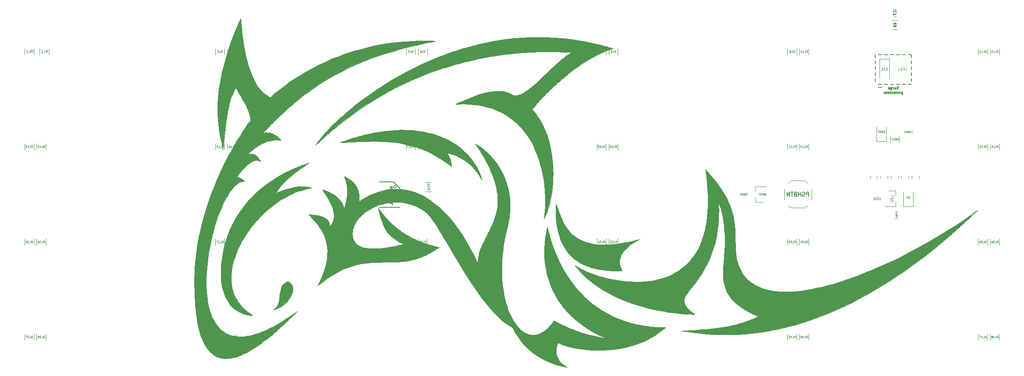
<source format=gbo>
G04 #@! TF.GenerationSoftware,KiCad,Pcbnew,5.0.1*
G04 #@! TF.CreationDate,2019-02-03T19:15:37-02:00*
G04 #@! TF.ProjectId,shark,736861726B2E6B696361645F70636200,V3.0.4*
G04 #@! TF.SameCoordinates,Original*
G04 #@! TF.FileFunction,Legend,Bot*
G04 #@! TF.FilePolarity,Positive*
%FSLAX46Y46*%
G04 Gerber Fmt 4.6, Leading zero omitted, Abs format (unit mm)*
G04 Created by KiCad (PCBNEW 5.0.1) date Sun 03 Feb 2019 07:15:37 PM -02*
%MOMM*%
%LPD*%
G01*
G04 APERTURE LIST*
%ADD10C,0.075000*%
%ADD11C,0.150000*%
%ADD12C,0.100000*%
%ADD13C,0.062500*%
%ADD14C,0.125000*%
%ADD15C,0.200000*%
%ADD16C,0.127000*%
%ADD17C,0.120000*%
%ADD18C,0.010000*%
G04 APERTURE END LIST*
D10*
X225163892Y-106642107D02*
X225178178Y-106627821D01*
X225192464Y-106584964D01*
X225192464Y-106556392D01*
X225178178Y-106513535D01*
X225149607Y-106484964D01*
X225121035Y-106470678D01*
X225063892Y-106456392D01*
X225021035Y-106456392D01*
X224963892Y-106470678D01*
X224935321Y-106484964D01*
X224906750Y-106513535D01*
X224892464Y-106556392D01*
X224892464Y-106584964D01*
X224906750Y-106627821D01*
X224921035Y-106642107D01*
X225178178Y-106756392D02*
X225192464Y-106799250D01*
X225192464Y-106870678D01*
X225178178Y-106899250D01*
X225163892Y-106913535D01*
X225135321Y-106927821D01*
X225106750Y-106927821D01*
X225078178Y-106913535D01*
X225063892Y-106899250D01*
X225049607Y-106870678D01*
X225035321Y-106813535D01*
X225021035Y-106784964D01*
X225006750Y-106770678D01*
X224978178Y-106756392D01*
X224949607Y-106756392D01*
X224921035Y-106770678D01*
X224906750Y-106784964D01*
X224892464Y-106813535D01*
X224892464Y-106884964D01*
X224906750Y-106927821D01*
X225192464Y-107056392D02*
X224892464Y-107056392D01*
X224992464Y-107199250D02*
X225192464Y-107199250D01*
X225021035Y-107199250D02*
X225006750Y-107213535D01*
X224992464Y-107242107D01*
X224992464Y-107284964D01*
X225006750Y-107313535D01*
X225035321Y-107327821D01*
X225192464Y-107327821D01*
D11*
X224463000Y-74836750D02*
X223869250Y-74836750D01*
X228025500Y-80774250D02*
X227431750Y-80774250D01*
X222088000Y-80774250D02*
X221494250Y-80774250D01*
X220900500Y-74836750D02*
X220900500Y-75430500D01*
X220900500Y-76024250D02*
X220900500Y-76618000D01*
X228025500Y-74836750D02*
X228025500Y-75430500D01*
X228025500Y-76024250D02*
X228025500Y-76618000D01*
D12*
X227726988Y-103155797D02*
X227726988Y-103555797D01*
X227631750Y-103555797D01*
X227574607Y-103536750D01*
X227536511Y-103498654D01*
X227517464Y-103460559D01*
X227498416Y-103384369D01*
X227498416Y-103327226D01*
X227517464Y-103251035D01*
X227536511Y-103212940D01*
X227574607Y-103174845D01*
X227631750Y-103155797D01*
X227726988Y-103155797D01*
X227346035Y-103174845D02*
X227288892Y-103155797D01*
X227193654Y-103155797D01*
X227155559Y-103174845D01*
X227136511Y-103193892D01*
X227117464Y-103231988D01*
X227117464Y-103270083D01*
X227136511Y-103308178D01*
X227155559Y-103327226D01*
X227193654Y-103346273D01*
X227269845Y-103365321D01*
X227307940Y-103384369D01*
X227326988Y-103403416D01*
X227346035Y-103441511D01*
X227346035Y-103479607D01*
X227326988Y-103517702D01*
X227307940Y-103536750D01*
X227269845Y-103555797D01*
X227174607Y-103555797D01*
X227117464Y-103536750D01*
X198728476Y-102962047D02*
X198766571Y-102943000D01*
X198804666Y-102904904D01*
X198861809Y-102847761D01*
X198899904Y-102828714D01*
X198938000Y-102828714D01*
X198918952Y-102923952D02*
X198957047Y-102904904D01*
X198995142Y-102866809D01*
X199014190Y-102790619D01*
X199014190Y-102657285D01*
X198995142Y-102581095D01*
X198957047Y-102543000D01*
X198918952Y-102523952D01*
X198842761Y-102523952D01*
X198804666Y-102543000D01*
X198766571Y-102581095D01*
X198747523Y-102657285D01*
X198747523Y-102790619D01*
X198766571Y-102866809D01*
X198804666Y-102904904D01*
X198842761Y-102923952D01*
X198918952Y-102923952D01*
X198347523Y-102923952D02*
X198480857Y-102733476D01*
X198576095Y-102923952D02*
X198576095Y-102523952D01*
X198423714Y-102523952D01*
X198385619Y-102543000D01*
X198366571Y-102562047D01*
X198347523Y-102600142D01*
X198347523Y-102657285D01*
X198366571Y-102695380D01*
X198385619Y-102714428D01*
X198423714Y-102733476D01*
X198576095Y-102733476D01*
X198195142Y-102904904D02*
X198138000Y-102923952D01*
X198042761Y-102923952D01*
X198004666Y-102904904D01*
X197985619Y-102885857D01*
X197966571Y-102847761D01*
X197966571Y-102809666D01*
X197985619Y-102771571D01*
X198004666Y-102752523D01*
X198042761Y-102733476D01*
X198118952Y-102714428D01*
X198157047Y-102695380D01*
X198176095Y-102676333D01*
X198195142Y-102638238D01*
X198195142Y-102600142D01*
X198176095Y-102562047D01*
X198157047Y-102543000D01*
X198118952Y-102523952D01*
X198023714Y-102523952D01*
X197966571Y-102543000D01*
X197852285Y-102523952D02*
X197623714Y-102523952D01*
X197738000Y-102923952D02*
X197738000Y-102523952D01*
D10*
X227736490Y-90386968D02*
X227750776Y-90401254D01*
X227793633Y-90415540D01*
X227822205Y-90415540D01*
X227865062Y-90401254D01*
X227893633Y-90372683D01*
X227907919Y-90344111D01*
X227922205Y-90286968D01*
X227922205Y-90244111D01*
X227907919Y-90186968D01*
X227893633Y-90158397D01*
X227865062Y-90129826D01*
X227822205Y-90115540D01*
X227793633Y-90115540D01*
X227750776Y-90129826D01*
X227736490Y-90144111D01*
X227436490Y-90415540D02*
X227536490Y-90272683D01*
X227607919Y-90415540D02*
X227607919Y-90115540D01*
X227493633Y-90115540D01*
X227465062Y-90129826D01*
X227450776Y-90144111D01*
X227436490Y-90172683D01*
X227436490Y-90215540D01*
X227450776Y-90244111D01*
X227465062Y-90258397D01*
X227493633Y-90272683D01*
X227607919Y-90272683D01*
X227322205Y-90401254D02*
X227279347Y-90415540D01*
X227207919Y-90415540D01*
X227179347Y-90401254D01*
X227165062Y-90386968D01*
X227150776Y-90358397D01*
X227150776Y-90329826D01*
X227165062Y-90301254D01*
X227179347Y-90286968D01*
X227207919Y-90272683D01*
X227265062Y-90258397D01*
X227293633Y-90244111D01*
X227307919Y-90229826D01*
X227322205Y-90201254D01*
X227322205Y-90172683D01*
X227307919Y-90144111D01*
X227293633Y-90129826D01*
X227265062Y-90115540D01*
X227193633Y-90115540D01*
X227150776Y-90129826D01*
X227065062Y-90115540D02*
X226893633Y-90115540D01*
X226979347Y-90415540D02*
X226979347Y-90115540D01*
D12*
X222735619Y-90455202D02*
X222735619Y-90055202D01*
X222640380Y-90055202D01*
X222583238Y-90074250D01*
X222545142Y-90112345D01*
X222526095Y-90150440D01*
X222507047Y-90226630D01*
X222507047Y-90283773D01*
X222526095Y-90359964D01*
X222545142Y-90398059D01*
X222583238Y-90436154D01*
X222640380Y-90455202D01*
X222735619Y-90455202D01*
X222107047Y-90455202D02*
X222240380Y-90264726D01*
X222335619Y-90455202D02*
X222335619Y-90055202D01*
X222183238Y-90055202D01*
X222145142Y-90074250D01*
X222126095Y-90093297D01*
X222107047Y-90131392D01*
X222107047Y-90188535D01*
X222126095Y-90226630D01*
X222145142Y-90245678D01*
X222183238Y-90264726D01*
X222335619Y-90264726D01*
X221954666Y-90436154D02*
X221897523Y-90455202D01*
X221802285Y-90455202D01*
X221764190Y-90436154D01*
X221745142Y-90417107D01*
X221726095Y-90379011D01*
X221726095Y-90340916D01*
X221745142Y-90302821D01*
X221764190Y-90283773D01*
X221802285Y-90264726D01*
X221878476Y-90245678D01*
X221916571Y-90226630D01*
X221935619Y-90207583D01*
X221954666Y-90169488D01*
X221954666Y-90131392D01*
X221935619Y-90093297D01*
X221916571Y-90074250D01*
X221878476Y-90055202D01*
X221783238Y-90055202D01*
X221726095Y-90074250D01*
X221611809Y-90055202D02*
X221383238Y-90055202D01*
X221497523Y-90455202D02*
X221497523Y-90055202D01*
X225178863Y-91939577D02*
X225312196Y-91749101D01*
X225407435Y-91939577D02*
X225407435Y-91539577D01*
X225255054Y-91539577D01*
X225216958Y-91558625D01*
X225197911Y-91577672D01*
X225178863Y-91615767D01*
X225178863Y-91672910D01*
X225197911Y-91711005D01*
X225216958Y-91730053D01*
X225255054Y-91749101D01*
X225407435Y-91749101D01*
X224778863Y-91939577D02*
X224912196Y-91749101D01*
X225007435Y-91939577D02*
X225007435Y-91539577D01*
X224855054Y-91539577D01*
X224816958Y-91558625D01*
X224797911Y-91577672D01*
X224778863Y-91615767D01*
X224778863Y-91672910D01*
X224797911Y-91711005D01*
X224816958Y-91730053D01*
X224855054Y-91749101D01*
X225007435Y-91749101D01*
X224626482Y-91920529D02*
X224569339Y-91939577D01*
X224474101Y-91939577D01*
X224436006Y-91920529D01*
X224416958Y-91901482D01*
X224397911Y-91863386D01*
X224397911Y-91825291D01*
X224416958Y-91787196D01*
X224436006Y-91768148D01*
X224474101Y-91749101D01*
X224550292Y-91730053D01*
X224588387Y-91711005D01*
X224607435Y-91691958D01*
X224626482Y-91653863D01*
X224626482Y-91615767D01*
X224607435Y-91577672D01*
X224588387Y-91558625D01*
X224550292Y-91539577D01*
X224455054Y-91539577D01*
X224397911Y-91558625D01*
X224283625Y-91539577D02*
X224055054Y-91539577D01*
X224169339Y-91939577D02*
X224169339Y-91539577D01*
D13*
X194993353Y-102832285D02*
X195005258Y-102844190D01*
X195040972Y-102856095D01*
X195064781Y-102856095D01*
X195100496Y-102844190D01*
X195124305Y-102820380D01*
X195136210Y-102796571D01*
X195148115Y-102748952D01*
X195148115Y-102713238D01*
X195136210Y-102665619D01*
X195124305Y-102641809D01*
X195100496Y-102618000D01*
X195064781Y-102606095D01*
X195040972Y-102606095D01*
X195005258Y-102618000D01*
X194993353Y-102629904D01*
X194743353Y-102856095D02*
X194826686Y-102737047D01*
X194886210Y-102856095D02*
X194886210Y-102606095D01*
X194790972Y-102606095D01*
X194767162Y-102618000D01*
X194755258Y-102629904D01*
X194743353Y-102653714D01*
X194743353Y-102689428D01*
X194755258Y-102713238D01*
X194767162Y-102725142D01*
X194790972Y-102737047D01*
X194886210Y-102737047D01*
X194648115Y-102844190D02*
X194612401Y-102856095D01*
X194552877Y-102856095D01*
X194529067Y-102844190D01*
X194517162Y-102832285D01*
X194505258Y-102808476D01*
X194505258Y-102784666D01*
X194517162Y-102760857D01*
X194529067Y-102748952D01*
X194552877Y-102737047D01*
X194600496Y-102725142D01*
X194624305Y-102713238D01*
X194636210Y-102701333D01*
X194648115Y-102677523D01*
X194648115Y-102653714D01*
X194636210Y-102629904D01*
X194624305Y-102618000D01*
X194600496Y-102606095D01*
X194540972Y-102606095D01*
X194505258Y-102618000D01*
X194433829Y-102606095D02*
X194290972Y-102606095D01*
X194362401Y-102856095D02*
X194362401Y-102606095D01*
X194219543Y-102629904D02*
X194207639Y-102618000D01*
X194183829Y-102606095D01*
X194124305Y-102606095D01*
X194100496Y-102618000D01*
X194088591Y-102629904D01*
X194076686Y-102653714D01*
X194076686Y-102677523D01*
X194088591Y-102713238D01*
X194231448Y-102856095D01*
X194076686Y-102856095D01*
D14*
X224392315Y-103276482D02*
X224392315Y-103038386D01*
X223892315Y-103038386D01*
X224392315Y-103443148D02*
X223892315Y-103443148D01*
X223892315Y-103562196D01*
X223916125Y-103633625D01*
X223963744Y-103681244D01*
X224011363Y-103705053D01*
X224106601Y-103728863D01*
X224178029Y-103728863D01*
X224273267Y-103705053D01*
X224320886Y-103681244D01*
X224368505Y-103633625D01*
X224392315Y-103562196D01*
X224392315Y-103443148D01*
X223892315Y-104038386D02*
X223892315Y-104133625D01*
X223916125Y-104181244D01*
X223963744Y-104228863D01*
X224058982Y-104252672D01*
X224225648Y-104252672D01*
X224320886Y-104228863D01*
X224368505Y-104181244D01*
X224392315Y-104133625D01*
X224392315Y-104038386D01*
X224368505Y-103990767D01*
X224320886Y-103943148D01*
X224225648Y-103919339D01*
X224058982Y-103919339D01*
X223963744Y-103943148D01*
X223916125Y-103990767D01*
X223892315Y-104038386D01*
D12*
X221473565Y-103776482D02*
X221492613Y-103795529D01*
X221549755Y-103814577D01*
X221587851Y-103814577D01*
X221644994Y-103795529D01*
X221683089Y-103757434D01*
X221702136Y-103719339D01*
X221721184Y-103643148D01*
X221721184Y-103586005D01*
X221702136Y-103509815D01*
X221683089Y-103471720D01*
X221644994Y-103433625D01*
X221587851Y-103414577D01*
X221549755Y-103414577D01*
X221492613Y-103433625D01*
X221473565Y-103452672D01*
X221321184Y-103795529D02*
X221264041Y-103814577D01*
X221168803Y-103814577D01*
X221130708Y-103795529D01*
X221111660Y-103776482D01*
X221092613Y-103738386D01*
X221092613Y-103700291D01*
X221111660Y-103662196D01*
X221130708Y-103643148D01*
X221168803Y-103624101D01*
X221244994Y-103605053D01*
X221283089Y-103586005D01*
X221302136Y-103566958D01*
X221321184Y-103528863D01*
X221321184Y-103490767D01*
X221302136Y-103452672D01*
X221283089Y-103433625D01*
X221244994Y-103414577D01*
X221149755Y-103414577D01*
X221092613Y-103433625D01*
X220844994Y-103414577D02*
X220768803Y-103414577D01*
X220730708Y-103433625D01*
X220692613Y-103471720D01*
X220673565Y-103547910D01*
X220673565Y-103681244D01*
X220692613Y-103757434D01*
X220730708Y-103795529D01*
X220768803Y-103814577D01*
X220844994Y-103814577D01*
X220883089Y-103795529D01*
X220921184Y-103757434D01*
X220940232Y-103681244D01*
X220940232Y-103547910D01*
X220921184Y-103471720D01*
X220883089Y-103433625D01*
X220844994Y-103414577D01*
D14*
X131583639Y-105195188D02*
X131821734Y-105361854D01*
X131583639Y-105480902D02*
X132083639Y-105480902D01*
X132083639Y-105290426D01*
X132059830Y-105242807D01*
X132036020Y-105218997D01*
X131988401Y-105195188D01*
X131916972Y-105195188D01*
X131869353Y-105218997D01*
X131845544Y-105242807D01*
X131821734Y-105290426D01*
X131821734Y-105480902D01*
X131583639Y-104980902D02*
X132083639Y-104980902D01*
X132083639Y-104790426D01*
X132059830Y-104742807D01*
X132036020Y-104718997D01*
X131988401Y-104695188D01*
X131916972Y-104695188D01*
X131869353Y-104718997D01*
X131845544Y-104742807D01*
X131821734Y-104790426D01*
X131821734Y-104980902D01*
X132059830Y-104218997D02*
X132083639Y-104266616D01*
X132083639Y-104338045D01*
X132059830Y-104409473D01*
X132012210Y-104457092D01*
X131964591Y-104480902D01*
X131869353Y-104504711D01*
X131797925Y-104504711D01*
X131702687Y-104480902D01*
X131655068Y-104457092D01*
X131607449Y-104409473D01*
X131583639Y-104338045D01*
X131583639Y-104290426D01*
X131607449Y-104218997D01*
X131631258Y-104195188D01*
X131797925Y-104195188D01*
X131797925Y-104290426D01*
X131583639Y-101620783D02*
X131821734Y-101787450D01*
X131583639Y-101906497D02*
X132083639Y-101906497D01*
X132083639Y-101716021D01*
X132059830Y-101668402D01*
X132036020Y-101644592D01*
X131988401Y-101620783D01*
X131916972Y-101620783D01*
X131869353Y-101644592D01*
X131845544Y-101668402D01*
X131821734Y-101716021D01*
X131821734Y-101906497D01*
X131607449Y-101430307D02*
X131583639Y-101358878D01*
X131583639Y-101239830D01*
X131607449Y-101192211D01*
X131631258Y-101168402D01*
X131678877Y-101144592D01*
X131726496Y-101144592D01*
X131774115Y-101168402D01*
X131797925Y-101192211D01*
X131821734Y-101239830D01*
X131845544Y-101335069D01*
X131869353Y-101382688D01*
X131893163Y-101406497D01*
X131940782Y-101430307D01*
X131988401Y-101430307D01*
X132036020Y-101406497D01*
X132059830Y-101382688D01*
X132083639Y-101335069D01*
X132083639Y-101216021D01*
X132059830Y-101144592D01*
X132059830Y-100668402D02*
X132083639Y-100716021D01*
X132083639Y-100787450D01*
X132059830Y-100858878D01*
X132012210Y-100906497D01*
X131964591Y-100930307D01*
X131869353Y-100954116D01*
X131797925Y-100954116D01*
X131702687Y-100930307D01*
X131655068Y-100906497D01*
X131607449Y-100858878D01*
X131583639Y-100787450D01*
X131583639Y-100739830D01*
X131607449Y-100668402D01*
X131631258Y-100644592D01*
X131797925Y-100644592D01*
X131797925Y-100739830D01*
D11*
X227431750Y-74836750D02*
X228025500Y-74836750D01*
D15*
X207596333Y-103104904D02*
X207596333Y-102304904D01*
X207291571Y-102304904D01*
X207215380Y-102343000D01*
X207177285Y-102381095D01*
X207139190Y-102457285D01*
X207139190Y-102571571D01*
X207177285Y-102647761D01*
X207215380Y-102685857D01*
X207291571Y-102723952D01*
X207596333Y-102723952D01*
X206834428Y-103066809D02*
X206720142Y-103104904D01*
X206529666Y-103104904D01*
X206453476Y-103066809D01*
X206415380Y-103028714D01*
X206377285Y-102952523D01*
X206377285Y-102876333D01*
X206415380Y-102800142D01*
X206453476Y-102762047D01*
X206529666Y-102723952D01*
X206682047Y-102685857D01*
X206758238Y-102647761D01*
X206796333Y-102609666D01*
X206834428Y-102533476D01*
X206834428Y-102457285D01*
X206796333Y-102381095D01*
X206758238Y-102343000D01*
X206682047Y-102304904D01*
X206491571Y-102304904D01*
X206377285Y-102343000D01*
X206034428Y-103104904D02*
X206034428Y-102304904D01*
X206034428Y-102685857D02*
X205577285Y-102685857D01*
X205577285Y-103104904D02*
X205577285Y-102304904D01*
X204929666Y-102685857D02*
X204815380Y-102723952D01*
X204777285Y-102762047D01*
X204739190Y-102838238D01*
X204739190Y-102952523D01*
X204777285Y-103028714D01*
X204815380Y-103066809D01*
X204891571Y-103104904D01*
X205196333Y-103104904D01*
X205196333Y-102304904D01*
X204929666Y-102304904D01*
X204853476Y-102343000D01*
X204815380Y-102381095D01*
X204777285Y-102457285D01*
X204777285Y-102533476D01*
X204815380Y-102609666D01*
X204853476Y-102647761D01*
X204929666Y-102685857D01*
X205196333Y-102685857D01*
X204510619Y-102304904D02*
X204053476Y-102304904D01*
X204282047Y-103104904D02*
X204282047Y-102304904D01*
X203786809Y-103104904D02*
X203786809Y-102304904D01*
X203329666Y-103104904D01*
X203329666Y-102304904D01*
D11*
X220900500Y-79586750D02*
X220900500Y-80180500D01*
X220900500Y-78399250D02*
X220900500Y-78993000D01*
X220900500Y-77211750D02*
X220900500Y-77805500D01*
X222088000Y-81368000D02*
X221494250Y-81368000D01*
X223275500Y-80774250D02*
X222681750Y-80774250D01*
X224463000Y-80774250D02*
X223869250Y-80774250D01*
X225650500Y-80774250D02*
X225056750Y-80774250D01*
X226838000Y-80774250D02*
X226244250Y-80774250D01*
X228025500Y-79586750D02*
X228025500Y-80180500D01*
X228025500Y-78399250D02*
X228025500Y-78993000D01*
X228025500Y-77211750D02*
X228025500Y-77805500D01*
X226244250Y-74836750D02*
X226838000Y-74836750D01*
X226244250Y-74836750D02*
X226838000Y-74836750D01*
X225056750Y-74836750D02*
X225650500Y-74836750D01*
X222681750Y-74836750D02*
X223275500Y-74836750D01*
X221494250Y-74836750D02*
X222088000Y-74836750D01*
D16*
X225442714Y-81722869D02*
X225370142Y-81747059D01*
X225249190Y-81747059D01*
X225200809Y-81722869D01*
X225176619Y-81698678D01*
X225152428Y-81650297D01*
X225152428Y-81601916D01*
X225176619Y-81553535D01*
X225200809Y-81529345D01*
X225249190Y-81505154D01*
X225345952Y-81480964D01*
X225394333Y-81456773D01*
X225418523Y-81432583D01*
X225442714Y-81384202D01*
X225442714Y-81335821D01*
X225418523Y-81287440D01*
X225394333Y-81263250D01*
X225345952Y-81239059D01*
X225225000Y-81239059D01*
X225152428Y-81263250D01*
X224717000Y-81408392D02*
X224717000Y-81747059D01*
X224934714Y-81408392D02*
X224934714Y-81674488D01*
X224910523Y-81722869D01*
X224862142Y-81747059D01*
X224789571Y-81747059D01*
X224741190Y-81722869D01*
X224717000Y-81698678D01*
X224475095Y-81747059D02*
X224475095Y-81408392D01*
X224475095Y-81505154D02*
X224450904Y-81456773D01*
X224426714Y-81432583D01*
X224378333Y-81408392D01*
X224329952Y-81408392D01*
X223942904Y-81408392D02*
X223942904Y-81819630D01*
X223967095Y-81868011D01*
X223991285Y-81892202D01*
X224039666Y-81916392D01*
X224112238Y-81916392D01*
X224160619Y-81892202D01*
X223942904Y-81722869D02*
X223991285Y-81747059D01*
X224088047Y-81747059D01*
X224136428Y-81722869D01*
X224160619Y-81698678D01*
X224184809Y-81650297D01*
X224184809Y-81505154D01*
X224160619Y-81456773D01*
X224136428Y-81432583D01*
X224088047Y-81408392D01*
X223991285Y-81408392D01*
X223942904Y-81432583D01*
X223507476Y-81722869D02*
X223555857Y-81747059D01*
X223652619Y-81747059D01*
X223701000Y-81722869D01*
X223725190Y-81674488D01*
X223725190Y-81480964D01*
X223701000Y-81432583D01*
X223652619Y-81408392D01*
X223555857Y-81408392D01*
X223507476Y-81432583D01*
X223483285Y-81480964D01*
X223483285Y-81529345D01*
X223725190Y-81577726D01*
X226265190Y-82297392D02*
X226265190Y-82805392D01*
X226265190Y-82321583D02*
X226216809Y-82297392D01*
X226120047Y-82297392D01*
X226071666Y-82321583D01*
X226047476Y-82345773D01*
X226023285Y-82394154D01*
X226023285Y-82539297D01*
X226047476Y-82587678D01*
X226071666Y-82611869D01*
X226120047Y-82636059D01*
X226216809Y-82636059D01*
X226265190Y-82611869D01*
X225805571Y-82636059D02*
X225805571Y-82297392D01*
X225805571Y-82394154D02*
X225781380Y-82345773D01*
X225757190Y-82321583D01*
X225708809Y-82297392D01*
X225660428Y-82297392D01*
X225418523Y-82636059D02*
X225466904Y-82611869D01*
X225491095Y-82587678D01*
X225515285Y-82539297D01*
X225515285Y-82394154D01*
X225491095Y-82345773D01*
X225466904Y-82321583D01*
X225418523Y-82297392D01*
X225345952Y-82297392D01*
X225297571Y-82321583D01*
X225273380Y-82345773D01*
X225249190Y-82394154D01*
X225249190Y-82539297D01*
X225273380Y-82587678D01*
X225297571Y-82611869D01*
X225345952Y-82636059D01*
X225418523Y-82636059D01*
X225104047Y-82297392D02*
X224910523Y-82297392D01*
X225031476Y-82128059D02*
X225031476Y-82563488D01*
X225007285Y-82611869D01*
X224958904Y-82636059D01*
X224910523Y-82636059D01*
X224547666Y-82611869D02*
X224596047Y-82636059D01*
X224692809Y-82636059D01*
X224741190Y-82611869D01*
X224765380Y-82563488D01*
X224765380Y-82369964D01*
X224741190Y-82321583D01*
X224692809Y-82297392D01*
X224596047Y-82297392D01*
X224547666Y-82321583D01*
X224523476Y-82369964D01*
X224523476Y-82418345D01*
X224765380Y-82466726D01*
X224088047Y-82611869D02*
X224136428Y-82636059D01*
X224233190Y-82636059D01*
X224281571Y-82611869D01*
X224305761Y-82587678D01*
X224329952Y-82539297D01*
X224329952Y-82394154D01*
X224305761Y-82345773D01*
X224281571Y-82321583D01*
X224233190Y-82297392D01*
X224136428Y-82297392D01*
X224088047Y-82321583D01*
X223942904Y-82297392D02*
X223749380Y-82297392D01*
X223870333Y-82128059D02*
X223870333Y-82563488D01*
X223846142Y-82611869D01*
X223797761Y-82636059D01*
X223749380Y-82636059D01*
X223580047Y-82636059D02*
X223580047Y-82297392D01*
X223580047Y-82128059D02*
X223604238Y-82152250D01*
X223580047Y-82176440D01*
X223555857Y-82152250D01*
X223580047Y-82128059D01*
X223580047Y-82176440D01*
X223265571Y-82636059D02*
X223313952Y-82611869D01*
X223338142Y-82587678D01*
X223362333Y-82539297D01*
X223362333Y-82394154D01*
X223338142Y-82345773D01*
X223313952Y-82321583D01*
X223265571Y-82297392D01*
X223193000Y-82297392D01*
X223144619Y-82321583D01*
X223120428Y-82345773D01*
X223096238Y-82394154D01*
X223096238Y-82539297D01*
X223120428Y-82587678D01*
X223144619Y-82611869D01*
X223193000Y-82636059D01*
X223265571Y-82636059D01*
X222878523Y-82297392D02*
X222878523Y-82636059D01*
X222878523Y-82345773D02*
X222854333Y-82321583D01*
X222805952Y-82297392D01*
X222733380Y-82297392D01*
X222685000Y-82321583D01*
X222660809Y-82369964D01*
X222660809Y-82636059D01*
D17*
G04 #@! TO.C,C7*
X225027377Y-67234250D02*
X224504873Y-67234250D01*
X225027377Y-65814250D02*
X224504873Y-65814250D01*
G04 #@! TO.C,F1*
X225534250Y-78066752D02*
X225534250Y-77544248D01*
X226954250Y-78066752D02*
X226954250Y-77544248D01*
G04 #@! TO.C,R5*
X224164061Y-67989250D02*
X225368189Y-67989250D01*
X224164061Y-69809250D02*
X225368189Y-69809250D01*
D16*
G04 #@! TO.C,Q1*
X125361080Y-101247825D02*
G75*
G03X125361080Y-101247825I-254000J0D01*
G01*
X124853080Y-100231825D02*
X122059080Y-100231825D01*
X126123080Y-101501825D02*
X124853080Y-100231825D01*
X122059080Y-105311825D02*
X126123080Y-105311825D01*
D17*
G04 #@! TO.C,CRST1*
X228132205Y-90018574D02*
X228132205Y-90541078D01*
X226712205Y-90018574D02*
X226712205Y-90541078D01*
G04 #@! TO.C,CSin1*
X224795498Y-106189250D02*
X225318002Y-106189250D01*
X224795498Y-107609250D02*
X225318002Y-107609250D01*
G04 #@! TO.C,CSout1*
X220487375Y-103894877D02*
X220487375Y-103372373D01*
X221907375Y-103894877D02*
X221907375Y-103372373D01*
G04 #@! TO.C,CSRT2*
X195322401Y-102481748D02*
X195322401Y-103004252D01*
X193902401Y-102481748D02*
X193902401Y-103004252D01*
G04 #@! TO.C,CVBus1*
X223971274Y-99579910D02*
X223971274Y-99057406D01*
X225391274Y-99579910D02*
X225391274Y-99057406D01*
G04 #@! TO.C,CVBus2*
X221893149Y-99579910D02*
X221893149Y-99057406D01*
X223313149Y-99579910D02*
X223313149Y-99057406D01*
G04 #@! TO.C,CVBus3*
X226049399Y-99579910D02*
X226049399Y-99057406D01*
X227469399Y-99579910D02*
X227469399Y-99057406D01*
G04 #@! TO.C,CVBus4*
X219815024Y-99579910D02*
X219815024Y-99057406D01*
X221235024Y-99579910D02*
X221235024Y-99057406D01*
G04 #@! TO.C,CVBus5*
X228127524Y-99579910D02*
X228127524Y-99057406D01*
X229547524Y-99579910D02*
X229547524Y-99057406D01*
G04 #@! TO.C,DF1*
X221681750Y-75686750D02*
X221681750Y-79586750D01*
X223681750Y-75686750D02*
X223681750Y-79586750D01*
X221681750Y-75686750D02*
X223681750Y-75686750D01*
G04 #@! TO.C,QRST1*
X196984250Y-104323000D02*
X198444250Y-104323000D01*
X196984250Y-101163000D02*
X199144250Y-101163000D01*
X196984250Y-101163000D02*
X196984250Y-102093000D01*
X196984250Y-104323000D02*
X196984250Y-103393000D01*
G04 #@! TO.C,RPGate1*
X132411894Y-105759950D02*
X131207766Y-105759950D01*
X132411894Y-103939950D02*
X131207766Y-103939950D01*
G04 #@! TO.C,RRST1*
X223849875Y-92360689D02*
X223849875Y-91156561D01*
X225669875Y-92360689D02*
X225669875Y-91156561D01*
G04 #@! TO.C,RSGate1*
X131207766Y-100377450D02*
X132411894Y-100377450D01*
X131207766Y-102197450D02*
X132411894Y-102197450D01*
G04 #@! TO.C,SWRST1*
X206913000Y-100023000D02*
X207403000Y-100513000D01*
X204013000Y-100023000D02*
X206913000Y-100023000D01*
X204013000Y-100023000D02*
X203523000Y-100513000D01*
X204013000Y-105463000D02*
X206913000Y-105463000D01*
X204013000Y-105463000D02*
X203523000Y-104973000D01*
X208183000Y-101703000D02*
X208183000Y-103783000D01*
X206913000Y-105463000D02*
X207403000Y-104973000D01*
X202743000Y-101703000D02*
X202743000Y-103783000D01*
G04 #@! TO.C,U2*
X224926125Y-102053625D02*
X223466125Y-102053625D01*
X224926125Y-105213625D02*
X222766125Y-105213625D01*
X224926125Y-105213625D02*
X224926125Y-104283625D01*
X224926125Y-102053625D02*
X224926125Y-102983625D01*
G04 #@! TO.C,DRST1*
X221128000Y-92134250D02*
X221128000Y-89274250D01*
X223048000Y-92134250D02*
X221128000Y-92134250D01*
X223048000Y-89274250D02*
X223048000Y-92134250D01*
G04 #@! TO.C,DS1*
X226471750Y-105196750D02*
X226471750Y-102336750D01*
X228391750Y-105196750D02*
X226471750Y-105196750D01*
X228391750Y-102336750D02*
X228391750Y-105196750D01*
G04 #@! TO.C,RL1*
X53185500Y-73640936D02*
X53185500Y-74845064D01*
X51365500Y-73640936D02*
X51365500Y-74845064D01*
G04 #@! TO.C,RL2*
X56154250Y-73640936D02*
X56154250Y-74845064D01*
X54334250Y-73640936D02*
X54334250Y-74845064D01*
G04 #@! TO.C,RL3*
X91185500Y-73640936D02*
X91185500Y-74845064D01*
X89365500Y-73640936D02*
X89365500Y-74845064D01*
G04 #@! TO.C,RL4*
X93560500Y-73640936D02*
X93560500Y-74845064D01*
X91740500Y-73640936D02*
X91740500Y-74845064D01*
G04 #@! TO.C,RL5*
X129185500Y-73640936D02*
X129185500Y-74845064D01*
X127365500Y-73640936D02*
X127365500Y-74845064D01*
G04 #@! TO.C,RL6*
X131560500Y-73640936D02*
X131560500Y-74845064D01*
X129740500Y-73640936D02*
X129740500Y-74845064D01*
G04 #@! TO.C,RL7*
X167185500Y-73640936D02*
X167185500Y-74845064D01*
X165365500Y-73640936D02*
X165365500Y-74845064D01*
G04 #@! TO.C,RL8*
X169560500Y-73640936D02*
X169560500Y-74845064D01*
X167740500Y-73640936D02*
X167740500Y-74845064D01*
G04 #@! TO.C,RL9*
X205185500Y-73640936D02*
X205185500Y-74845064D01*
X203365500Y-73640936D02*
X203365500Y-74845064D01*
G04 #@! TO.C,RL10*
X205740500Y-74845064D02*
X205740500Y-73640936D01*
X207560500Y-74845064D02*
X207560500Y-73640936D01*
G04 #@! TO.C,RL11*
X241365500Y-74845064D02*
X241365500Y-73640936D01*
X243185500Y-74845064D02*
X243185500Y-73640936D01*
G04 #@! TO.C,RL12*
X245560500Y-73640936D02*
X245560500Y-74845064D01*
X243740500Y-73640936D02*
X243740500Y-74845064D01*
G04 #@! TO.C,RL13*
X53185500Y-92640936D02*
X53185500Y-93845064D01*
X51365500Y-92640936D02*
X51365500Y-93845064D01*
G04 #@! TO.C,RL14*
X55560500Y-92640936D02*
X55560500Y-93845064D01*
X53740500Y-92640936D02*
X53740500Y-93845064D01*
G04 #@! TO.C,RL15*
X91185500Y-92640936D02*
X91185500Y-93845064D01*
X89365500Y-92640936D02*
X89365500Y-93845064D01*
G04 #@! TO.C,RL16*
X93560500Y-92640936D02*
X93560500Y-93845064D01*
X91740500Y-92640936D02*
X91740500Y-93845064D01*
G04 #@! TO.C,RL17*
X129185500Y-92640936D02*
X129185500Y-93845064D01*
X127365500Y-92640936D02*
X127365500Y-93845064D01*
G04 #@! TO.C,RL18*
X131560500Y-92640936D02*
X131560500Y-93845064D01*
X129740500Y-92640936D02*
X129740500Y-93845064D01*
G04 #@! TO.C,RL19*
X167185500Y-92640936D02*
X167185500Y-93845064D01*
X165365500Y-92640936D02*
X165365500Y-93845064D01*
G04 #@! TO.C,RL20*
X169560500Y-92640936D02*
X169560500Y-93845064D01*
X167740500Y-92640936D02*
X167740500Y-93845064D01*
G04 #@! TO.C,RL21*
X205185500Y-92640936D02*
X205185500Y-93845064D01*
X203365500Y-92640936D02*
X203365500Y-93845064D01*
G04 #@! TO.C,RL22*
X207560500Y-92640936D02*
X207560500Y-93845064D01*
X205740500Y-92640936D02*
X205740500Y-93845064D01*
G04 #@! TO.C,RL23*
X243185500Y-92640936D02*
X243185500Y-93845064D01*
X241365500Y-92640936D02*
X241365500Y-93845064D01*
G04 #@! TO.C,RL24*
X245560500Y-92640936D02*
X245560500Y-93845064D01*
X243740500Y-92640936D02*
X243740500Y-93845064D01*
G04 #@! TO.C,RL25*
X53185500Y-111640936D02*
X53185500Y-112845064D01*
X51365500Y-111640936D02*
X51365500Y-112845064D01*
G04 #@! TO.C,RL26*
X55560500Y-111640936D02*
X55560500Y-112845064D01*
X53740500Y-111640936D02*
X53740500Y-112845064D01*
G04 #@! TO.C,RL27*
X91185500Y-111640936D02*
X91185500Y-112845064D01*
X89365500Y-111640936D02*
X89365500Y-112845064D01*
G04 #@! TO.C,RL28*
X93560500Y-111640936D02*
X93560500Y-112845064D01*
X91740500Y-111640936D02*
X91740500Y-112845064D01*
G04 #@! TO.C,RL29*
X129185500Y-111640936D02*
X129185500Y-112845064D01*
X127365500Y-111640936D02*
X127365500Y-112845064D01*
G04 #@! TO.C,RL30*
X131560500Y-111640936D02*
X131560500Y-112845064D01*
X129740500Y-111640936D02*
X129740500Y-112845064D01*
G04 #@! TO.C,RL31*
X167185500Y-111640936D02*
X167185500Y-112845064D01*
X165365500Y-111640936D02*
X165365500Y-112845064D01*
G04 #@! TO.C,RL32*
X169560500Y-111640936D02*
X169560500Y-112845064D01*
X167740500Y-111640936D02*
X167740500Y-112845064D01*
G04 #@! TO.C,RL33*
X205185500Y-111640936D02*
X205185500Y-112845064D01*
X203365500Y-111640936D02*
X203365500Y-112845064D01*
G04 #@! TO.C,RL34*
X207560500Y-111640936D02*
X207560500Y-112845064D01*
X205740500Y-111640936D02*
X205740500Y-112845064D01*
G04 #@! TO.C,RL35*
X243185500Y-111640936D02*
X243185500Y-112845064D01*
X241365500Y-111640936D02*
X241365500Y-112845064D01*
G04 #@! TO.C,RL36*
X245560500Y-111640936D02*
X245560500Y-112845064D01*
X243740500Y-111640936D02*
X243740500Y-112845064D01*
G04 #@! TO.C,RL37*
X53185500Y-130640936D02*
X53185500Y-131845064D01*
X51365500Y-130640936D02*
X51365500Y-131845064D01*
G04 #@! TO.C,RL38*
X55560500Y-130640936D02*
X55560500Y-131845064D01*
X53740500Y-130640936D02*
X53740500Y-131845064D01*
G04 #@! TO.C,RL39*
X91185500Y-130640936D02*
X91185500Y-131845064D01*
X89365500Y-130640936D02*
X89365500Y-131845064D01*
G04 #@! TO.C,RL40*
X93560500Y-130640936D02*
X93560500Y-131845064D01*
X91740500Y-130640936D02*
X91740500Y-131845064D01*
G04 #@! TO.C,RL45*
X205185500Y-130640936D02*
X205185500Y-131845064D01*
X203365500Y-130640936D02*
X203365500Y-131845064D01*
G04 #@! TO.C,RL46*
X207560500Y-130640936D02*
X207560500Y-131845064D01*
X205740500Y-130640936D02*
X205740500Y-131845064D01*
G04 #@! TO.C,RL47*
X243185500Y-130640936D02*
X243185500Y-131845064D01*
X241365500Y-130640936D02*
X241365500Y-131845064D01*
G04 #@! TO.C,RL48*
X245560500Y-130640936D02*
X245560500Y-131845064D01*
X243740500Y-130640936D02*
X243740500Y-131845064D01*
D18*
G04 #@! TO.C,L2*
G36*
X161019385Y-116968948D02*
X161060213Y-117027869D01*
X161126008Y-117114724D01*
X161212552Y-117224341D01*
X161315630Y-117351549D01*
X161431023Y-117491177D01*
X161554515Y-117638054D01*
X161681889Y-117787009D01*
X161808929Y-117932870D01*
X161883680Y-118017249D01*
X162533657Y-118708410D01*
X163227139Y-119374158D01*
X163963453Y-120014149D01*
X164741921Y-120628041D01*
X165561869Y-121215490D01*
X166422619Y-121776155D01*
X167323496Y-122309690D01*
X168263824Y-122815756D01*
X169242928Y-123294007D01*
X170260130Y-123744102D01*
X171314757Y-124165698D01*
X172406130Y-124558451D01*
X173533576Y-124922018D01*
X174696417Y-125256058D01*
X175893977Y-125560227D01*
X177125583Y-125834181D01*
X177406890Y-125891537D01*
X178598688Y-126114875D01*
X179770964Y-126302294D01*
X180938119Y-126455697D01*
X182114549Y-126576982D01*
X183272200Y-126665358D01*
X183628543Y-126687550D01*
X183936164Y-126705482D01*
X184196959Y-126719214D01*
X184412822Y-126728806D01*
X184585646Y-126734316D01*
X184717329Y-126735803D01*
X184809763Y-126733327D01*
X184864843Y-126726946D01*
X184884465Y-126716720D01*
X184884557Y-126715656D01*
X184863842Y-126687253D01*
X184812321Y-126647462D01*
X184780648Y-126627749D01*
X184645347Y-126542302D01*
X184483213Y-126428699D01*
X184303648Y-126294390D01*
X184116052Y-126146828D01*
X183929828Y-125993461D01*
X183754376Y-125841741D01*
X183599099Y-125699117D01*
X183555094Y-125656506D01*
X183331271Y-125422065D01*
X183150214Y-125199332D01*
X183007446Y-124981340D01*
X182898490Y-124761120D01*
X182818869Y-124531704D01*
X182808954Y-124495203D01*
X182764428Y-124258149D01*
X182756433Y-124019785D01*
X182786093Y-123775615D01*
X182854530Y-123521139D01*
X182962871Y-123251862D01*
X183112236Y-122963286D01*
X183248317Y-122737077D01*
X183326848Y-122615361D01*
X183410745Y-122490501D01*
X183503356Y-122358007D01*
X183608027Y-122213386D01*
X183728104Y-122052144D01*
X183866935Y-121869792D01*
X184027867Y-121661837D01*
X184214245Y-121423787D01*
X184429417Y-121151150D01*
X184437772Y-121140596D01*
X184782361Y-120702055D01*
X185093271Y-120299419D01*
X185371458Y-119931429D01*
X185617875Y-119596825D01*
X185789068Y-119357595D01*
X186349534Y-118520588D01*
X186864018Y-117663951D01*
X187333026Y-116786521D01*
X187757059Y-115887137D01*
X188136618Y-114964637D01*
X188472207Y-114017858D01*
X188764328Y-113045638D01*
X189013483Y-112046816D01*
X189078909Y-111746633D01*
X189256181Y-110822565D01*
X189400893Y-109883689D01*
X189513438Y-108925481D01*
X189594207Y-107943421D01*
X189643592Y-106932990D01*
X189661985Y-105889666D01*
X189655836Y-105091658D01*
X189643197Y-104387451D01*
X189731912Y-104648300D01*
X190018858Y-105552509D01*
X190263656Y-106455657D01*
X190467029Y-107362659D01*
X190629700Y-108278428D01*
X190752392Y-109207883D01*
X190835830Y-110155939D01*
X190880735Y-111127509D01*
X190887832Y-112127511D01*
X190881989Y-112465018D01*
X190874619Y-112704420D01*
X190862727Y-112988146D01*
X190846693Y-113309959D01*
X190826900Y-113663620D01*
X190803729Y-114042891D01*
X190777563Y-114441534D01*
X190748783Y-114853311D01*
X190717770Y-115271983D01*
X190684907Y-115691313D01*
X190683509Y-115708641D01*
X190642143Y-116239124D01*
X190607655Y-116723576D01*
X190579938Y-117166284D01*
X190558887Y-117571532D01*
X190544397Y-117943610D01*
X190536361Y-118286802D01*
X190534675Y-118605397D01*
X190539232Y-118903679D01*
X190549929Y-119185935D01*
X190566659Y-119456453D01*
X190585710Y-119682131D01*
X190662949Y-120286233D01*
X190778061Y-120860332D01*
X190932287Y-121406594D01*
X191126872Y-121927187D01*
X191363059Y-122424279D01*
X191642091Y-122900036D01*
X191965212Y-123356626D01*
X192333664Y-123796216D01*
X192748691Y-124220974D01*
X193211538Y-124633066D01*
X193605925Y-124946622D01*
X194096623Y-125298676D01*
X194635099Y-125646768D01*
X195218381Y-125989226D01*
X195843497Y-126324384D01*
X196507476Y-126650570D01*
X197182169Y-126955225D01*
X197309022Y-127010724D01*
X197417971Y-127059403D01*
X197501145Y-127097664D01*
X197550670Y-127121906D01*
X197561098Y-127128473D01*
X197540313Y-127144732D01*
X197476881Y-127177011D01*
X197375670Y-127223355D01*
X197241547Y-127281806D01*
X197079377Y-127350407D01*
X196894027Y-127427202D01*
X196690365Y-127510231D01*
X196473255Y-127597541D01*
X196247564Y-127687172D01*
X196018161Y-127777168D01*
X195789911Y-127865572D01*
X195567680Y-127950427D01*
X195356334Y-128029776D01*
X195160741Y-128101661D01*
X194985870Y-128164091D01*
X194481404Y-128335858D01*
X193979719Y-128496420D01*
X193477790Y-128646231D01*
X192972597Y-128785751D01*
X192461116Y-128915436D01*
X191940324Y-129035744D01*
X191407196Y-129147131D01*
X190858712Y-129250059D01*
X190291846Y-129344980D01*
X189703578Y-129432355D01*
X189090883Y-129512640D01*
X188450739Y-129586294D01*
X187780122Y-129653773D01*
X187076009Y-129715535D01*
X186335378Y-129772039D01*
X185555205Y-129823740D01*
X184732467Y-129871097D01*
X183864142Y-129914566D01*
X183234375Y-129942638D01*
X183016480Y-129952190D01*
X182815443Y-129961547D01*
X182636693Y-129970417D01*
X182485663Y-129978504D01*
X182367783Y-129985515D01*
X182288482Y-129991155D01*
X182253194Y-129995133D01*
X182251878Y-129995814D01*
X182278012Y-130005181D01*
X182349921Y-130020160D01*
X182462966Y-130040108D01*
X182612507Y-130064384D01*
X182793907Y-130092343D01*
X183002524Y-130123344D01*
X183233723Y-130156743D01*
X183482862Y-130191898D01*
X183745303Y-130228167D01*
X184016409Y-130264907D01*
X184291538Y-130301475D01*
X184566053Y-130337228D01*
X184835314Y-130371525D01*
X185094684Y-130403721D01*
X185339522Y-130433175D01*
X185565190Y-130459244D01*
X185720629Y-130476355D01*
X187274041Y-130620518D01*
X188810937Y-130717824D01*
X190334653Y-130768177D01*
X191848519Y-130771482D01*
X193355872Y-130727644D01*
X194860045Y-130636565D01*
X196364372Y-130498150D01*
X197872188Y-130312305D01*
X199350025Y-130085149D01*
X200673195Y-129842720D01*
X202016817Y-129558395D01*
X203375001Y-129233715D01*
X204741858Y-128870224D01*
X206111500Y-128469464D01*
X207478039Y-128032977D01*
X208431151Y-127706465D01*
X209968334Y-127141099D01*
X211512256Y-126525700D01*
X213062447Y-125860519D01*
X214618437Y-125145808D01*
X216179755Y-124381820D01*
X217745931Y-123568806D01*
X219316498Y-122707019D01*
X220890985Y-121796712D01*
X222468920Y-120838135D01*
X224049837Y-119831541D01*
X225633264Y-118777183D01*
X227218732Y-117675313D01*
X227522504Y-117458933D01*
X229125504Y-116289200D01*
X230733067Y-115069377D01*
X232344648Y-113799916D01*
X233959706Y-112481271D01*
X235577695Y-111113893D01*
X237198073Y-109698234D01*
X238820295Y-108234747D01*
X240443819Y-106723887D01*
X240627432Y-106550109D01*
X240808753Y-106378013D01*
X240955988Y-106237763D01*
X241072086Y-106126432D01*
X241159997Y-106041097D01*
X241222672Y-105978833D01*
X241263060Y-105936714D01*
X241284111Y-105911817D01*
X241288776Y-105901218D01*
X241281896Y-105901319D01*
X241257707Y-105917031D01*
X241199898Y-105957426D01*
X241115883Y-106017240D01*
X241013078Y-106091212D01*
X240953355Y-106134469D01*
X239562999Y-107124473D01*
X238135462Y-108103451D01*
X236675386Y-109068796D01*
X235187411Y-110017899D01*
X233676174Y-110948152D01*
X232146319Y-111856947D01*
X230602482Y-112741676D01*
X229049303Y-113599730D01*
X227491424Y-114428502D01*
X225933483Y-115225384D01*
X224380119Y-115987767D01*
X222835974Y-116713044D01*
X221305686Y-117398606D01*
X219793894Y-118041846D01*
X219705440Y-118078393D01*
X218435389Y-118590404D01*
X217189247Y-119068953D01*
X215967612Y-119513942D01*
X214771081Y-119925278D01*
X213600254Y-120302862D01*
X212455728Y-120646601D01*
X211338103Y-120956398D01*
X210247976Y-121232159D01*
X209185946Y-121473786D01*
X208152611Y-121681184D01*
X207148569Y-121854258D01*
X206174419Y-121992911D01*
X205230759Y-122097049D01*
X204318187Y-122166575D01*
X203437303Y-122201394D01*
X202588703Y-122201410D01*
X201772986Y-122166527D01*
X200990752Y-122096650D01*
X200242597Y-121991682D01*
X199529121Y-121851529D01*
X198850921Y-121676094D01*
X198308156Y-121501119D01*
X198084908Y-121420595D01*
X197890962Y-121346544D01*
X197715423Y-121273868D01*
X197547403Y-121197467D01*
X197376009Y-121112242D01*
X197190351Y-121013094D01*
X196979536Y-120894925D01*
X196830480Y-120809328D01*
X196635700Y-120696150D01*
X196477503Y-120602509D01*
X196348049Y-120523304D01*
X196239496Y-120453433D01*
X196144001Y-120387797D01*
X196053723Y-120321295D01*
X195960821Y-120248826D01*
X195926568Y-120221376D01*
X195460743Y-119815070D01*
X195036176Y-119379586D01*
X194652290Y-118914120D01*
X194308507Y-118417869D01*
X194004254Y-117890028D01*
X193738951Y-117329794D01*
X193595580Y-116970682D01*
X193502632Y-116707625D01*
X193418547Y-116439224D01*
X193342885Y-116161905D01*
X193275204Y-115872100D01*
X193215062Y-115566235D01*
X193162021Y-115240744D01*
X193115637Y-114892051D01*
X193075472Y-114516588D01*
X193041083Y-114110784D01*
X193012030Y-113671069D01*
X192987873Y-113193870D01*
X192968168Y-112675617D01*
X192952479Y-112112740D01*
X192943647Y-111690247D01*
X192935714Y-111278225D01*
X192927822Y-110911787D01*
X192919710Y-110585723D01*
X192911113Y-110294819D01*
X192901771Y-110033861D01*
X192891421Y-109797635D01*
X192879800Y-109580931D01*
X192866647Y-109378533D01*
X192851699Y-109185230D01*
X192834693Y-108995807D01*
X192815368Y-108805051D01*
X192793462Y-108607749D01*
X192784836Y-108533637D01*
X192681617Y-107810960D01*
X192542582Y-107098301D01*
X192366700Y-106393513D01*
X192152937Y-105694449D01*
X191900259Y-104998962D01*
X191607632Y-104304906D01*
X191274023Y-103610135D01*
X190898398Y-102912500D01*
X190479723Y-102209857D01*
X190016965Y-101500059D01*
X189509090Y-100780958D01*
X188955063Y-100050409D01*
X188353853Y-99306265D01*
X188324466Y-99270976D01*
X188204287Y-99128099D01*
X188072862Y-98974016D01*
X187934210Y-98813242D01*
X187792346Y-98650291D01*
X187651291Y-98489674D01*
X187515060Y-98335907D01*
X187387672Y-98193500D01*
X187273145Y-98066968D01*
X187175496Y-97960825D01*
X187098743Y-97879585D01*
X187046904Y-97827757D01*
X187023996Y-97809860D01*
X187023809Y-97809890D01*
X187021564Y-97835317D01*
X187026020Y-97903395D01*
X187036397Y-98006530D01*
X187051913Y-98137128D01*
X187071784Y-98287594D01*
X187076385Y-98320633D01*
X187232483Y-99539509D01*
X187354019Y-100727569D01*
X187441030Y-101884284D01*
X187493552Y-103009124D01*
X187511617Y-104101562D01*
X187495261Y-105161067D01*
X187444519Y-106187111D01*
X187359426Y-107179168D01*
X187240015Y-108136705D01*
X187086323Y-109059195D01*
X186898383Y-109946112D01*
X186676230Y-110796922D01*
X186419901Y-111611101D01*
X186156485Y-112320928D01*
X185892868Y-112936636D01*
X185599776Y-113541172D01*
X185282056Y-114125863D01*
X184944554Y-114682038D01*
X184592113Y-115201026D01*
X184410731Y-115445267D01*
X183927006Y-116035338D01*
X183409198Y-116587771D01*
X182857661Y-117102273D01*
X182272748Y-117578551D01*
X181654814Y-118016313D01*
X181004212Y-118415267D01*
X180472599Y-118700176D01*
X179763544Y-119029829D01*
X179023515Y-119319944D01*
X178253597Y-119570385D01*
X177454874Y-119781021D01*
X176628429Y-119951720D01*
X175775348Y-120082347D01*
X174896715Y-120172772D01*
X173993613Y-120222861D01*
X173067127Y-120232481D01*
X172118340Y-120201500D01*
X171148340Y-120129784D01*
X170158208Y-120017203D01*
X169946238Y-119988133D01*
X168933743Y-119825468D01*
X167926140Y-119624649D01*
X166929213Y-119387351D01*
X165948747Y-119115245D01*
X164990526Y-118810005D01*
X164060336Y-118473302D01*
X163163962Y-118106810D01*
X162664978Y-117882714D01*
X162559031Y-117831105D01*
X162426377Y-117762788D01*
X162273550Y-117681467D01*
X162107078Y-117590849D01*
X161933494Y-117494640D01*
X161759331Y-117396549D01*
X161591118Y-117300279D01*
X161435387Y-117209538D01*
X161298670Y-117128033D01*
X161187499Y-117059470D01*
X161108405Y-117007555D01*
X161068862Y-116976967D01*
X161029523Y-116945643D01*
X161007741Y-116943132D01*
X161019385Y-116968948D01*
X161019385Y-116968948D01*
G37*
X161019385Y-116968948D02*
X161060213Y-117027869D01*
X161126008Y-117114724D01*
X161212552Y-117224341D01*
X161315630Y-117351549D01*
X161431023Y-117491177D01*
X161554515Y-117638054D01*
X161681889Y-117787009D01*
X161808929Y-117932870D01*
X161883680Y-118017249D01*
X162533657Y-118708410D01*
X163227139Y-119374158D01*
X163963453Y-120014149D01*
X164741921Y-120628041D01*
X165561869Y-121215490D01*
X166422619Y-121776155D01*
X167323496Y-122309690D01*
X168263824Y-122815756D01*
X169242928Y-123294007D01*
X170260130Y-123744102D01*
X171314757Y-124165698D01*
X172406130Y-124558451D01*
X173533576Y-124922018D01*
X174696417Y-125256058D01*
X175893977Y-125560227D01*
X177125583Y-125834181D01*
X177406890Y-125891537D01*
X178598688Y-126114875D01*
X179770964Y-126302294D01*
X180938119Y-126455697D01*
X182114549Y-126576982D01*
X183272200Y-126665358D01*
X183628543Y-126687550D01*
X183936164Y-126705482D01*
X184196959Y-126719214D01*
X184412822Y-126728806D01*
X184585646Y-126734316D01*
X184717329Y-126735803D01*
X184809763Y-126733327D01*
X184864843Y-126726946D01*
X184884465Y-126716720D01*
X184884557Y-126715656D01*
X184863842Y-126687253D01*
X184812321Y-126647462D01*
X184780648Y-126627749D01*
X184645347Y-126542302D01*
X184483213Y-126428699D01*
X184303648Y-126294390D01*
X184116052Y-126146828D01*
X183929828Y-125993461D01*
X183754376Y-125841741D01*
X183599099Y-125699117D01*
X183555094Y-125656506D01*
X183331271Y-125422065D01*
X183150214Y-125199332D01*
X183007446Y-124981340D01*
X182898490Y-124761120D01*
X182818869Y-124531704D01*
X182808954Y-124495203D01*
X182764428Y-124258149D01*
X182756433Y-124019785D01*
X182786093Y-123775615D01*
X182854530Y-123521139D01*
X182962871Y-123251862D01*
X183112236Y-122963286D01*
X183248317Y-122737077D01*
X183326848Y-122615361D01*
X183410745Y-122490501D01*
X183503356Y-122358007D01*
X183608027Y-122213386D01*
X183728104Y-122052144D01*
X183866935Y-121869792D01*
X184027867Y-121661837D01*
X184214245Y-121423787D01*
X184429417Y-121151150D01*
X184437772Y-121140596D01*
X184782361Y-120702055D01*
X185093271Y-120299419D01*
X185371458Y-119931429D01*
X185617875Y-119596825D01*
X185789068Y-119357595D01*
X186349534Y-118520588D01*
X186864018Y-117663951D01*
X187333026Y-116786521D01*
X187757059Y-115887137D01*
X188136618Y-114964637D01*
X188472207Y-114017858D01*
X188764328Y-113045638D01*
X189013483Y-112046816D01*
X189078909Y-111746633D01*
X189256181Y-110822565D01*
X189400893Y-109883689D01*
X189513438Y-108925481D01*
X189594207Y-107943421D01*
X189643592Y-106932990D01*
X189661985Y-105889666D01*
X189655836Y-105091658D01*
X189643197Y-104387451D01*
X189731912Y-104648300D01*
X190018858Y-105552509D01*
X190263656Y-106455657D01*
X190467029Y-107362659D01*
X190629700Y-108278428D01*
X190752392Y-109207883D01*
X190835830Y-110155939D01*
X190880735Y-111127509D01*
X190887832Y-112127511D01*
X190881989Y-112465018D01*
X190874619Y-112704420D01*
X190862727Y-112988146D01*
X190846693Y-113309959D01*
X190826900Y-113663620D01*
X190803729Y-114042891D01*
X190777563Y-114441534D01*
X190748783Y-114853311D01*
X190717770Y-115271983D01*
X190684907Y-115691313D01*
X190683509Y-115708641D01*
X190642143Y-116239124D01*
X190607655Y-116723576D01*
X190579938Y-117166284D01*
X190558887Y-117571532D01*
X190544397Y-117943610D01*
X190536361Y-118286802D01*
X190534675Y-118605397D01*
X190539232Y-118903679D01*
X190549929Y-119185935D01*
X190566659Y-119456453D01*
X190585710Y-119682131D01*
X190662949Y-120286233D01*
X190778061Y-120860332D01*
X190932287Y-121406594D01*
X191126872Y-121927187D01*
X191363059Y-122424279D01*
X191642091Y-122900036D01*
X191965212Y-123356626D01*
X192333664Y-123796216D01*
X192748691Y-124220974D01*
X193211538Y-124633066D01*
X193605925Y-124946622D01*
X194096623Y-125298676D01*
X194635099Y-125646768D01*
X195218381Y-125989226D01*
X195843497Y-126324384D01*
X196507476Y-126650570D01*
X197182169Y-126955225D01*
X197309022Y-127010724D01*
X197417971Y-127059403D01*
X197501145Y-127097664D01*
X197550670Y-127121906D01*
X197561098Y-127128473D01*
X197540313Y-127144732D01*
X197476881Y-127177011D01*
X197375670Y-127223355D01*
X197241547Y-127281806D01*
X197079377Y-127350407D01*
X196894027Y-127427202D01*
X196690365Y-127510231D01*
X196473255Y-127597541D01*
X196247564Y-127687172D01*
X196018161Y-127777168D01*
X195789911Y-127865572D01*
X195567680Y-127950427D01*
X195356334Y-128029776D01*
X195160741Y-128101661D01*
X194985870Y-128164091D01*
X194481404Y-128335858D01*
X193979719Y-128496420D01*
X193477790Y-128646231D01*
X192972597Y-128785751D01*
X192461116Y-128915436D01*
X191940324Y-129035744D01*
X191407196Y-129147131D01*
X190858712Y-129250059D01*
X190291846Y-129344980D01*
X189703578Y-129432355D01*
X189090883Y-129512640D01*
X188450739Y-129586294D01*
X187780122Y-129653773D01*
X187076009Y-129715535D01*
X186335378Y-129772039D01*
X185555205Y-129823740D01*
X184732467Y-129871097D01*
X183864142Y-129914566D01*
X183234375Y-129942638D01*
X183016480Y-129952190D01*
X182815443Y-129961547D01*
X182636693Y-129970417D01*
X182485663Y-129978504D01*
X182367783Y-129985515D01*
X182288482Y-129991155D01*
X182253194Y-129995133D01*
X182251878Y-129995814D01*
X182278012Y-130005181D01*
X182349921Y-130020160D01*
X182462966Y-130040108D01*
X182612507Y-130064384D01*
X182793907Y-130092343D01*
X183002524Y-130123344D01*
X183233723Y-130156743D01*
X183482862Y-130191898D01*
X183745303Y-130228167D01*
X184016409Y-130264907D01*
X184291538Y-130301475D01*
X184566053Y-130337228D01*
X184835314Y-130371525D01*
X185094684Y-130403721D01*
X185339522Y-130433175D01*
X185565190Y-130459244D01*
X185720629Y-130476355D01*
X187274041Y-130620518D01*
X188810937Y-130717824D01*
X190334653Y-130768177D01*
X191848519Y-130771482D01*
X193355872Y-130727644D01*
X194860045Y-130636565D01*
X196364372Y-130498150D01*
X197872188Y-130312305D01*
X199350025Y-130085149D01*
X200673195Y-129842720D01*
X202016817Y-129558395D01*
X203375001Y-129233715D01*
X204741858Y-128870224D01*
X206111500Y-128469464D01*
X207478039Y-128032977D01*
X208431151Y-127706465D01*
X209968334Y-127141099D01*
X211512256Y-126525700D01*
X213062447Y-125860519D01*
X214618437Y-125145808D01*
X216179755Y-124381820D01*
X217745931Y-123568806D01*
X219316498Y-122707019D01*
X220890985Y-121796712D01*
X222468920Y-120838135D01*
X224049837Y-119831541D01*
X225633264Y-118777183D01*
X227218732Y-117675313D01*
X227522504Y-117458933D01*
X229125504Y-116289200D01*
X230733067Y-115069377D01*
X232344648Y-113799916D01*
X233959706Y-112481271D01*
X235577695Y-111113893D01*
X237198073Y-109698234D01*
X238820295Y-108234747D01*
X240443819Y-106723887D01*
X240627432Y-106550109D01*
X240808753Y-106378013D01*
X240955988Y-106237763D01*
X241072086Y-106126432D01*
X241159997Y-106041097D01*
X241222672Y-105978833D01*
X241263060Y-105936714D01*
X241284111Y-105911817D01*
X241288776Y-105901218D01*
X241281896Y-105901319D01*
X241257707Y-105917031D01*
X241199898Y-105957426D01*
X241115883Y-106017240D01*
X241013078Y-106091212D01*
X240953355Y-106134469D01*
X239562999Y-107124473D01*
X238135462Y-108103451D01*
X236675386Y-109068796D01*
X235187411Y-110017899D01*
X233676174Y-110948152D01*
X232146319Y-111856947D01*
X230602482Y-112741676D01*
X229049303Y-113599730D01*
X227491424Y-114428502D01*
X225933483Y-115225384D01*
X224380119Y-115987767D01*
X222835974Y-116713044D01*
X221305686Y-117398606D01*
X219793894Y-118041846D01*
X219705440Y-118078393D01*
X218435389Y-118590404D01*
X217189247Y-119068953D01*
X215967612Y-119513942D01*
X214771081Y-119925278D01*
X213600254Y-120302862D01*
X212455728Y-120646601D01*
X211338103Y-120956398D01*
X210247976Y-121232159D01*
X209185946Y-121473786D01*
X208152611Y-121681184D01*
X207148569Y-121854258D01*
X206174419Y-121992911D01*
X205230759Y-122097049D01*
X204318187Y-122166575D01*
X203437303Y-122201394D01*
X202588703Y-122201410D01*
X201772986Y-122166527D01*
X200990752Y-122096650D01*
X200242597Y-121991682D01*
X199529121Y-121851529D01*
X198850921Y-121676094D01*
X198308156Y-121501119D01*
X198084908Y-121420595D01*
X197890962Y-121346544D01*
X197715423Y-121273868D01*
X197547403Y-121197467D01*
X197376009Y-121112242D01*
X197190351Y-121013094D01*
X196979536Y-120894925D01*
X196830480Y-120809328D01*
X196635700Y-120696150D01*
X196477503Y-120602509D01*
X196348049Y-120523304D01*
X196239496Y-120453433D01*
X196144001Y-120387797D01*
X196053723Y-120321295D01*
X195960821Y-120248826D01*
X195926568Y-120221376D01*
X195460743Y-119815070D01*
X195036176Y-119379586D01*
X194652290Y-118914120D01*
X194308507Y-118417869D01*
X194004254Y-117890028D01*
X193738951Y-117329794D01*
X193595580Y-116970682D01*
X193502632Y-116707625D01*
X193418547Y-116439224D01*
X193342885Y-116161905D01*
X193275204Y-115872100D01*
X193215062Y-115566235D01*
X193162021Y-115240744D01*
X193115637Y-114892051D01*
X193075472Y-114516588D01*
X193041083Y-114110784D01*
X193012030Y-113671069D01*
X192987873Y-113193870D01*
X192968168Y-112675617D01*
X192952479Y-112112740D01*
X192943647Y-111690247D01*
X192935714Y-111278225D01*
X192927822Y-110911787D01*
X192919710Y-110585723D01*
X192911113Y-110294819D01*
X192901771Y-110033861D01*
X192891421Y-109797635D01*
X192879800Y-109580931D01*
X192866647Y-109378533D01*
X192851699Y-109185230D01*
X192834693Y-108995807D01*
X192815368Y-108805051D01*
X192793462Y-108607749D01*
X192784836Y-108533637D01*
X192681617Y-107810960D01*
X192542582Y-107098301D01*
X192366700Y-106393513D01*
X192152937Y-105694449D01*
X191900259Y-104998962D01*
X191607632Y-104304906D01*
X191274023Y-103610135D01*
X190898398Y-102912500D01*
X190479723Y-102209857D01*
X190016965Y-101500059D01*
X189509090Y-100780958D01*
X188955063Y-100050409D01*
X188353853Y-99306265D01*
X188324466Y-99270976D01*
X188204287Y-99128099D01*
X188072862Y-98974016D01*
X187934210Y-98813242D01*
X187792346Y-98650291D01*
X187651291Y-98489674D01*
X187515060Y-98335907D01*
X187387672Y-98193500D01*
X187273145Y-98066968D01*
X187175496Y-97960825D01*
X187098743Y-97879585D01*
X187046904Y-97827757D01*
X187023996Y-97809860D01*
X187023809Y-97809890D01*
X187021564Y-97835317D01*
X187026020Y-97903395D01*
X187036397Y-98006530D01*
X187051913Y-98137128D01*
X187071784Y-98287594D01*
X187076385Y-98320633D01*
X187232483Y-99539509D01*
X187354019Y-100727569D01*
X187441030Y-101884284D01*
X187493552Y-103009124D01*
X187511617Y-104101562D01*
X187495261Y-105161067D01*
X187444519Y-106187111D01*
X187359426Y-107179168D01*
X187240015Y-108136705D01*
X187086323Y-109059195D01*
X186898383Y-109946112D01*
X186676230Y-110796922D01*
X186419901Y-111611101D01*
X186156485Y-112320928D01*
X185892868Y-112936636D01*
X185599776Y-113541172D01*
X185282056Y-114125863D01*
X184944554Y-114682038D01*
X184592113Y-115201026D01*
X184410731Y-115445267D01*
X183927006Y-116035338D01*
X183409198Y-116587771D01*
X182857661Y-117102273D01*
X182272748Y-117578551D01*
X181654814Y-118016313D01*
X181004212Y-118415267D01*
X180472599Y-118700176D01*
X179763544Y-119029829D01*
X179023515Y-119319944D01*
X178253597Y-119570385D01*
X177454874Y-119781021D01*
X176628429Y-119951720D01*
X175775348Y-120082347D01*
X174896715Y-120172772D01*
X173993613Y-120222861D01*
X173067127Y-120232481D01*
X172118340Y-120201500D01*
X171148340Y-120129784D01*
X170158208Y-120017203D01*
X169946238Y-119988133D01*
X168933743Y-119825468D01*
X167926140Y-119624649D01*
X166929213Y-119387351D01*
X165948747Y-119115245D01*
X164990526Y-118810005D01*
X164060336Y-118473302D01*
X163163962Y-118106810D01*
X162664978Y-117882714D01*
X162559031Y-117831105D01*
X162426377Y-117762788D01*
X162273550Y-117681467D01*
X162107078Y-117590849D01*
X161933494Y-117494640D01*
X161759331Y-117396549D01*
X161591118Y-117300279D01*
X161435387Y-117209538D01*
X161298670Y-117128033D01*
X161187499Y-117059470D01*
X161108405Y-117007555D01*
X161068862Y-116976967D01*
X161029523Y-116945643D01*
X161007741Y-116943132D01*
X161019385Y-116968948D01*
G36*
X110692726Y-101839275D02*
X110698832Y-101857627D01*
X110714115Y-101888527D01*
X110740830Y-101935643D01*
X110781237Y-102002638D01*
X110837592Y-102093177D01*
X110912155Y-102210927D01*
X111007181Y-102359550D01*
X111124930Y-102542713D01*
X111267659Y-102764080D01*
X111299048Y-102812714D01*
X111479006Y-103092822D01*
X111634036Y-103337344D01*
X111767861Y-103552643D01*
X111884206Y-103745079D01*
X111986795Y-103921015D01*
X112079353Y-104086815D01*
X112165602Y-104248837D01*
X112249269Y-104413446D01*
X112317319Y-104552255D01*
X112541012Y-105053230D01*
X112718099Y-105535222D01*
X112848682Y-105999222D01*
X112932863Y-106446220D01*
X112970746Y-106877208D01*
X112962433Y-107293177D01*
X112908026Y-107695116D01*
X112807628Y-108084018D01*
X112709853Y-108349472D01*
X112662418Y-108451070D01*
X112595660Y-108577330D01*
X112516393Y-108716948D01*
X112431433Y-108858617D01*
X112347594Y-108991032D01*
X112271690Y-109102885D01*
X112210535Y-109182872D01*
X112201000Y-109193694D01*
X112176752Y-109217659D01*
X112161301Y-109219556D01*
X112151608Y-109191898D01*
X112144627Y-109127197D01*
X112138743Y-109040433D01*
X112117812Y-108868347D01*
X112078283Y-108678843D01*
X112025031Y-108489554D01*
X111962934Y-108318114D01*
X111905594Y-108197354D01*
X111775752Y-107989152D01*
X111632776Y-107811615D01*
X111467338Y-107655991D01*
X111270113Y-107513531D01*
X111031777Y-107375483D01*
X111027159Y-107373040D01*
X110812843Y-107267585D01*
X110598869Y-107179447D01*
X110372219Y-107104271D01*
X110119873Y-107037707D01*
X109851184Y-106979806D01*
X109716786Y-106955356D01*
X109557129Y-106929879D01*
X109378455Y-106904041D01*
X109187008Y-106878506D01*
X108989029Y-106853943D01*
X108790762Y-106831018D01*
X108598447Y-106810396D01*
X108418329Y-106792747D01*
X108256650Y-106778734D01*
X108119653Y-106769025D01*
X108013579Y-106764286D01*
X107944672Y-106765185D01*
X107919173Y-106772386D01*
X107919270Y-106773540D01*
X107938845Y-106798618D01*
X107988745Y-106853692D01*
X108063371Y-106932837D01*
X108157126Y-107030130D01*
X108264417Y-107139643D01*
X108279069Y-107154471D01*
X108796427Y-107695265D01*
X109266343Y-108224384D01*
X109690161Y-108744329D01*
X110069216Y-109257605D01*
X110404851Y-109766713D01*
X110698405Y-110274158D01*
X110951220Y-110782442D01*
X111164633Y-111294070D01*
X111339987Y-111811544D01*
X111478621Y-112337367D01*
X111581874Y-112874043D01*
X111651087Y-113424074D01*
X111654345Y-113459305D01*
X111686607Y-114073914D01*
X111674453Y-114710880D01*
X111618258Y-115368593D01*
X111518400Y-116045442D01*
X111375252Y-116739818D01*
X111189190Y-117450112D01*
X110960592Y-118174711D01*
X110689829Y-118912008D01*
X110377281Y-119660391D01*
X110038740Y-120386813D01*
X109947119Y-120574756D01*
X109876529Y-120721595D01*
X109825148Y-120831591D01*
X109791145Y-120909005D01*
X109772696Y-120958099D01*
X109767976Y-120983134D01*
X109775153Y-120988371D01*
X109782290Y-120985105D01*
X109814134Y-120961780D01*
X109877012Y-120912340D01*
X109962927Y-120843187D01*
X110063882Y-120760722D01*
X110106700Y-120725429D01*
X110842483Y-120143555D01*
X111622390Y-119577246D01*
X112224714Y-119170552D01*
X112985798Y-118694001D01*
X113740815Y-118265796D01*
X114493930Y-117884520D01*
X115249311Y-117548760D01*
X116011124Y-117257101D01*
X116783536Y-117008129D01*
X117570712Y-116800429D01*
X118376822Y-116632588D01*
X119206030Y-116503190D01*
X120062503Y-116410821D01*
X120439401Y-116382190D01*
X120634548Y-116369608D01*
X120821389Y-116358651D01*
X121005675Y-116349159D01*
X121193159Y-116340975D01*
X121389592Y-116333937D01*
X121600729Y-116327886D01*
X121832321Y-116322662D01*
X122090119Y-116318106D01*
X122379878Y-116314058D01*
X122707347Y-116310358D01*
X123078282Y-116306847D01*
X123188780Y-116305893D01*
X123633316Y-116301663D01*
X124032254Y-116296807D01*
X124390792Y-116291129D01*
X124714128Y-116284432D01*
X125007462Y-116276519D01*
X125275993Y-116267193D01*
X125524921Y-116256257D01*
X125759444Y-116243514D01*
X125984761Y-116228767D01*
X126206072Y-116211820D01*
X126428575Y-116192476D01*
X126592092Y-116176985D01*
X127421620Y-116073904D01*
X128229646Y-115928200D01*
X129018913Y-115738858D01*
X129792159Y-115504864D01*
X130552127Y-115225205D01*
X131301559Y-114898865D01*
X132043195Y-114524831D01*
X132779779Y-114102088D01*
X133514051Y-113629623D01*
X133557215Y-113600270D01*
X133678351Y-113516973D01*
X133783256Y-113443537D01*
X133865373Y-113384663D01*
X133918137Y-113345050D01*
X133935105Y-113329557D01*
X133910683Y-113319925D01*
X133847493Y-113303060D01*
X133756561Y-113281776D01*
X133696984Y-113268837D01*
X132811073Y-113061271D01*
X131926448Y-112814403D01*
X131052076Y-112531303D01*
X130196916Y-112215041D01*
X129369931Y-111868686D01*
X128717927Y-111563788D01*
X128565166Y-111485899D01*
X128379107Y-111386509D01*
X128168353Y-111270585D01*
X127941504Y-111143095D01*
X127707163Y-111009008D01*
X127473931Y-110873288D01*
X127250407Y-110740904D01*
X127045197Y-110616823D01*
X126866898Y-110506013D01*
X126724114Y-110413440D01*
X126712582Y-110405690D01*
X125949571Y-109861291D01*
X125218561Y-109279212D01*
X124518506Y-108658426D01*
X123848358Y-107997906D01*
X123207070Y-107296625D01*
X122593595Y-106553554D01*
X122056616Y-105837378D01*
X121973040Y-105722226D01*
X121899283Y-105623441D01*
X121840478Y-105547670D01*
X121801760Y-105501564D01*
X121788778Y-105490480D01*
X121790740Y-105515245D01*
X121804901Y-105583317D01*
X121829760Y-105689081D01*
X121863820Y-105826926D01*
X121905581Y-105991237D01*
X121953544Y-106176403D01*
X122006208Y-106376808D01*
X122062077Y-106586844D01*
X122119650Y-106800894D01*
X122177429Y-107013346D01*
X122233914Y-107218589D01*
X122287605Y-107411008D01*
X122337005Y-107584990D01*
X122380614Y-107734924D01*
X122416932Y-107855197D01*
X122437758Y-107920372D01*
X122616836Y-108429230D01*
X122802136Y-108892295D01*
X122996829Y-109314483D01*
X123204083Y-109700711D01*
X123427070Y-110055892D01*
X123668960Y-110384945D01*
X123932921Y-110692783D01*
X124222125Y-110984322D01*
X124539741Y-111264479D01*
X124654484Y-111357785D01*
X124846913Y-111507448D01*
X125041931Y-111650835D01*
X125247346Y-111793128D01*
X125470966Y-111939506D01*
X125720602Y-112095148D01*
X126004063Y-112265234D01*
X126165569Y-112360025D01*
X126830821Y-112748054D01*
X126716601Y-112770097D01*
X126659860Y-112781553D01*
X126561896Y-112801881D01*
X126431155Y-112829303D01*
X126276088Y-112862045D01*
X126105141Y-112898329D01*
X125988195Y-112923253D01*
X125139566Y-113095890D01*
X124333746Y-113242265D01*
X123570074Y-113362412D01*
X122847892Y-113456362D01*
X122166541Y-113524144D01*
X121525361Y-113565792D01*
X120923694Y-113581336D01*
X120360880Y-113570806D01*
X119836260Y-113534237D01*
X119349176Y-113471656D01*
X118898967Y-113383097D01*
X118514199Y-113277895D01*
X118348333Y-113216062D01*
X118163078Y-113131010D01*
X117970226Y-113029575D01*
X117781572Y-112918595D01*
X117608907Y-112804909D01*
X117464025Y-112695352D01*
X117382294Y-112621624D01*
X117197254Y-112407022D01*
X117029952Y-112157230D01*
X116888542Y-111886946D01*
X116781183Y-111610870D01*
X116740265Y-111464665D01*
X116706209Y-111287407D01*
X116678955Y-111077845D01*
X116660050Y-110854202D01*
X116651040Y-110634702D01*
X116653346Y-110440214D01*
X116686258Y-110082840D01*
X116752607Y-109731773D01*
X116855133Y-109375797D01*
X116996578Y-109003697D01*
X117015273Y-108959808D01*
X117090204Y-108802467D01*
X117190147Y-108617158D01*
X117307999Y-108415274D01*
X117436658Y-108208212D01*
X117569023Y-108007364D01*
X117697992Y-107824124D01*
X117816463Y-107669888D01*
X117828047Y-107655788D01*
X118238208Y-107199241D01*
X118689123Y-106769765D01*
X119177555Y-106369026D01*
X119700268Y-105998690D01*
X120254023Y-105660422D01*
X120835585Y-105355890D01*
X121441714Y-105086759D01*
X122069176Y-104854696D01*
X122714732Y-104661365D01*
X123375145Y-104508435D01*
X124047178Y-104397571D01*
X124194090Y-104379247D01*
X124909503Y-104319550D01*
X125615673Y-104309796D01*
X126312920Y-104350034D01*
X127001561Y-104440311D01*
X127681916Y-104580682D01*
X128354304Y-104771192D01*
X129019042Y-105011894D01*
X129461095Y-105201632D01*
X129637169Y-105286479D01*
X129837650Y-105390625D01*
X130054032Y-105509015D01*
X130277804Y-105636594D01*
X130500458Y-105768309D01*
X130713486Y-105899103D01*
X130908379Y-106023923D01*
X131076628Y-106137713D01*
X131209724Y-106235420D01*
X131234702Y-106255274D01*
X131387369Y-106387048D01*
X131547104Y-106541065D01*
X131715032Y-106718938D01*
X131892280Y-106922274D01*
X132079973Y-107152684D01*
X132279236Y-107411777D01*
X132491193Y-107701162D01*
X132716970Y-108022451D01*
X132957693Y-108377251D01*
X133214485Y-108767173D01*
X133488474Y-109193826D01*
X133780783Y-109658820D01*
X134092539Y-110163764D01*
X134424864Y-110710269D01*
X134778888Y-111299943D01*
X134881276Y-111471697D01*
X134963085Y-111609265D01*
X135067774Y-111785529D01*
X135192360Y-111995454D01*
X135333860Y-112234012D01*
X135489293Y-112496171D01*
X135655676Y-112776900D01*
X135830028Y-113071170D01*
X136009367Y-113373948D01*
X136190710Y-113680203D01*
X136371075Y-113984906D01*
X136419056Y-114065984D01*
X136707446Y-114552926D01*
X136972864Y-115000236D01*
X137217893Y-115412184D01*
X137445109Y-115793045D01*
X137657088Y-116147093D01*
X137856412Y-116478602D01*
X138045657Y-116791846D01*
X138227402Y-117091099D01*
X138404225Y-117380634D01*
X138578704Y-117664726D01*
X138753418Y-117947648D01*
X138930945Y-118233673D01*
X139004219Y-118351351D01*
X139169933Y-118615364D01*
X139354991Y-118906846D01*
X139555227Y-119219445D01*
X139766475Y-119546806D01*
X139984569Y-119882574D01*
X140205343Y-120220399D01*
X140424630Y-120553925D01*
X140638266Y-120876798D01*
X140842083Y-121182665D01*
X141031916Y-121465173D01*
X141203597Y-121717967D01*
X141352964Y-121934695D01*
X141367080Y-121954954D01*
X141966401Y-122798664D01*
X142553280Y-123593768D01*
X143128210Y-124340786D01*
X143691683Y-125040236D01*
X144244192Y-125692639D01*
X144786229Y-126298512D01*
X145318286Y-126858376D01*
X145840856Y-127372751D01*
X146354430Y-127842157D01*
X146859503Y-128267111D01*
X147356566Y-128648134D01*
X147846110Y-128985746D01*
X148288860Y-129257638D01*
X148621940Y-129449942D01*
X148797177Y-129796735D01*
X149189371Y-130517110D01*
X149623158Y-131208409D01*
X150098249Y-131870306D01*
X150614354Y-132502473D01*
X151171186Y-133104585D01*
X151768455Y-133676316D01*
X152405870Y-134217339D01*
X153083146Y-134727329D01*
X153293583Y-134873900D01*
X153433667Y-134966097D01*
X153609599Y-135076216D01*
X153812077Y-135198893D01*
X154031802Y-135328757D01*
X154259473Y-135460444D01*
X154485791Y-135588585D01*
X154701456Y-135707814D01*
X154897169Y-135812764D01*
X155063628Y-135898067D01*
X155094509Y-135913231D01*
X155874153Y-136267292D01*
X156662495Y-136575755D01*
X157455173Y-136837073D01*
X158247823Y-137049700D01*
X158397941Y-137084439D01*
X158524390Y-137111636D01*
X158665402Y-137139796D01*
X158812687Y-137167518D01*
X158957958Y-137193399D01*
X159092926Y-137216041D01*
X159209304Y-137234042D01*
X159298804Y-137246000D01*
X159353139Y-137250514D01*
X159365800Y-137248048D01*
X159344719Y-137231166D01*
X159288141Y-137191215D01*
X159203051Y-137132987D01*
X159096431Y-137061271D01*
X159003048Y-136999205D01*
X158771836Y-136841827D01*
X158576264Y-136698124D01*
X158406118Y-136559907D01*
X158251185Y-136418984D01*
X158136714Y-136304398D01*
X157874972Y-135997604D01*
X157658885Y-135668867D01*
X157488671Y-135318948D01*
X157364543Y-134948615D01*
X157286716Y-134558629D01*
X157255404Y-134149755D01*
X157270822Y-133722756D01*
X157315037Y-133379924D01*
X157342158Y-133232797D01*
X157376462Y-133068367D01*
X157414783Y-132899990D01*
X157453953Y-132741028D01*
X157490804Y-132604837D01*
X157522168Y-132504775D01*
X157523290Y-132501643D01*
X157555434Y-132412441D01*
X157670324Y-132459677D01*
X158460469Y-132761429D01*
X159274411Y-133026393D01*
X160115572Y-133255474D01*
X160987371Y-133449566D01*
X161893229Y-133609571D01*
X162237310Y-133660257D01*
X163355202Y-133791332D01*
X164474075Y-133872560D01*
X165592020Y-133903993D01*
X166707131Y-133885678D01*
X167817498Y-133817671D01*
X168921217Y-133700019D01*
X170016380Y-133532775D01*
X170514716Y-133439607D01*
X170730933Y-133394308D01*
X170980785Y-133337722D01*
X171254324Y-133272427D01*
X171541601Y-133201001D01*
X171832668Y-133126026D01*
X172117579Y-133050080D01*
X172386384Y-132975740D01*
X172629136Y-132905589D01*
X172835885Y-132842203D01*
X172903094Y-132820377D01*
X173791028Y-132504720D01*
X174639786Y-132158685D01*
X175451924Y-131780869D01*
X176229992Y-131369868D01*
X176976546Y-130924276D01*
X177694140Y-130442689D01*
X178385325Y-129923701D01*
X178826010Y-129561931D01*
X178913781Y-129485273D01*
X178983044Y-129420753D01*
X179026961Y-129375036D01*
X179038699Y-129354789D01*
X179038508Y-129354660D01*
X179008576Y-129350915D01*
X178935633Y-129346623D01*
X178827454Y-129342098D01*
X178691824Y-129337650D01*
X178536520Y-129333594D01*
X178487580Y-129332508D01*
X177374828Y-129287264D01*
X176276695Y-129199548D01*
X175195582Y-129069820D01*
X174133889Y-128898545D01*
X173094015Y-128686182D01*
X172078360Y-128433194D01*
X171089326Y-128140041D01*
X170129312Y-127807188D01*
X169700787Y-127641935D01*
X168752302Y-127237215D01*
X167830199Y-126789269D01*
X166934857Y-126298516D01*
X166066657Y-125765374D01*
X165225982Y-125190260D01*
X164413211Y-124573590D01*
X163628727Y-123915785D01*
X162872909Y-123217261D01*
X162146140Y-122478434D01*
X161448799Y-121699724D01*
X160781268Y-120881547D01*
X160143928Y-120024322D01*
X159537160Y-119128465D01*
X158961346Y-118194395D01*
X158416866Y-117222529D01*
X157904101Y-116213285D01*
X157423432Y-115167080D01*
X156975241Y-114084332D01*
X156722390Y-113418178D01*
X156613771Y-113119851D01*
X156516346Y-112846278D01*
X156427531Y-112589177D01*
X156344742Y-112340271D01*
X156265397Y-112091277D01*
X156186910Y-111833916D01*
X156106699Y-111559908D01*
X156022181Y-111260972D01*
X155930769Y-110928829D01*
X155834892Y-110573870D01*
X155769577Y-110331071D01*
X155708186Y-110104124D01*
X155651973Y-109897565D01*
X155602187Y-109715933D01*
X155560079Y-109563765D01*
X155526901Y-109445599D01*
X155503904Y-109365971D01*
X155492339Y-109329421D01*
X155491252Y-109327572D01*
X155479826Y-109362827D01*
X155460244Y-109439739D01*
X155434275Y-109550143D01*
X155403687Y-109685875D01*
X155370251Y-109838770D01*
X155335733Y-110000663D01*
X155301903Y-110163392D01*
X155270529Y-110318790D01*
X155243382Y-110458694D01*
X155227442Y-110545261D01*
X155077157Y-111519443D01*
X154973465Y-112493243D01*
X154916176Y-113464220D01*
X154905100Y-114429938D01*
X154940049Y-115387955D01*
X155020831Y-116335834D01*
X155147258Y-117271134D01*
X155319139Y-118191416D01*
X155536285Y-119094242D01*
X155798505Y-119977171D01*
X156008187Y-120580474D01*
X156350931Y-121435760D01*
X156739982Y-122270508D01*
X157174723Y-123083654D01*
X157654541Y-123874129D01*
X158178819Y-124640868D01*
X158746941Y-125382802D01*
X158849131Y-125507955D01*
X159425741Y-126170870D01*
X160048077Y-126816612D01*
X160713300Y-127442918D01*
X161418569Y-128047519D01*
X162161049Y-128628153D01*
X162937898Y-129182553D01*
X163746280Y-129708453D01*
X164583356Y-130203590D01*
X165060877Y-130465138D01*
X165389403Y-130637885D01*
X165716492Y-130805741D01*
X166033679Y-130964522D01*
X166332501Y-131110049D01*
X166604494Y-131238140D01*
X166841192Y-131344614D01*
X166841258Y-131344643D01*
X166934057Y-131386470D01*
X167006539Y-131421733D01*
X167047932Y-131445074D01*
X167053567Y-131450325D01*
X167031190Y-131451621D01*
X166966678Y-131445916D01*
X166868078Y-131434154D01*
X166743428Y-131417275D01*
X166630764Y-131400783D01*
X165473471Y-131201761D01*
X164335199Y-130956529D01*
X163212327Y-130664095D01*
X162101239Y-130323471D01*
X160998313Y-129933665D01*
X160366542Y-129686922D01*
X159995559Y-129534603D01*
X159637894Y-129382526D01*
X159285886Y-129227087D01*
X158931870Y-129064678D01*
X158568187Y-128891692D01*
X158187173Y-128704525D01*
X157781168Y-128499568D01*
X157342510Y-128273218D01*
X157156472Y-128176029D01*
X156803163Y-127990884D01*
X156718110Y-128107415D01*
X156475556Y-128433412D01*
X156251416Y-128720722D01*
X156040307Y-128975541D01*
X155836843Y-129204063D01*
X155635638Y-129412482D01*
X155431308Y-129606993D01*
X155353493Y-129676979D01*
X154966404Y-129993029D01*
X154575522Y-130258992D01*
X154181725Y-130474847D01*
X153785893Y-130640578D01*
X153388904Y-130756163D01*
X152991636Y-130821587D01*
X152594969Y-130836828D01*
X152199782Y-130801870D01*
X151806952Y-130716693D01*
X151417358Y-130581279D01*
X151031880Y-130395610D01*
X150651396Y-130159666D01*
X150276784Y-129873429D01*
X150175697Y-129786584D01*
X149805747Y-129431039D01*
X149449662Y-129028428D01*
X149108418Y-128580821D01*
X148782991Y-128090291D01*
X148474357Y-127558908D01*
X148183494Y-126988744D01*
X147911376Y-126381872D01*
X147658982Y-125740360D01*
X147427288Y-125066283D01*
X147217269Y-124361710D01*
X147029903Y-123628714D01*
X146866165Y-122869365D01*
X146832592Y-122694624D01*
X146662624Y-121664358D01*
X146534642Y-120608159D01*
X146448688Y-119528754D01*
X146404803Y-118428866D01*
X146403029Y-117311224D01*
X146443405Y-116178552D01*
X146525977Y-115033575D01*
X146650784Y-113879019D01*
X146693300Y-113554427D01*
X146777092Y-112970306D01*
X146867343Y-112406128D01*
X146966333Y-111850134D01*
X147076338Y-111290572D01*
X147199635Y-110715683D01*
X147338503Y-110113714D01*
X147444515Y-109676720D01*
X147520955Y-109363952D01*
X147586089Y-109089730D01*
X147642195Y-108843651D01*
X147691549Y-108615310D01*
X147736425Y-108394300D01*
X147779098Y-108170220D01*
X147804531Y-108030310D01*
X147943381Y-107122729D01*
X148033455Y-106225307D01*
X148074952Y-105338862D01*
X148068076Y-104464211D01*
X148013031Y-103602172D01*
X147910017Y-102753563D01*
X147759239Y-101919201D01*
X147560897Y-101099906D01*
X147315195Y-100296494D01*
X147022336Y-99509784D01*
X146682522Y-98740594D01*
X146295956Y-97989742D01*
X145862839Y-97258045D01*
X145383376Y-96546321D01*
X144857767Y-95855389D01*
X144759137Y-95734340D01*
X144427955Y-95347109D01*
X144078430Y-94966613D01*
X143715740Y-94597419D01*
X143345057Y-94244099D01*
X142971557Y-93911219D01*
X142600414Y-93603349D01*
X142236803Y-93325058D01*
X141885899Y-93080915D01*
X141552876Y-92875487D01*
X141466329Y-92827051D01*
X141165345Y-92662571D01*
X141390715Y-93008818D01*
X141913821Y-93827588D01*
X142397937Y-94617026D01*
X142844025Y-95379180D01*
X143253041Y-96116096D01*
X143625948Y-96829821D01*
X143963706Y-97522401D01*
X144267274Y-98195885D01*
X144537614Y-98852319D01*
X144775685Y-99493750D01*
X144982447Y-100122223D01*
X145158861Y-100739787D01*
X145305887Y-101348489D01*
X145308503Y-101360444D01*
X145452396Y-102112682D01*
X145550616Y-102845850D01*
X145602890Y-103563668D01*
X145608941Y-104269858D01*
X145568499Y-104968141D01*
X145481290Y-105662239D01*
X145347040Y-106355871D01*
X145165475Y-107052759D01*
X144936323Y-107756625D01*
X144814419Y-108084910D01*
X144737681Y-108280557D01*
X144658506Y-108474951D01*
X144574760Y-108672620D01*
X144484312Y-108878091D01*
X144385031Y-109095892D01*
X144274785Y-109330551D01*
X144151440Y-109586595D01*
X144012868Y-109868553D01*
X143856935Y-110180952D01*
X143681509Y-110528320D01*
X143484460Y-110915183D01*
X143451808Y-110979045D01*
X143231752Y-111412137D01*
X143035068Y-111805787D01*
X142859780Y-112164568D01*
X142703904Y-112493056D01*
X142565462Y-112795830D01*
X142442473Y-113077466D01*
X142332957Y-113342537D01*
X142234935Y-113595622D01*
X142146424Y-113841298D01*
X142065446Y-114084139D01*
X141990021Y-114328723D01*
X141964100Y-114417200D01*
X141898519Y-114660434D01*
X141835913Y-114923783D01*
X141777905Y-115197857D01*
X141726114Y-115473266D01*
X141682163Y-115740622D01*
X141647671Y-115990533D01*
X141624261Y-116213611D01*
X141613552Y-116400468D01*
X141613069Y-116450571D01*
X141611392Y-116510539D01*
X141606595Y-116540416D01*
X141604969Y-116541215D01*
X141592640Y-116517645D01*
X141562552Y-116454032D01*
X141517623Y-116356733D01*
X141460773Y-116232104D01*
X141394923Y-116086502D01*
X141342246Y-115969279D01*
X140823822Y-114858953D01*
X140274881Y-113772383D01*
X139697739Y-112713471D01*
X139094704Y-111686119D01*
X138468094Y-110694231D01*
X137820218Y-109741708D01*
X137153391Y-108832453D01*
X136973351Y-108598671D01*
X136334003Y-107806319D01*
X135685663Y-107060706D01*
X135028769Y-106362140D01*
X134363755Y-105710929D01*
X133691058Y-105107383D01*
X133011112Y-104551806D01*
X132324354Y-104044510D01*
X131631218Y-103585801D01*
X130932139Y-103175988D01*
X130227555Y-102815379D01*
X129517900Y-102504282D01*
X128803610Y-102243004D01*
X128085119Y-102031856D01*
X127501662Y-101898044D01*
X127244871Y-101848197D01*
X127019324Y-101808693D01*
X126809030Y-101777421D01*
X126597993Y-101752270D01*
X126370222Y-101731129D01*
X126109721Y-101711886D01*
X126072689Y-101709418D01*
X125436025Y-101684397D01*
X124814000Y-101695338D01*
X124197780Y-101743219D01*
X123578525Y-101829012D01*
X122947399Y-101953691D01*
X122295563Y-102118230D01*
X122251477Y-102130550D01*
X121504148Y-102364871D01*
X120758140Y-102647514D01*
X120012247Y-102979024D01*
X119265260Y-103359951D01*
X118515967Y-103790842D01*
X118319417Y-103911879D01*
X118210663Y-103978794D01*
X118117902Y-104034037D01*
X118049252Y-104072910D01*
X118012832Y-104090719D01*
X118009344Y-104091222D01*
X118004702Y-104064480D01*
X118004473Y-104001356D01*
X118008175Y-103924389D01*
X118013593Y-103784618D01*
X118014293Y-103609840D01*
X118010732Y-103415582D01*
X118003368Y-103217371D01*
X117992658Y-103030735D01*
X117979060Y-102871203D01*
X117976442Y-102847444D01*
X117950890Y-102681434D01*
X117910329Y-102485234D01*
X117858370Y-102271852D01*
X117798620Y-102054301D01*
X117734691Y-101845591D01*
X117670193Y-101658732D01*
X117608735Y-101506737D01*
X117598028Y-101483566D01*
X117397301Y-101118138D01*
X117149296Y-100767845D01*
X116855856Y-100434836D01*
X116518815Y-100121264D01*
X116257444Y-99914120D01*
X116165539Y-99848596D01*
X116050931Y-99771107D01*
X115920088Y-99685594D01*
X115779476Y-99596003D01*
X115635563Y-99506278D01*
X115494816Y-99420362D01*
X115363702Y-99342201D01*
X115248688Y-99275738D01*
X115156244Y-99224917D01*
X115092833Y-99193684D01*
X115064925Y-99185979D01*
X115064402Y-99186530D01*
X115067920Y-99216111D01*
X115084694Y-99287546D01*
X115112908Y-99394177D01*
X115150747Y-99529347D01*
X115196398Y-99686396D01*
X115243777Y-99844621D01*
X115348996Y-100201841D01*
X115435521Y-100520461D01*
X115504874Y-100808489D01*
X115558571Y-101073928D01*
X115598136Y-101324785D01*
X115625088Y-101569066D01*
X115640944Y-101814777D01*
X115645668Y-101961600D01*
X115638952Y-102413019D01*
X115600487Y-102901241D01*
X115530666Y-103423731D01*
X115429881Y-103977952D01*
X115298525Y-104561370D01*
X115162437Y-105080828D01*
X115013314Y-105617073D01*
X114929775Y-105356583D01*
X114765774Y-104919109D01*
X114561937Y-104507513D01*
X114316185Y-104118731D01*
X114026442Y-103749695D01*
X113690630Y-103397338D01*
X113459618Y-103186981D01*
X113386915Y-103125283D01*
X113317611Y-103069961D01*
X113244718Y-103016454D01*
X113161252Y-102960197D01*
X113060226Y-102896627D01*
X112934654Y-102821180D01*
X112777550Y-102729293D01*
X112617683Y-102636972D01*
X112424551Y-102526319D01*
X112262010Y-102435095D01*
X112120664Y-102359069D01*
X111991115Y-102294013D01*
X111863966Y-102235696D01*
X111729818Y-102179890D01*
X111579277Y-102122364D01*
X111402943Y-102058889D01*
X111191419Y-101985235D01*
X111098665Y-101953287D01*
X110966016Y-101908576D01*
X110851224Y-101871606D01*
X110762355Y-101844837D01*
X110707480Y-101830728D01*
X110693537Y-101829810D01*
X110692726Y-101839275D01*
X110692726Y-101839275D01*
G37*
X110692726Y-101839275D02*
X110698832Y-101857627D01*
X110714115Y-101888527D01*
X110740830Y-101935643D01*
X110781237Y-102002638D01*
X110837592Y-102093177D01*
X110912155Y-102210927D01*
X111007181Y-102359550D01*
X111124930Y-102542713D01*
X111267659Y-102764080D01*
X111299048Y-102812714D01*
X111479006Y-103092822D01*
X111634036Y-103337344D01*
X111767861Y-103552643D01*
X111884206Y-103745079D01*
X111986795Y-103921015D01*
X112079353Y-104086815D01*
X112165602Y-104248837D01*
X112249269Y-104413446D01*
X112317319Y-104552255D01*
X112541012Y-105053230D01*
X112718099Y-105535222D01*
X112848682Y-105999222D01*
X112932863Y-106446220D01*
X112970746Y-106877208D01*
X112962433Y-107293177D01*
X112908026Y-107695116D01*
X112807628Y-108084018D01*
X112709853Y-108349472D01*
X112662418Y-108451070D01*
X112595660Y-108577330D01*
X112516393Y-108716948D01*
X112431433Y-108858617D01*
X112347594Y-108991032D01*
X112271690Y-109102885D01*
X112210535Y-109182872D01*
X112201000Y-109193694D01*
X112176752Y-109217659D01*
X112161301Y-109219556D01*
X112151608Y-109191898D01*
X112144627Y-109127197D01*
X112138743Y-109040433D01*
X112117812Y-108868347D01*
X112078283Y-108678843D01*
X112025031Y-108489554D01*
X111962934Y-108318114D01*
X111905594Y-108197354D01*
X111775752Y-107989152D01*
X111632776Y-107811615D01*
X111467338Y-107655991D01*
X111270113Y-107513531D01*
X111031777Y-107375483D01*
X111027159Y-107373040D01*
X110812843Y-107267585D01*
X110598869Y-107179447D01*
X110372219Y-107104271D01*
X110119873Y-107037707D01*
X109851184Y-106979806D01*
X109716786Y-106955356D01*
X109557129Y-106929879D01*
X109378455Y-106904041D01*
X109187008Y-106878506D01*
X108989029Y-106853943D01*
X108790762Y-106831018D01*
X108598447Y-106810396D01*
X108418329Y-106792747D01*
X108256650Y-106778734D01*
X108119653Y-106769025D01*
X108013579Y-106764286D01*
X107944672Y-106765185D01*
X107919173Y-106772386D01*
X107919270Y-106773540D01*
X107938845Y-106798618D01*
X107988745Y-106853692D01*
X108063371Y-106932837D01*
X108157126Y-107030130D01*
X108264417Y-107139643D01*
X108279069Y-107154471D01*
X108796427Y-107695265D01*
X109266343Y-108224384D01*
X109690161Y-108744329D01*
X110069216Y-109257605D01*
X110404851Y-109766713D01*
X110698405Y-110274158D01*
X110951220Y-110782442D01*
X111164633Y-111294070D01*
X111339987Y-111811544D01*
X111478621Y-112337367D01*
X111581874Y-112874043D01*
X111651087Y-113424074D01*
X111654345Y-113459305D01*
X111686607Y-114073914D01*
X111674453Y-114710880D01*
X111618258Y-115368593D01*
X111518400Y-116045442D01*
X111375252Y-116739818D01*
X111189190Y-117450112D01*
X110960592Y-118174711D01*
X110689829Y-118912008D01*
X110377281Y-119660391D01*
X110038740Y-120386813D01*
X109947119Y-120574756D01*
X109876529Y-120721595D01*
X109825148Y-120831591D01*
X109791145Y-120909005D01*
X109772696Y-120958099D01*
X109767976Y-120983134D01*
X109775153Y-120988371D01*
X109782290Y-120985105D01*
X109814134Y-120961780D01*
X109877012Y-120912340D01*
X109962927Y-120843187D01*
X110063882Y-120760722D01*
X110106700Y-120725429D01*
X110842483Y-120143555D01*
X111622390Y-119577246D01*
X112224714Y-119170552D01*
X112985798Y-118694001D01*
X113740815Y-118265796D01*
X114493930Y-117884520D01*
X115249311Y-117548760D01*
X116011124Y-117257101D01*
X116783536Y-117008129D01*
X117570712Y-116800429D01*
X118376822Y-116632588D01*
X119206030Y-116503190D01*
X120062503Y-116410821D01*
X120439401Y-116382190D01*
X120634548Y-116369608D01*
X120821389Y-116358651D01*
X121005675Y-116349159D01*
X121193159Y-116340975D01*
X121389592Y-116333937D01*
X121600729Y-116327886D01*
X121832321Y-116322662D01*
X122090119Y-116318106D01*
X122379878Y-116314058D01*
X122707347Y-116310358D01*
X123078282Y-116306847D01*
X123188780Y-116305893D01*
X123633316Y-116301663D01*
X124032254Y-116296807D01*
X124390792Y-116291129D01*
X124714128Y-116284432D01*
X125007462Y-116276519D01*
X125275993Y-116267193D01*
X125524921Y-116256257D01*
X125759444Y-116243514D01*
X125984761Y-116228767D01*
X126206072Y-116211820D01*
X126428575Y-116192476D01*
X126592092Y-116176985D01*
X127421620Y-116073904D01*
X128229646Y-115928200D01*
X129018913Y-115738858D01*
X129792159Y-115504864D01*
X130552127Y-115225205D01*
X131301559Y-114898865D01*
X132043195Y-114524831D01*
X132779779Y-114102088D01*
X133514051Y-113629623D01*
X133557215Y-113600270D01*
X133678351Y-113516973D01*
X133783256Y-113443537D01*
X133865373Y-113384663D01*
X133918137Y-113345050D01*
X133935105Y-113329557D01*
X133910683Y-113319925D01*
X133847493Y-113303060D01*
X133756561Y-113281776D01*
X133696984Y-113268837D01*
X132811073Y-113061271D01*
X131926448Y-112814403D01*
X131052076Y-112531303D01*
X130196916Y-112215041D01*
X129369931Y-111868686D01*
X128717927Y-111563788D01*
X128565166Y-111485899D01*
X128379107Y-111386509D01*
X128168353Y-111270585D01*
X127941504Y-111143095D01*
X127707163Y-111009008D01*
X127473931Y-110873288D01*
X127250407Y-110740904D01*
X127045197Y-110616823D01*
X126866898Y-110506013D01*
X126724114Y-110413440D01*
X126712582Y-110405690D01*
X125949571Y-109861291D01*
X125218561Y-109279212D01*
X124518506Y-108658426D01*
X123848358Y-107997906D01*
X123207070Y-107296625D01*
X122593595Y-106553554D01*
X122056616Y-105837378D01*
X121973040Y-105722226D01*
X121899283Y-105623441D01*
X121840478Y-105547670D01*
X121801760Y-105501564D01*
X121788778Y-105490480D01*
X121790740Y-105515245D01*
X121804901Y-105583317D01*
X121829760Y-105689081D01*
X121863820Y-105826926D01*
X121905581Y-105991237D01*
X121953544Y-106176403D01*
X122006208Y-106376808D01*
X122062077Y-106586844D01*
X122119650Y-106800894D01*
X122177429Y-107013346D01*
X122233914Y-107218589D01*
X122287605Y-107411008D01*
X122337005Y-107584990D01*
X122380614Y-107734924D01*
X122416932Y-107855197D01*
X122437758Y-107920372D01*
X122616836Y-108429230D01*
X122802136Y-108892295D01*
X122996829Y-109314483D01*
X123204083Y-109700711D01*
X123427070Y-110055892D01*
X123668960Y-110384945D01*
X123932921Y-110692783D01*
X124222125Y-110984322D01*
X124539741Y-111264479D01*
X124654484Y-111357785D01*
X124846913Y-111507448D01*
X125041931Y-111650835D01*
X125247346Y-111793128D01*
X125470966Y-111939506D01*
X125720602Y-112095148D01*
X126004063Y-112265234D01*
X126165569Y-112360025D01*
X126830821Y-112748054D01*
X126716601Y-112770097D01*
X126659860Y-112781553D01*
X126561896Y-112801881D01*
X126431155Y-112829303D01*
X126276088Y-112862045D01*
X126105141Y-112898329D01*
X125988195Y-112923253D01*
X125139566Y-113095890D01*
X124333746Y-113242265D01*
X123570074Y-113362412D01*
X122847892Y-113456362D01*
X122166541Y-113524144D01*
X121525361Y-113565792D01*
X120923694Y-113581336D01*
X120360880Y-113570806D01*
X119836260Y-113534237D01*
X119349176Y-113471656D01*
X118898967Y-113383097D01*
X118514199Y-113277895D01*
X118348333Y-113216062D01*
X118163078Y-113131010D01*
X117970226Y-113029575D01*
X117781572Y-112918595D01*
X117608907Y-112804909D01*
X117464025Y-112695352D01*
X117382294Y-112621624D01*
X117197254Y-112407022D01*
X117029952Y-112157230D01*
X116888542Y-111886946D01*
X116781183Y-111610870D01*
X116740265Y-111464665D01*
X116706209Y-111287407D01*
X116678955Y-111077845D01*
X116660050Y-110854202D01*
X116651040Y-110634702D01*
X116653346Y-110440214D01*
X116686258Y-110082840D01*
X116752607Y-109731773D01*
X116855133Y-109375797D01*
X116996578Y-109003697D01*
X117015273Y-108959808D01*
X117090204Y-108802467D01*
X117190147Y-108617158D01*
X117307999Y-108415274D01*
X117436658Y-108208212D01*
X117569023Y-108007364D01*
X117697992Y-107824124D01*
X117816463Y-107669888D01*
X117828047Y-107655788D01*
X118238208Y-107199241D01*
X118689123Y-106769765D01*
X119177555Y-106369026D01*
X119700268Y-105998690D01*
X120254023Y-105660422D01*
X120835585Y-105355890D01*
X121441714Y-105086759D01*
X122069176Y-104854696D01*
X122714732Y-104661365D01*
X123375145Y-104508435D01*
X124047178Y-104397571D01*
X124194090Y-104379247D01*
X124909503Y-104319550D01*
X125615673Y-104309796D01*
X126312920Y-104350034D01*
X127001561Y-104440311D01*
X127681916Y-104580682D01*
X128354304Y-104771192D01*
X129019042Y-105011894D01*
X129461095Y-105201632D01*
X129637169Y-105286479D01*
X129837650Y-105390625D01*
X130054032Y-105509015D01*
X130277804Y-105636594D01*
X130500458Y-105768309D01*
X130713486Y-105899103D01*
X130908379Y-106023923D01*
X131076628Y-106137713D01*
X131209724Y-106235420D01*
X131234702Y-106255274D01*
X131387369Y-106387048D01*
X131547104Y-106541065D01*
X131715032Y-106718938D01*
X131892280Y-106922274D01*
X132079973Y-107152684D01*
X132279236Y-107411777D01*
X132491193Y-107701162D01*
X132716970Y-108022451D01*
X132957693Y-108377251D01*
X133214485Y-108767173D01*
X133488474Y-109193826D01*
X133780783Y-109658820D01*
X134092539Y-110163764D01*
X134424864Y-110710269D01*
X134778888Y-111299943D01*
X134881276Y-111471697D01*
X134963085Y-111609265D01*
X135067774Y-111785529D01*
X135192360Y-111995454D01*
X135333860Y-112234012D01*
X135489293Y-112496171D01*
X135655676Y-112776900D01*
X135830028Y-113071170D01*
X136009367Y-113373948D01*
X136190710Y-113680203D01*
X136371075Y-113984906D01*
X136419056Y-114065984D01*
X136707446Y-114552926D01*
X136972864Y-115000236D01*
X137217893Y-115412184D01*
X137445109Y-115793045D01*
X137657088Y-116147093D01*
X137856412Y-116478602D01*
X138045657Y-116791846D01*
X138227402Y-117091099D01*
X138404225Y-117380634D01*
X138578704Y-117664726D01*
X138753418Y-117947648D01*
X138930945Y-118233673D01*
X139004219Y-118351351D01*
X139169933Y-118615364D01*
X139354991Y-118906846D01*
X139555227Y-119219445D01*
X139766475Y-119546806D01*
X139984569Y-119882574D01*
X140205343Y-120220399D01*
X140424630Y-120553925D01*
X140638266Y-120876798D01*
X140842083Y-121182665D01*
X141031916Y-121465173D01*
X141203597Y-121717967D01*
X141352964Y-121934695D01*
X141367080Y-121954954D01*
X141966401Y-122798664D01*
X142553280Y-123593768D01*
X143128210Y-124340786D01*
X143691683Y-125040236D01*
X144244192Y-125692639D01*
X144786229Y-126298512D01*
X145318286Y-126858376D01*
X145840856Y-127372751D01*
X146354430Y-127842157D01*
X146859503Y-128267111D01*
X147356566Y-128648134D01*
X147846110Y-128985746D01*
X148288860Y-129257638D01*
X148621940Y-129449942D01*
X148797177Y-129796735D01*
X149189371Y-130517110D01*
X149623158Y-131208409D01*
X150098249Y-131870306D01*
X150614354Y-132502473D01*
X151171186Y-133104585D01*
X151768455Y-133676316D01*
X152405870Y-134217339D01*
X153083146Y-134727329D01*
X153293583Y-134873900D01*
X153433667Y-134966097D01*
X153609599Y-135076216D01*
X153812077Y-135198893D01*
X154031802Y-135328757D01*
X154259473Y-135460444D01*
X154485791Y-135588585D01*
X154701456Y-135707814D01*
X154897169Y-135812764D01*
X155063628Y-135898067D01*
X155094509Y-135913231D01*
X155874153Y-136267292D01*
X156662495Y-136575755D01*
X157455173Y-136837073D01*
X158247823Y-137049700D01*
X158397941Y-137084439D01*
X158524390Y-137111636D01*
X158665402Y-137139796D01*
X158812687Y-137167518D01*
X158957958Y-137193399D01*
X159092926Y-137216041D01*
X159209304Y-137234042D01*
X159298804Y-137246000D01*
X159353139Y-137250514D01*
X159365800Y-137248048D01*
X159344719Y-137231166D01*
X159288141Y-137191215D01*
X159203051Y-137132987D01*
X159096431Y-137061271D01*
X159003048Y-136999205D01*
X158771836Y-136841827D01*
X158576264Y-136698124D01*
X158406118Y-136559907D01*
X158251185Y-136418984D01*
X158136714Y-136304398D01*
X157874972Y-135997604D01*
X157658885Y-135668867D01*
X157488671Y-135318948D01*
X157364543Y-134948615D01*
X157286716Y-134558629D01*
X157255404Y-134149755D01*
X157270822Y-133722756D01*
X157315037Y-133379924D01*
X157342158Y-133232797D01*
X157376462Y-133068367D01*
X157414783Y-132899990D01*
X157453953Y-132741028D01*
X157490804Y-132604837D01*
X157522168Y-132504775D01*
X157523290Y-132501643D01*
X157555434Y-132412441D01*
X157670324Y-132459677D01*
X158460469Y-132761429D01*
X159274411Y-133026393D01*
X160115572Y-133255474D01*
X160987371Y-133449566D01*
X161893229Y-133609571D01*
X162237310Y-133660257D01*
X163355202Y-133791332D01*
X164474075Y-133872560D01*
X165592020Y-133903993D01*
X166707131Y-133885678D01*
X167817498Y-133817671D01*
X168921217Y-133700019D01*
X170016380Y-133532775D01*
X170514716Y-133439607D01*
X170730933Y-133394308D01*
X170980785Y-133337722D01*
X171254324Y-133272427D01*
X171541601Y-133201001D01*
X171832668Y-133126026D01*
X172117579Y-133050080D01*
X172386384Y-132975740D01*
X172629136Y-132905589D01*
X172835885Y-132842203D01*
X172903094Y-132820377D01*
X173791028Y-132504720D01*
X174639786Y-132158685D01*
X175451924Y-131780869D01*
X176229992Y-131369868D01*
X176976546Y-130924276D01*
X177694140Y-130442689D01*
X178385325Y-129923701D01*
X178826010Y-129561931D01*
X178913781Y-129485273D01*
X178983044Y-129420753D01*
X179026961Y-129375036D01*
X179038699Y-129354789D01*
X179038508Y-129354660D01*
X179008576Y-129350915D01*
X178935633Y-129346623D01*
X178827454Y-129342098D01*
X178691824Y-129337650D01*
X178536520Y-129333594D01*
X178487580Y-129332508D01*
X177374828Y-129287264D01*
X176276695Y-129199548D01*
X175195582Y-129069820D01*
X174133889Y-128898545D01*
X173094015Y-128686182D01*
X172078360Y-128433194D01*
X171089326Y-128140041D01*
X170129312Y-127807188D01*
X169700787Y-127641935D01*
X168752302Y-127237215D01*
X167830199Y-126789269D01*
X166934857Y-126298516D01*
X166066657Y-125765374D01*
X165225982Y-125190260D01*
X164413211Y-124573590D01*
X163628727Y-123915785D01*
X162872909Y-123217261D01*
X162146140Y-122478434D01*
X161448799Y-121699724D01*
X160781268Y-120881547D01*
X160143928Y-120024322D01*
X159537160Y-119128465D01*
X158961346Y-118194395D01*
X158416866Y-117222529D01*
X157904101Y-116213285D01*
X157423432Y-115167080D01*
X156975241Y-114084332D01*
X156722390Y-113418178D01*
X156613771Y-113119851D01*
X156516346Y-112846278D01*
X156427531Y-112589177D01*
X156344742Y-112340271D01*
X156265397Y-112091277D01*
X156186910Y-111833916D01*
X156106699Y-111559908D01*
X156022181Y-111260972D01*
X155930769Y-110928829D01*
X155834892Y-110573870D01*
X155769577Y-110331071D01*
X155708186Y-110104124D01*
X155651973Y-109897565D01*
X155602187Y-109715933D01*
X155560079Y-109563765D01*
X155526901Y-109445599D01*
X155503904Y-109365971D01*
X155492339Y-109329421D01*
X155491252Y-109327572D01*
X155479826Y-109362827D01*
X155460244Y-109439739D01*
X155434275Y-109550143D01*
X155403687Y-109685875D01*
X155370251Y-109838770D01*
X155335733Y-110000663D01*
X155301903Y-110163392D01*
X155270529Y-110318790D01*
X155243382Y-110458694D01*
X155227442Y-110545261D01*
X155077157Y-111519443D01*
X154973465Y-112493243D01*
X154916176Y-113464220D01*
X154905100Y-114429938D01*
X154940049Y-115387955D01*
X155020831Y-116335834D01*
X155147258Y-117271134D01*
X155319139Y-118191416D01*
X155536285Y-119094242D01*
X155798505Y-119977171D01*
X156008187Y-120580474D01*
X156350931Y-121435760D01*
X156739982Y-122270508D01*
X157174723Y-123083654D01*
X157654541Y-123874129D01*
X158178819Y-124640868D01*
X158746941Y-125382802D01*
X158849131Y-125507955D01*
X159425741Y-126170870D01*
X160048077Y-126816612D01*
X160713300Y-127442918D01*
X161418569Y-128047519D01*
X162161049Y-128628153D01*
X162937898Y-129182553D01*
X163746280Y-129708453D01*
X164583356Y-130203590D01*
X165060877Y-130465138D01*
X165389403Y-130637885D01*
X165716492Y-130805741D01*
X166033679Y-130964522D01*
X166332501Y-131110049D01*
X166604494Y-131238140D01*
X166841192Y-131344614D01*
X166841258Y-131344643D01*
X166934057Y-131386470D01*
X167006539Y-131421733D01*
X167047932Y-131445074D01*
X167053567Y-131450325D01*
X167031190Y-131451621D01*
X166966678Y-131445916D01*
X166868078Y-131434154D01*
X166743428Y-131417275D01*
X166630764Y-131400783D01*
X165473471Y-131201761D01*
X164335199Y-130956529D01*
X163212327Y-130664095D01*
X162101239Y-130323471D01*
X160998313Y-129933665D01*
X160366542Y-129686922D01*
X159995559Y-129534603D01*
X159637894Y-129382526D01*
X159285886Y-129227087D01*
X158931870Y-129064678D01*
X158568187Y-128891692D01*
X158187173Y-128704525D01*
X157781168Y-128499568D01*
X157342510Y-128273218D01*
X157156472Y-128176029D01*
X156803163Y-127990884D01*
X156718110Y-128107415D01*
X156475556Y-128433412D01*
X156251416Y-128720722D01*
X156040307Y-128975541D01*
X155836843Y-129204063D01*
X155635638Y-129412482D01*
X155431308Y-129606993D01*
X155353493Y-129676979D01*
X154966404Y-129993029D01*
X154575522Y-130258992D01*
X154181725Y-130474847D01*
X153785893Y-130640578D01*
X153388904Y-130756163D01*
X152991636Y-130821587D01*
X152594969Y-130836828D01*
X152199782Y-130801870D01*
X151806952Y-130716693D01*
X151417358Y-130581279D01*
X151031880Y-130395610D01*
X150651396Y-130159666D01*
X150276784Y-129873429D01*
X150175697Y-129786584D01*
X149805747Y-129431039D01*
X149449662Y-129028428D01*
X149108418Y-128580821D01*
X148782991Y-128090291D01*
X148474357Y-127558908D01*
X148183494Y-126988744D01*
X147911376Y-126381872D01*
X147658982Y-125740360D01*
X147427288Y-125066283D01*
X147217269Y-124361710D01*
X147029903Y-123628714D01*
X146866165Y-122869365D01*
X146832592Y-122694624D01*
X146662624Y-121664358D01*
X146534642Y-120608159D01*
X146448688Y-119528754D01*
X146404803Y-118428866D01*
X146403029Y-117311224D01*
X146443405Y-116178552D01*
X146525977Y-115033575D01*
X146650784Y-113879019D01*
X146693300Y-113554427D01*
X146777092Y-112970306D01*
X146867343Y-112406128D01*
X146966333Y-111850134D01*
X147076338Y-111290572D01*
X147199635Y-110715683D01*
X147338503Y-110113714D01*
X147444515Y-109676720D01*
X147520955Y-109363952D01*
X147586089Y-109089730D01*
X147642195Y-108843651D01*
X147691549Y-108615310D01*
X147736425Y-108394300D01*
X147779098Y-108170220D01*
X147804531Y-108030310D01*
X147943381Y-107122729D01*
X148033455Y-106225307D01*
X148074952Y-105338862D01*
X148068076Y-104464211D01*
X148013031Y-103602172D01*
X147910017Y-102753563D01*
X147759239Y-101919201D01*
X147560897Y-101099906D01*
X147315195Y-100296494D01*
X147022336Y-99509784D01*
X146682522Y-98740594D01*
X146295956Y-97989742D01*
X145862839Y-97258045D01*
X145383376Y-96546321D01*
X144857767Y-95855389D01*
X144759137Y-95734340D01*
X144427955Y-95347109D01*
X144078430Y-94966613D01*
X143715740Y-94597419D01*
X143345057Y-94244099D01*
X142971557Y-93911219D01*
X142600414Y-93603349D01*
X142236803Y-93325058D01*
X141885899Y-93080915D01*
X141552876Y-92875487D01*
X141466329Y-92827051D01*
X141165345Y-92662571D01*
X141390715Y-93008818D01*
X141913821Y-93827588D01*
X142397937Y-94617026D01*
X142844025Y-95379180D01*
X143253041Y-96116096D01*
X143625948Y-96829821D01*
X143963706Y-97522401D01*
X144267274Y-98195885D01*
X144537614Y-98852319D01*
X144775685Y-99493750D01*
X144982447Y-100122223D01*
X145158861Y-100739787D01*
X145305887Y-101348489D01*
X145308503Y-101360444D01*
X145452396Y-102112682D01*
X145550616Y-102845850D01*
X145602890Y-103563668D01*
X145608941Y-104269858D01*
X145568499Y-104968141D01*
X145481290Y-105662239D01*
X145347040Y-106355871D01*
X145165475Y-107052759D01*
X144936323Y-107756625D01*
X144814419Y-108084910D01*
X144737681Y-108280557D01*
X144658506Y-108474951D01*
X144574760Y-108672620D01*
X144484312Y-108878091D01*
X144385031Y-109095892D01*
X144274785Y-109330551D01*
X144151440Y-109586595D01*
X144012868Y-109868553D01*
X143856935Y-110180952D01*
X143681509Y-110528320D01*
X143484460Y-110915183D01*
X143451808Y-110979045D01*
X143231752Y-111412137D01*
X143035068Y-111805787D01*
X142859780Y-112164568D01*
X142703904Y-112493056D01*
X142565462Y-112795830D01*
X142442473Y-113077466D01*
X142332957Y-113342537D01*
X142234935Y-113595622D01*
X142146424Y-113841298D01*
X142065446Y-114084139D01*
X141990021Y-114328723D01*
X141964100Y-114417200D01*
X141898519Y-114660434D01*
X141835913Y-114923783D01*
X141777905Y-115197857D01*
X141726114Y-115473266D01*
X141682163Y-115740622D01*
X141647671Y-115990533D01*
X141624261Y-116213611D01*
X141613552Y-116400468D01*
X141613069Y-116450571D01*
X141611392Y-116510539D01*
X141606595Y-116540416D01*
X141604969Y-116541215D01*
X141592640Y-116517645D01*
X141562552Y-116454032D01*
X141517623Y-116356733D01*
X141460773Y-116232104D01*
X141394923Y-116086502D01*
X141342246Y-115969279D01*
X140823822Y-114858953D01*
X140274881Y-113772383D01*
X139697739Y-112713471D01*
X139094704Y-111686119D01*
X138468094Y-110694231D01*
X137820218Y-109741708D01*
X137153391Y-108832453D01*
X136973351Y-108598671D01*
X136334003Y-107806319D01*
X135685663Y-107060706D01*
X135028769Y-106362140D01*
X134363755Y-105710929D01*
X133691058Y-105107383D01*
X133011112Y-104551806D01*
X132324354Y-104044510D01*
X131631218Y-103585801D01*
X130932139Y-103175988D01*
X130227555Y-102815379D01*
X129517900Y-102504282D01*
X128803610Y-102243004D01*
X128085119Y-102031856D01*
X127501662Y-101898044D01*
X127244871Y-101848197D01*
X127019324Y-101808693D01*
X126809030Y-101777421D01*
X126597993Y-101752270D01*
X126370222Y-101731129D01*
X126109721Y-101711886D01*
X126072689Y-101709418D01*
X125436025Y-101684397D01*
X124814000Y-101695338D01*
X124197780Y-101743219D01*
X123578525Y-101829012D01*
X122947399Y-101953691D01*
X122295563Y-102118230D01*
X122251477Y-102130550D01*
X121504148Y-102364871D01*
X120758140Y-102647514D01*
X120012247Y-102979024D01*
X119265260Y-103359951D01*
X118515967Y-103790842D01*
X118319417Y-103911879D01*
X118210663Y-103978794D01*
X118117902Y-104034037D01*
X118049252Y-104072910D01*
X118012832Y-104090719D01*
X118009344Y-104091222D01*
X118004702Y-104064480D01*
X118004473Y-104001356D01*
X118008175Y-103924389D01*
X118013593Y-103784618D01*
X118014293Y-103609840D01*
X118010732Y-103415582D01*
X118003368Y-103217371D01*
X117992658Y-103030735D01*
X117979060Y-102871203D01*
X117976442Y-102847444D01*
X117950890Y-102681434D01*
X117910329Y-102485234D01*
X117858370Y-102271852D01*
X117798620Y-102054301D01*
X117734691Y-101845591D01*
X117670193Y-101658732D01*
X117608735Y-101506737D01*
X117598028Y-101483566D01*
X117397301Y-101118138D01*
X117149296Y-100767845D01*
X116855856Y-100434836D01*
X116518815Y-100121264D01*
X116257444Y-99914120D01*
X116165539Y-99848596D01*
X116050931Y-99771107D01*
X115920088Y-99685594D01*
X115779476Y-99596003D01*
X115635563Y-99506278D01*
X115494816Y-99420362D01*
X115363702Y-99342201D01*
X115248688Y-99275738D01*
X115156244Y-99224917D01*
X115092833Y-99193684D01*
X115064925Y-99185979D01*
X115064402Y-99186530D01*
X115067920Y-99216111D01*
X115084694Y-99287546D01*
X115112908Y-99394177D01*
X115150747Y-99529347D01*
X115196398Y-99686396D01*
X115243777Y-99844621D01*
X115348996Y-100201841D01*
X115435521Y-100520461D01*
X115504874Y-100808489D01*
X115558571Y-101073928D01*
X115598136Y-101324785D01*
X115625088Y-101569066D01*
X115640944Y-101814777D01*
X115645668Y-101961600D01*
X115638952Y-102413019D01*
X115600487Y-102901241D01*
X115530666Y-103423731D01*
X115429881Y-103977952D01*
X115298525Y-104561370D01*
X115162437Y-105080828D01*
X115013314Y-105617073D01*
X114929775Y-105356583D01*
X114765774Y-104919109D01*
X114561937Y-104507513D01*
X114316185Y-104118731D01*
X114026442Y-103749695D01*
X113690630Y-103397338D01*
X113459618Y-103186981D01*
X113386915Y-103125283D01*
X113317611Y-103069961D01*
X113244718Y-103016454D01*
X113161252Y-102960197D01*
X113060226Y-102896627D01*
X112934654Y-102821180D01*
X112777550Y-102729293D01*
X112617683Y-102636972D01*
X112424551Y-102526319D01*
X112262010Y-102435095D01*
X112120664Y-102359069D01*
X111991115Y-102294013D01*
X111863966Y-102235696D01*
X111729818Y-102179890D01*
X111579277Y-102122364D01*
X111402943Y-102058889D01*
X111191419Y-101985235D01*
X111098665Y-101953287D01*
X110966016Y-101908576D01*
X110851224Y-101871606D01*
X110762355Y-101844837D01*
X110707480Y-101830728D01*
X110693537Y-101829810D01*
X110692726Y-101839275D01*
G36*
X157181090Y-104660004D02*
X157175856Y-104723004D01*
X157171391Y-104818343D01*
X157167481Y-104950642D01*
X157163907Y-105124520D01*
X157160468Y-105343564D01*
X157164129Y-106290378D01*
X157202473Y-107200082D01*
X157275507Y-108072690D01*
X157383235Y-108908211D01*
X157525664Y-109706659D01*
X157702798Y-110468044D01*
X157914644Y-111192380D01*
X158161205Y-111879679D01*
X158442489Y-112529951D01*
X158758501Y-113143210D01*
X159109245Y-113719468D01*
X159494728Y-114258735D01*
X159914954Y-114761027D01*
X160369929Y-115226352D01*
X160859660Y-115654723D01*
X161384150Y-116046154D01*
X161943405Y-116400655D01*
X162215501Y-116553030D01*
X162722264Y-116808252D01*
X163246849Y-117037739D01*
X163791946Y-117242012D01*
X164360241Y-117421599D01*
X164954426Y-117577021D01*
X165577190Y-117708803D01*
X166231221Y-117817467D01*
X166919208Y-117903539D01*
X167643841Y-117967542D01*
X168407809Y-118009999D01*
X169213801Y-118031433D01*
X169820274Y-118034150D01*
X169987459Y-118033250D01*
X170136504Y-118032025D01*
X170260298Y-118030567D01*
X170351736Y-118028971D01*
X170403708Y-118027328D01*
X170412987Y-118026368D01*
X170403705Y-118002897D01*
X170376134Y-117943044D01*
X170334566Y-117855929D01*
X170284627Y-117753395D01*
X170115352Y-117364585D01*
X169994956Y-116985083D01*
X169923067Y-116611735D01*
X169899313Y-116241391D01*
X169923324Y-115870902D01*
X169994729Y-115497114D01*
X170011417Y-115433520D01*
X170068076Y-115264610D01*
X170151227Y-115068853D01*
X170254505Y-114858145D01*
X170371545Y-114644385D01*
X170495980Y-114439466D01*
X170621445Y-114255286D01*
X170689937Y-114165447D01*
X171008570Y-113801276D01*
X171377312Y-113441701D01*
X171795642Y-113087124D01*
X172263043Y-112737949D01*
X172778997Y-112394583D01*
X173342984Y-112057428D01*
X173521332Y-111957628D01*
X173651123Y-111885707D01*
X173764528Y-111822166D01*
X173854439Y-111771044D01*
X173913749Y-111736383D01*
X173935308Y-111722330D01*
X173913202Y-111725578D01*
X173847752Y-111739751D01*
X173744897Y-111763449D01*
X173610575Y-111795275D01*
X173450726Y-111833833D01*
X173271288Y-111877723D01*
X173197109Y-111896027D01*
X172587130Y-112043804D01*
X172017995Y-112174986D01*
X171482977Y-112290804D01*
X170975345Y-112392481D01*
X170488374Y-112481246D01*
X170015334Y-112558322D01*
X169549497Y-112624939D01*
X169084135Y-112682321D01*
X168612959Y-112731654D01*
X167777345Y-112795204D01*
X166976535Y-112821962D01*
X166210148Y-112811785D01*
X165477808Y-112764523D01*
X164779132Y-112680031D01*
X164113743Y-112558162D01*
X163481261Y-112398770D01*
X162881306Y-112201707D01*
X162313498Y-111966828D01*
X161777460Y-111693985D01*
X161272810Y-111383032D01*
X160799169Y-111033822D01*
X160356158Y-110646209D01*
X159943398Y-110220045D01*
X159560508Y-109755185D01*
X159207111Y-109251482D01*
X159078925Y-109047316D01*
X158906215Y-108754029D01*
X158741113Y-108453132D01*
X158581116Y-108139038D01*
X158423722Y-107806157D01*
X158266426Y-107448899D01*
X158106725Y-107061677D01*
X157942117Y-106638901D01*
X157770096Y-106174982D01*
X157679607Y-105923270D01*
X157577298Y-105636204D01*
X157490614Y-105393450D01*
X157418234Y-105191431D01*
X157358831Y-105026570D01*
X157311084Y-104895290D01*
X157273670Y-104794013D01*
X157245265Y-104719162D01*
X157224545Y-104667160D01*
X157210187Y-104634430D01*
X157200869Y-104617396D01*
X157195267Y-104612479D01*
X157194737Y-104612545D01*
X157187312Y-104624725D01*
X157181090Y-104660004D01*
X157181090Y-104660004D01*
G37*
X157181090Y-104660004D02*
X157175856Y-104723004D01*
X157171391Y-104818343D01*
X157167481Y-104950642D01*
X157163907Y-105124520D01*
X157160468Y-105343564D01*
X157164129Y-106290378D01*
X157202473Y-107200082D01*
X157275507Y-108072690D01*
X157383235Y-108908211D01*
X157525664Y-109706659D01*
X157702798Y-110468044D01*
X157914644Y-111192380D01*
X158161205Y-111879679D01*
X158442489Y-112529951D01*
X158758501Y-113143210D01*
X159109245Y-113719468D01*
X159494728Y-114258735D01*
X159914954Y-114761027D01*
X160369929Y-115226352D01*
X160859660Y-115654723D01*
X161384150Y-116046154D01*
X161943405Y-116400655D01*
X162215501Y-116553030D01*
X162722264Y-116808252D01*
X163246849Y-117037739D01*
X163791946Y-117242012D01*
X164360241Y-117421599D01*
X164954426Y-117577021D01*
X165577190Y-117708803D01*
X166231221Y-117817467D01*
X166919208Y-117903539D01*
X167643841Y-117967542D01*
X168407809Y-118009999D01*
X169213801Y-118031433D01*
X169820274Y-118034150D01*
X169987459Y-118033250D01*
X170136504Y-118032025D01*
X170260298Y-118030567D01*
X170351736Y-118028971D01*
X170403708Y-118027328D01*
X170412987Y-118026368D01*
X170403705Y-118002897D01*
X170376134Y-117943044D01*
X170334566Y-117855929D01*
X170284627Y-117753395D01*
X170115352Y-117364585D01*
X169994956Y-116985083D01*
X169923067Y-116611735D01*
X169899313Y-116241391D01*
X169923324Y-115870902D01*
X169994729Y-115497114D01*
X170011417Y-115433520D01*
X170068076Y-115264610D01*
X170151227Y-115068853D01*
X170254505Y-114858145D01*
X170371545Y-114644385D01*
X170495980Y-114439466D01*
X170621445Y-114255286D01*
X170689937Y-114165447D01*
X171008570Y-113801276D01*
X171377312Y-113441701D01*
X171795642Y-113087124D01*
X172263043Y-112737949D01*
X172778997Y-112394583D01*
X173342984Y-112057428D01*
X173521332Y-111957628D01*
X173651123Y-111885707D01*
X173764528Y-111822166D01*
X173854439Y-111771044D01*
X173913749Y-111736383D01*
X173935308Y-111722330D01*
X173913202Y-111725578D01*
X173847752Y-111739751D01*
X173744897Y-111763449D01*
X173610575Y-111795275D01*
X173450726Y-111833833D01*
X173271288Y-111877723D01*
X173197109Y-111896027D01*
X172587130Y-112043804D01*
X172017995Y-112174986D01*
X171482977Y-112290804D01*
X170975345Y-112392481D01*
X170488374Y-112481246D01*
X170015334Y-112558322D01*
X169549497Y-112624939D01*
X169084135Y-112682321D01*
X168612959Y-112731654D01*
X167777345Y-112795204D01*
X166976535Y-112821962D01*
X166210148Y-112811785D01*
X165477808Y-112764523D01*
X164779132Y-112680031D01*
X164113743Y-112558162D01*
X163481261Y-112398770D01*
X162881306Y-112201707D01*
X162313498Y-111966828D01*
X161777460Y-111693985D01*
X161272810Y-111383032D01*
X160799169Y-111033822D01*
X160356158Y-110646209D01*
X159943398Y-110220045D01*
X159560508Y-109755185D01*
X159207111Y-109251482D01*
X159078925Y-109047316D01*
X158906215Y-108754029D01*
X158741113Y-108453132D01*
X158581116Y-108139038D01*
X158423722Y-107806157D01*
X158266426Y-107448899D01*
X158106725Y-107061677D01*
X157942117Y-106638901D01*
X157770096Y-106174982D01*
X157679607Y-105923270D01*
X157577298Y-105636204D01*
X157490614Y-105393450D01*
X157418234Y-105191431D01*
X157358831Y-105026570D01*
X157311084Y-104895290D01*
X157273670Y-104794013D01*
X157245265Y-104719162D01*
X157224545Y-104667160D01*
X157210187Y-104634430D01*
X157200869Y-104617396D01*
X157195267Y-104612479D01*
X157194737Y-104612545D01*
X157187312Y-104624725D01*
X157181090Y-104660004D01*
G36*
X109563958Y-92733708D02*
X109643971Y-92660989D01*
X109752508Y-92561441D01*
X109881017Y-92442958D01*
X110020943Y-92313435D01*
X110163732Y-92180765D01*
X110228649Y-92120269D01*
X110690798Y-91694452D01*
X111185304Y-91248690D01*
X111702434Y-90791487D01*
X112232456Y-90331345D01*
X112765639Y-89876765D01*
X113292250Y-89436252D01*
X113445033Y-89310142D01*
X114882091Y-88159844D01*
X116344309Y-87052946D01*
X117831048Y-85989803D01*
X119341666Y-84970769D01*
X120875525Y-83996200D01*
X122431984Y-83066451D01*
X124010405Y-82181876D01*
X125610146Y-81342832D01*
X127230568Y-80549673D01*
X128871030Y-79802754D01*
X130530895Y-79102430D01*
X132209520Y-78449056D01*
X133906267Y-77842988D01*
X134423359Y-77668908D01*
X134861426Y-77526378D01*
X135335776Y-77377276D01*
X135838626Y-77223790D01*
X136362192Y-77068106D01*
X136898689Y-76912405D01*
X137440336Y-76758877D01*
X137979348Y-76609703D01*
X138507941Y-76467072D01*
X139018333Y-76333167D01*
X139502738Y-76210172D01*
X139953375Y-76100276D01*
X140288075Y-76022409D01*
X142014548Y-75652708D01*
X143733500Y-75328405D01*
X145449991Y-75048901D01*
X147169080Y-74813598D01*
X148895826Y-74621895D01*
X150635287Y-74473196D01*
X152392524Y-74366900D01*
X154172597Y-74302408D01*
X154944238Y-74287410D01*
X155374939Y-74283070D01*
X155837097Y-74281893D01*
X156322381Y-74283719D01*
X156822464Y-74288388D01*
X157329019Y-74295740D01*
X157833717Y-74305613D01*
X158328229Y-74317849D01*
X158804228Y-74332286D01*
X159253386Y-74348765D01*
X159667374Y-74367125D01*
X159993815Y-74384582D01*
X160253749Y-74399841D01*
X159876001Y-74657364D01*
X159605223Y-74845238D01*
X159336215Y-75038806D01*
X159066070Y-75240571D01*
X158791873Y-75453042D01*
X158510718Y-75678720D01*
X158219694Y-75920114D01*
X157915890Y-76179727D01*
X157596398Y-76460064D01*
X157258305Y-76763632D01*
X156898703Y-77092935D01*
X156514681Y-77450478D01*
X156103330Y-77838768D01*
X155661739Y-78260308D01*
X155412123Y-78500294D01*
X155067683Y-78831905D01*
X154756633Y-79130739D01*
X154476043Y-79399535D01*
X154222984Y-79641030D01*
X153994524Y-79857966D01*
X153787735Y-80053083D01*
X153599686Y-80229118D01*
X153427447Y-80388813D01*
X153268088Y-80534905D01*
X153118680Y-80670134D01*
X152976290Y-80797240D01*
X152837991Y-80918962D01*
X152700852Y-81038040D01*
X152661692Y-81071772D01*
X152209810Y-81449858D01*
X151782882Y-81785177D01*
X151379566Y-82078426D01*
X150998521Y-82330300D01*
X150638404Y-82541498D01*
X150297875Y-82712716D01*
X149975593Y-82844650D01*
X149670213Y-82937999D01*
X149380398Y-82993458D01*
X149104803Y-83011726D01*
X148941138Y-83004736D01*
X148862662Y-82996835D01*
X148798034Y-82985643D01*
X148735743Y-82966876D01*
X148664281Y-82936247D01*
X148572134Y-82889469D01*
X148447794Y-82822258D01*
X148440732Y-82818396D01*
X148196243Y-82689688D01*
X147973899Y-82584445D01*
X147755760Y-82494925D01*
X147523889Y-82413383D01*
X147440693Y-82386713D01*
X147001548Y-82268413D01*
X146544969Y-82184389D01*
X146069319Y-82134854D01*
X145572965Y-82120017D01*
X145054270Y-82140089D01*
X144511599Y-82195277D01*
X143943316Y-82285792D01*
X143347785Y-82411845D01*
X142723372Y-82573645D01*
X142068440Y-82771402D01*
X141381355Y-83005327D01*
X140732869Y-83247446D01*
X140585359Y-83305611D01*
X140409546Y-83376561D01*
X140209693Y-83458456D01*
X139990067Y-83549463D01*
X139754933Y-83647746D01*
X139508555Y-83751470D01*
X139255199Y-83858800D01*
X138999130Y-83967900D01*
X138744612Y-84076933D01*
X138495910Y-84184067D01*
X138257290Y-84287464D01*
X138033016Y-84385291D01*
X137827355Y-84475711D01*
X137644570Y-84556890D01*
X137488926Y-84626991D01*
X137364689Y-84684180D01*
X137276124Y-84726620D01*
X137227495Y-84752478D01*
X137219282Y-84759417D01*
X137244650Y-84764177D01*
X137310051Y-84764963D01*
X137404884Y-84761875D01*
X137493043Y-84756803D01*
X137795634Y-84740663D01*
X138136285Y-84729900D01*
X138502547Y-84724504D01*
X138881964Y-84724466D01*
X139262088Y-84729776D01*
X139630464Y-84740424D01*
X139974640Y-84756403D01*
X140014442Y-84758721D01*
X140940859Y-84836311D01*
X141841207Y-84956908D01*
X142715208Y-85120369D01*
X143562578Y-85326548D01*
X144383039Y-85575303D01*
X145176309Y-85866489D01*
X145942108Y-86199962D01*
X146680156Y-86575578D01*
X147390171Y-86993192D01*
X148071872Y-87452662D01*
X148724979Y-87953844D01*
X149349213Y-88496592D01*
X149944291Y-89080763D01*
X150509933Y-89706213D01*
X151045859Y-90372798D01*
X151103025Y-90448681D01*
X151568231Y-91104569D01*
X152005055Y-91791807D01*
X152414833Y-92513003D01*
X152798902Y-93270763D01*
X153158601Y-94067690D01*
X153495265Y-94906391D01*
X153742915Y-95591780D01*
X153797460Y-95757535D01*
X153861333Y-95964428D01*
X153932276Y-96204131D01*
X154008034Y-96468321D01*
X154086348Y-96748670D01*
X154164964Y-97036855D01*
X154241625Y-97324550D01*
X154314073Y-97603429D01*
X154380054Y-97865167D01*
X154437308Y-98101440D01*
X154483581Y-98303921D01*
X154503635Y-98398367D01*
X154721623Y-99589681D01*
X154889026Y-100784292D01*
X155005795Y-101981681D01*
X155071882Y-103181335D01*
X155087240Y-104382734D01*
X155085267Y-104556057D01*
X155073491Y-105017538D01*
X155051848Y-105485814D01*
X155021187Y-105950252D01*
X154982360Y-106400213D01*
X154936216Y-106825061D01*
X154883607Y-107214160D01*
X154861565Y-107353647D01*
X154844193Y-107465136D01*
X154831491Y-107559296D01*
X154824984Y-107623991D01*
X154824918Y-107645176D01*
X154829193Y-107655110D01*
X154838241Y-107650075D01*
X154855689Y-107623949D01*
X154885158Y-107570608D01*
X154930272Y-107483932D01*
X154992469Y-107362096D01*
X155112644Y-107112587D01*
X155239223Y-106825751D01*
X155367343Y-106513794D01*
X155492143Y-106188925D01*
X155608763Y-105863351D01*
X155704681Y-105573588D01*
X155927187Y-104804483D01*
X156120529Y-103998105D01*
X156284311Y-103159053D01*
X156418132Y-102291926D01*
X156521594Y-101401323D01*
X156594297Y-100491843D01*
X156635842Y-99568086D01*
X156645829Y-98634653D01*
X156623859Y-97696140D01*
X156569534Y-96757148D01*
X156519970Y-96182321D01*
X156408236Y-95211059D01*
X156264695Y-94266257D01*
X156089897Y-93349625D01*
X155884389Y-92462870D01*
X155648721Y-91607701D01*
X155383441Y-90785825D01*
X155089098Y-89998953D01*
X154766240Y-89248790D01*
X154415415Y-88537046D01*
X154037173Y-87865430D01*
X153660765Y-87277578D01*
X153399680Y-86909988D01*
X153127372Y-86555628D01*
X152854611Y-86228220D01*
X152709623Y-86066040D01*
X152618739Y-85966032D01*
X152558290Y-85895451D01*
X152523529Y-85847074D01*
X152509707Y-85813686D01*
X152512076Y-85788066D01*
X152518282Y-85775152D01*
X152546840Y-85733711D01*
X152602598Y-85659735D01*
X152680311Y-85559778D01*
X152774734Y-85440395D01*
X152880623Y-85308138D01*
X152992731Y-85169561D01*
X153105812Y-85031219D01*
X153214623Y-84899665D01*
X153307979Y-84788457D01*
X153925665Y-84080692D01*
X154587684Y-83362445D01*
X155289710Y-82637814D01*
X156027415Y-81910896D01*
X156796470Y-81185788D01*
X157592548Y-80466589D01*
X158411320Y-79757396D01*
X159248457Y-79062306D01*
X159936773Y-78512637D01*
X160670798Y-77948521D01*
X161398678Y-77412364D01*
X162118390Y-76905332D01*
X162827916Y-76428590D01*
X163525237Y-75983304D01*
X164208328Y-75570638D01*
X164875171Y-75191759D01*
X165523745Y-74847832D01*
X166152030Y-74540023D01*
X166758004Y-74269495D01*
X167339647Y-74037416D01*
X167894939Y-73844950D01*
X168178033Y-73759356D01*
X168308312Y-73721074D01*
X168419031Y-73686595D01*
X168502025Y-73658617D01*
X168549126Y-73639841D01*
X168556758Y-73634113D01*
X168531107Y-73620342D01*
X168461434Y-73594726D01*
X168352741Y-73558724D01*
X168210033Y-73513799D01*
X168038313Y-73461412D01*
X167842586Y-73403022D01*
X167627854Y-73340092D01*
X167399121Y-73274084D01*
X167161391Y-73206457D01*
X166919668Y-73138673D01*
X166678955Y-73072194D01*
X166444255Y-73008479D01*
X166220572Y-72948992D01*
X166126079Y-72924312D01*
X164593436Y-72552659D01*
X163052716Y-72231076D01*
X161504551Y-71959586D01*
X159949575Y-71738210D01*
X158388420Y-71566970D01*
X156821720Y-71445889D01*
X155250107Y-71374989D01*
X153674215Y-71354291D01*
X152094678Y-71383820D01*
X150512128Y-71463594D01*
X148927198Y-71593639D01*
X147340521Y-71773976D01*
X145752730Y-72004626D01*
X144756974Y-72174904D01*
X143527844Y-72413271D01*
X142275868Y-72687175D01*
X141011611Y-72993888D01*
X139745636Y-73330679D01*
X138488506Y-73694818D01*
X137250784Y-74083573D01*
X136818259Y-74226919D01*
X135241846Y-74782098D01*
X133668515Y-75386532D01*
X132100975Y-76038672D01*
X130541927Y-76736972D01*
X128994077Y-77479887D01*
X127460129Y-78265871D01*
X125942787Y-79093378D01*
X124444756Y-79960862D01*
X122968743Y-80866776D01*
X121517449Y-81809575D01*
X120093580Y-82787715D01*
X118699840Y-83799646D01*
X117338934Y-84843824D01*
X116013568Y-85918705D01*
X115286344Y-86534806D01*
X114733164Y-87017904D01*
X114192214Y-87504123D01*
X113665831Y-87990987D01*
X113156351Y-88476023D01*
X112666110Y-88956757D01*
X112197446Y-89430715D01*
X111752693Y-89895424D01*
X111334190Y-90348409D01*
X110944272Y-90787196D01*
X110585276Y-91209312D01*
X110259538Y-91612283D01*
X109969395Y-91993635D01*
X109717184Y-92350894D01*
X109550072Y-92608374D01*
X109355648Y-92921399D01*
X109563958Y-92733708D01*
X109563958Y-92733708D01*
G37*
X109563958Y-92733708D02*
X109643971Y-92660989D01*
X109752508Y-92561441D01*
X109881017Y-92442958D01*
X110020943Y-92313435D01*
X110163732Y-92180765D01*
X110228649Y-92120269D01*
X110690798Y-91694452D01*
X111185304Y-91248690D01*
X111702434Y-90791487D01*
X112232456Y-90331345D01*
X112765639Y-89876765D01*
X113292250Y-89436252D01*
X113445033Y-89310142D01*
X114882091Y-88159844D01*
X116344309Y-87052946D01*
X117831048Y-85989803D01*
X119341666Y-84970769D01*
X120875525Y-83996200D01*
X122431984Y-83066451D01*
X124010405Y-82181876D01*
X125610146Y-81342832D01*
X127230568Y-80549673D01*
X128871030Y-79802754D01*
X130530895Y-79102430D01*
X132209520Y-78449056D01*
X133906267Y-77842988D01*
X134423359Y-77668908D01*
X134861426Y-77526378D01*
X135335776Y-77377276D01*
X135838626Y-77223790D01*
X136362192Y-77068106D01*
X136898689Y-76912405D01*
X137440336Y-76758877D01*
X137979348Y-76609703D01*
X138507941Y-76467072D01*
X139018333Y-76333167D01*
X139502738Y-76210172D01*
X139953375Y-76100276D01*
X140288075Y-76022409D01*
X142014548Y-75652708D01*
X143733500Y-75328405D01*
X145449991Y-75048901D01*
X147169080Y-74813598D01*
X148895826Y-74621895D01*
X150635287Y-74473196D01*
X152392524Y-74366900D01*
X154172597Y-74302408D01*
X154944238Y-74287410D01*
X155374939Y-74283070D01*
X155837097Y-74281893D01*
X156322381Y-74283719D01*
X156822464Y-74288388D01*
X157329019Y-74295740D01*
X157833717Y-74305613D01*
X158328229Y-74317849D01*
X158804228Y-74332286D01*
X159253386Y-74348765D01*
X159667374Y-74367125D01*
X159993815Y-74384582D01*
X160253749Y-74399841D01*
X159876001Y-74657364D01*
X159605223Y-74845238D01*
X159336215Y-75038806D01*
X159066070Y-75240571D01*
X158791873Y-75453042D01*
X158510718Y-75678720D01*
X158219694Y-75920114D01*
X157915890Y-76179727D01*
X157596398Y-76460064D01*
X157258305Y-76763632D01*
X156898703Y-77092935D01*
X156514681Y-77450478D01*
X156103330Y-77838768D01*
X155661739Y-78260308D01*
X155412123Y-78500294D01*
X155067683Y-78831905D01*
X154756633Y-79130739D01*
X154476043Y-79399535D01*
X154222984Y-79641030D01*
X153994524Y-79857966D01*
X153787735Y-80053083D01*
X153599686Y-80229118D01*
X153427447Y-80388813D01*
X153268088Y-80534905D01*
X153118680Y-80670134D01*
X152976290Y-80797240D01*
X152837991Y-80918962D01*
X152700852Y-81038040D01*
X152661692Y-81071772D01*
X152209810Y-81449858D01*
X151782882Y-81785177D01*
X151379566Y-82078426D01*
X150998521Y-82330300D01*
X150638404Y-82541498D01*
X150297875Y-82712716D01*
X149975593Y-82844650D01*
X149670213Y-82937999D01*
X149380398Y-82993458D01*
X149104803Y-83011726D01*
X148941138Y-83004736D01*
X148862662Y-82996835D01*
X148798034Y-82985643D01*
X148735743Y-82966876D01*
X148664281Y-82936247D01*
X148572134Y-82889469D01*
X148447794Y-82822258D01*
X148440732Y-82818396D01*
X148196243Y-82689688D01*
X147973899Y-82584445D01*
X147755760Y-82494925D01*
X147523889Y-82413383D01*
X147440693Y-82386713D01*
X147001548Y-82268413D01*
X146544969Y-82184389D01*
X146069319Y-82134854D01*
X145572965Y-82120017D01*
X145054270Y-82140089D01*
X144511599Y-82195277D01*
X143943316Y-82285792D01*
X143347785Y-82411845D01*
X142723372Y-82573645D01*
X142068440Y-82771402D01*
X141381355Y-83005327D01*
X140732869Y-83247446D01*
X140585359Y-83305611D01*
X140409546Y-83376561D01*
X140209693Y-83458456D01*
X139990067Y-83549463D01*
X139754933Y-83647746D01*
X139508555Y-83751470D01*
X139255199Y-83858800D01*
X138999130Y-83967900D01*
X138744612Y-84076933D01*
X138495910Y-84184067D01*
X138257290Y-84287464D01*
X138033016Y-84385291D01*
X137827355Y-84475711D01*
X137644570Y-84556890D01*
X137488926Y-84626991D01*
X137364689Y-84684180D01*
X137276124Y-84726620D01*
X137227495Y-84752478D01*
X137219282Y-84759417D01*
X137244650Y-84764177D01*
X137310051Y-84764963D01*
X137404884Y-84761875D01*
X137493043Y-84756803D01*
X137795634Y-84740663D01*
X138136285Y-84729900D01*
X138502547Y-84724504D01*
X138881964Y-84724466D01*
X139262088Y-84729776D01*
X139630464Y-84740424D01*
X139974640Y-84756403D01*
X140014442Y-84758721D01*
X140940859Y-84836311D01*
X141841207Y-84956908D01*
X142715208Y-85120369D01*
X143562578Y-85326548D01*
X144383039Y-85575303D01*
X145176309Y-85866489D01*
X145942108Y-86199962D01*
X146680156Y-86575578D01*
X147390171Y-86993192D01*
X148071872Y-87452662D01*
X148724979Y-87953844D01*
X149349213Y-88496592D01*
X149944291Y-89080763D01*
X150509933Y-89706213D01*
X151045859Y-90372798D01*
X151103025Y-90448681D01*
X151568231Y-91104569D01*
X152005055Y-91791807D01*
X152414833Y-92513003D01*
X152798902Y-93270763D01*
X153158601Y-94067690D01*
X153495265Y-94906391D01*
X153742915Y-95591780D01*
X153797460Y-95757535D01*
X153861333Y-95964428D01*
X153932276Y-96204131D01*
X154008034Y-96468321D01*
X154086348Y-96748670D01*
X154164964Y-97036855D01*
X154241625Y-97324550D01*
X154314073Y-97603429D01*
X154380054Y-97865167D01*
X154437308Y-98101440D01*
X154483581Y-98303921D01*
X154503635Y-98398367D01*
X154721623Y-99589681D01*
X154889026Y-100784292D01*
X155005795Y-101981681D01*
X155071882Y-103181335D01*
X155087240Y-104382734D01*
X155085267Y-104556057D01*
X155073491Y-105017538D01*
X155051848Y-105485814D01*
X155021187Y-105950252D01*
X154982360Y-106400213D01*
X154936216Y-106825061D01*
X154883607Y-107214160D01*
X154861565Y-107353647D01*
X154844193Y-107465136D01*
X154831491Y-107559296D01*
X154824984Y-107623991D01*
X154824918Y-107645176D01*
X154829193Y-107655110D01*
X154838241Y-107650075D01*
X154855689Y-107623949D01*
X154885158Y-107570608D01*
X154930272Y-107483932D01*
X154992469Y-107362096D01*
X155112644Y-107112587D01*
X155239223Y-106825751D01*
X155367343Y-106513794D01*
X155492143Y-106188925D01*
X155608763Y-105863351D01*
X155704681Y-105573588D01*
X155927187Y-104804483D01*
X156120529Y-103998105D01*
X156284311Y-103159053D01*
X156418132Y-102291926D01*
X156521594Y-101401323D01*
X156594297Y-100491843D01*
X156635842Y-99568086D01*
X156645829Y-98634653D01*
X156623859Y-97696140D01*
X156569534Y-96757148D01*
X156519970Y-96182321D01*
X156408236Y-95211059D01*
X156264695Y-94266257D01*
X156089897Y-93349625D01*
X155884389Y-92462870D01*
X155648721Y-91607701D01*
X155383441Y-90785825D01*
X155089098Y-89998953D01*
X154766240Y-89248790D01*
X154415415Y-88537046D01*
X154037173Y-87865430D01*
X153660765Y-87277578D01*
X153399680Y-86909988D01*
X153127372Y-86555628D01*
X152854611Y-86228220D01*
X152709623Y-86066040D01*
X152618739Y-85966032D01*
X152558290Y-85895451D01*
X152523529Y-85847074D01*
X152509707Y-85813686D01*
X152512076Y-85788066D01*
X152518282Y-85775152D01*
X152546840Y-85733711D01*
X152602598Y-85659735D01*
X152680311Y-85559778D01*
X152774734Y-85440395D01*
X152880623Y-85308138D01*
X152992731Y-85169561D01*
X153105812Y-85031219D01*
X153214623Y-84899665D01*
X153307979Y-84788457D01*
X153925665Y-84080692D01*
X154587684Y-83362445D01*
X155289710Y-82637814D01*
X156027415Y-81910896D01*
X156796470Y-81185788D01*
X157592548Y-80466589D01*
X158411320Y-79757396D01*
X159248457Y-79062306D01*
X159936773Y-78512637D01*
X160670798Y-77948521D01*
X161398678Y-77412364D01*
X162118390Y-76905332D01*
X162827916Y-76428590D01*
X163525237Y-75983304D01*
X164208328Y-75570638D01*
X164875171Y-75191759D01*
X165523745Y-74847832D01*
X166152030Y-74540023D01*
X166758004Y-74269495D01*
X167339647Y-74037416D01*
X167894939Y-73844950D01*
X168178033Y-73759356D01*
X168308312Y-73721074D01*
X168419031Y-73686595D01*
X168502025Y-73658617D01*
X168549126Y-73639841D01*
X168556758Y-73634113D01*
X168531107Y-73620342D01*
X168461434Y-73594726D01*
X168352741Y-73558724D01*
X168210033Y-73513799D01*
X168038313Y-73461412D01*
X167842586Y-73403022D01*
X167627854Y-73340092D01*
X167399121Y-73274084D01*
X167161391Y-73206457D01*
X166919668Y-73138673D01*
X166678955Y-73072194D01*
X166444255Y-73008479D01*
X166220572Y-72948992D01*
X166126079Y-72924312D01*
X164593436Y-72552659D01*
X163052716Y-72231076D01*
X161504551Y-71959586D01*
X159949575Y-71738210D01*
X158388420Y-71566970D01*
X156821720Y-71445889D01*
X155250107Y-71374989D01*
X153674215Y-71354291D01*
X152094678Y-71383820D01*
X150512128Y-71463594D01*
X148927198Y-71593639D01*
X147340521Y-71773976D01*
X145752730Y-72004626D01*
X144756974Y-72174904D01*
X143527844Y-72413271D01*
X142275868Y-72687175D01*
X141011611Y-72993888D01*
X139745636Y-73330679D01*
X138488506Y-73694818D01*
X137250784Y-74083573D01*
X136818259Y-74226919D01*
X135241846Y-74782098D01*
X133668515Y-75386532D01*
X132100975Y-76038672D01*
X130541927Y-76736972D01*
X128994077Y-77479887D01*
X127460129Y-78265871D01*
X125942787Y-79093378D01*
X124444756Y-79960862D01*
X122968743Y-80866776D01*
X121517449Y-81809575D01*
X120093580Y-82787715D01*
X118699840Y-83799646D01*
X117338934Y-84843824D01*
X116013568Y-85918705D01*
X115286344Y-86534806D01*
X114733164Y-87017904D01*
X114192214Y-87504123D01*
X113665831Y-87990987D01*
X113156351Y-88476023D01*
X112666110Y-88956757D01*
X112197446Y-89430715D01*
X111752693Y-89895424D01*
X111334190Y-90348409D01*
X110944272Y-90787196D01*
X110585276Y-91209312D01*
X110259538Y-91612283D01*
X109969395Y-91993635D01*
X109717184Y-92350894D01*
X109550072Y-92608374D01*
X109355648Y-92921399D01*
X109563958Y-92733708D01*
G36*
X114217840Y-92390706D02*
X114231780Y-92394135D01*
X114272656Y-92395918D01*
X114342452Y-92395982D01*
X114443151Y-92394255D01*
X114576734Y-92390663D01*
X114745186Y-92385134D01*
X114950489Y-92377596D01*
X115194625Y-92367973D01*
X115479579Y-92356196D01*
X115807333Y-92342190D01*
X116179869Y-92325883D01*
X116599172Y-92307201D01*
X117067222Y-92286072D01*
X117068687Y-92286006D01*
X117693409Y-92258416D01*
X118271678Y-92234557D01*
X118807698Y-92214387D01*
X119305674Y-92197866D01*
X119769812Y-92184951D01*
X120204319Y-92175603D01*
X120613398Y-92169780D01*
X121001257Y-92167441D01*
X121372099Y-92168546D01*
X121730132Y-92173051D01*
X122079560Y-92180918D01*
X122424589Y-92192105D01*
X122769424Y-92206570D01*
X123118271Y-92224275D01*
X123159531Y-92226555D01*
X124261125Y-92308611D01*
X125332208Y-92430641D01*
X126374335Y-92593220D01*
X127389054Y-92796919D01*
X128377919Y-93042308D01*
X129342482Y-93329962D01*
X130284294Y-93660452D01*
X131204908Y-94034349D01*
X132105875Y-94452227D01*
X132988748Y-94914656D01*
X133855078Y-95422208D01*
X134706418Y-95975456D01*
X135544320Y-96574972D01*
X136081911Y-96989285D01*
X136183639Y-97068601D01*
X136271425Y-97134568D01*
X136337599Y-97181608D01*
X136374486Y-97204144D01*
X136378938Y-97205248D01*
X136387158Y-97178491D01*
X136388956Y-97110561D01*
X136385113Y-97010572D01*
X136376412Y-96887638D01*
X136363633Y-96750872D01*
X136347560Y-96609388D01*
X136328973Y-96472301D01*
X136308655Y-96348723D01*
X136302866Y-96318317D01*
X136219800Y-95983302D01*
X136098586Y-95623229D01*
X135941454Y-95243871D01*
X135750632Y-94851001D01*
X135698584Y-94752578D01*
X135646314Y-94652690D01*
X135605598Y-94569849D01*
X135581049Y-94513785D01*
X135576217Y-94494624D01*
X135603751Y-94493933D01*
X135672280Y-94506190D01*
X135774236Y-94529428D01*
X135902051Y-94561682D01*
X136048160Y-94600985D01*
X136204995Y-94645373D01*
X136364987Y-94692879D01*
X136494366Y-94733143D01*
X137155344Y-94969850D01*
X137791300Y-95250746D01*
X138402101Y-95575738D01*
X138987615Y-95944731D01*
X139547712Y-96357633D01*
X140082260Y-96814350D01*
X140591128Y-97314786D01*
X141074183Y-97858850D01*
X141343602Y-98195821D01*
X141449456Y-98337559D01*
X141574731Y-98512091D01*
X141712290Y-98708905D01*
X141854999Y-98917488D01*
X141995719Y-99127329D01*
X142127314Y-99327915D01*
X142242650Y-99508734D01*
X142316783Y-99629373D01*
X142371621Y-99718653D01*
X142416779Y-99788293D01*
X142446087Y-99828980D01*
X142453476Y-99835627D01*
X142451743Y-99811648D01*
X142438232Y-99749321D01*
X142415370Y-99659074D01*
X142395349Y-99585755D01*
X142199718Y-98970897D01*
X141957147Y-98351574D01*
X141670417Y-97733753D01*
X141342304Y-97123397D01*
X140975586Y-96526474D01*
X140958558Y-96500536D01*
X140509936Y-95861895D01*
X140025859Y-95255772D01*
X139503824Y-94679467D01*
X138941329Y-94130277D01*
X138335873Y-93605502D01*
X138103451Y-93419326D01*
X137920390Y-93276690D01*
X137756521Y-93151704D01*
X137604536Y-93039533D01*
X137457122Y-92935347D01*
X137306971Y-92834311D01*
X137146770Y-92731592D01*
X136969212Y-92622360D01*
X136766985Y-92501780D01*
X136532778Y-92365020D01*
X136341573Y-92254588D01*
X136106304Y-92119528D01*
X135907689Y-92006621D01*
X135738668Y-91912143D01*
X135592177Y-91832373D01*
X135461156Y-91763583D01*
X135338543Y-91702054D01*
X135217276Y-91644062D01*
X135090295Y-91585880D01*
X134981260Y-91537321D01*
X134586393Y-91368863D01*
X134174155Y-91203648D01*
X133764293Y-91049334D01*
X133376553Y-90913580D01*
X133351755Y-90905304D01*
X132455751Y-90633138D01*
X131532871Y-90403519D01*
X130584017Y-90216457D01*
X129610091Y-90071969D01*
X128611996Y-89970069D01*
X127590635Y-89910768D01*
X126546908Y-89894082D01*
X125481719Y-89920024D01*
X124395971Y-89988606D01*
X123290566Y-90099844D01*
X122166405Y-90253750D01*
X121024391Y-90450340D01*
X119865428Y-90689625D01*
X119817209Y-90700427D01*
X119609400Y-90748724D01*
X119361957Y-90808900D01*
X119083995Y-90878552D01*
X118784633Y-90955279D01*
X118472986Y-91036677D01*
X118158172Y-91120346D01*
X117849308Y-91203883D01*
X117555511Y-91284885D01*
X117285896Y-91360952D01*
X117052064Y-91428946D01*
X116844626Y-91491447D01*
X116619667Y-91561008D01*
X116381839Y-91636050D01*
X116135797Y-91714992D01*
X115886195Y-91796255D01*
X115637686Y-91878261D01*
X115394924Y-91959430D01*
X115162564Y-92038183D01*
X114945258Y-92112940D01*
X114747661Y-92182123D01*
X114574428Y-92244152D01*
X114430210Y-92297448D01*
X114319664Y-92340432D01*
X114247442Y-92371525D01*
X114218197Y-92389145D01*
X114217840Y-92390706D01*
X114217840Y-92390706D01*
G37*
X114217840Y-92390706D02*
X114231780Y-92394135D01*
X114272656Y-92395918D01*
X114342452Y-92395982D01*
X114443151Y-92394255D01*
X114576734Y-92390663D01*
X114745186Y-92385134D01*
X114950489Y-92377596D01*
X115194625Y-92367973D01*
X115479579Y-92356196D01*
X115807333Y-92342190D01*
X116179869Y-92325883D01*
X116599172Y-92307201D01*
X117067222Y-92286072D01*
X117068687Y-92286006D01*
X117693409Y-92258416D01*
X118271678Y-92234557D01*
X118807698Y-92214387D01*
X119305674Y-92197866D01*
X119769812Y-92184951D01*
X120204319Y-92175603D01*
X120613398Y-92169780D01*
X121001257Y-92167441D01*
X121372099Y-92168546D01*
X121730132Y-92173051D01*
X122079560Y-92180918D01*
X122424589Y-92192105D01*
X122769424Y-92206570D01*
X123118271Y-92224275D01*
X123159531Y-92226555D01*
X124261125Y-92308611D01*
X125332208Y-92430641D01*
X126374335Y-92593220D01*
X127389054Y-92796919D01*
X128377919Y-93042308D01*
X129342482Y-93329962D01*
X130284294Y-93660452D01*
X131204908Y-94034349D01*
X132105875Y-94452227D01*
X132988748Y-94914656D01*
X133855078Y-95422208D01*
X134706418Y-95975456D01*
X135544320Y-96574972D01*
X136081911Y-96989285D01*
X136183639Y-97068601D01*
X136271425Y-97134568D01*
X136337599Y-97181608D01*
X136374486Y-97204144D01*
X136378938Y-97205248D01*
X136387158Y-97178491D01*
X136388956Y-97110561D01*
X136385113Y-97010572D01*
X136376412Y-96887638D01*
X136363633Y-96750872D01*
X136347560Y-96609388D01*
X136328973Y-96472301D01*
X136308655Y-96348723D01*
X136302866Y-96318317D01*
X136219800Y-95983302D01*
X136098586Y-95623229D01*
X135941454Y-95243871D01*
X135750632Y-94851001D01*
X135698584Y-94752578D01*
X135646314Y-94652690D01*
X135605598Y-94569849D01*
X135581049Y-94513785D01*
X135576217Y-94494624D01*
X135603751Y-94493933D01*
X135672280Y-94506190D01*
X135774236Y-94529428D01*
X135902051Y-94561682D01*
X136048160Y-94600985D01*
X136204995Y-94645373D01*
X136364987Y-94692879D01*
X136494366Y-94733143D01*
X137155344Y-94969850D01*
X137791300Y-95250746D01*
X138402101Y-95575738D01*
X138987615Y-95944731D01*
X139547712Y-96357633D01*
X140082260Y-96814350D01*
X140591128Y-97314786D01*
X141074183Y-97858850D01*
X141343602Y-98195821D01*
X141449456Y-98337559D01*
X141574731Y-98512091D01*
X141712290Y-98708905D01*
X141854999Y-98917488D01*
X141995719Y-99127329D01*
X142127314Y-99327915D01*
X142242650Y-99508734D01*
X142316783Y-99629373D01*
X142371621Y-99718653D01*
X142416779Y-99788293D01*
X142446087Y-99828980D01*
X142453476Y-99835627D01*
X142451743Y-99811648D01*
X142438232Y-99749321D01*
X142415370Y-99659074D01*
X142395349Y-99585755D01*
X142199718Y-98970897D01*
X141957147Y-98351574D01*
X141670417Y-97733753D01*
X141342304Y-97123397D01*
X140975586Y-96526474D01*
X140958558Y-96500536D01*
X140509936Y-95861895D01*
X140025859Y-95255772D01*
X139503824Y-94679467D01*
X138941329Y-94130277D01*
X138335873Y-93605502D01*
X138103451Y-93419326D01*
X137920390Y-93276690D01*
X137756521Y-93151704D01*
X137604536Y-93039533D01*
X137457122Y-92935347D01*
X137306971Y-92834311D01*
X137146770Y-92731592D01*
X136969212Y-92622360D01*
X136766985Y-92501780D01*
X136532778Y-92365020D01*
X136341573Y-92254588D01*
X136106304Y-92119528D01*
X135907689Y-92006621D01*
X135738668Y-91912143D01*
X135592177Y-91832373D01*
X135461156Y-91763583D01*
X135338543Y-91702054D01*
X135217276Y-91644062D01*
X135090295Y-91585880D01*
X134981260Y-91537321D01*
X134586393Y-91368863D01*
X134174155Y-91203648D01*
X133764293Y-91049334D01*
X133376553Y-90913580D01*
X133351755Y-90905304D01*
X132455751Y-90633138D01*
X131532871Y-90403519D01*
X130584017Y-90216457D01*
X129610091Y-90071969D01*
X128611996Y-89970069D01*
X127590635Y-89910768D01*
X126546908Y-89894082D01*
X125481719Y-89920024D01*
X124395971Y-89988606D01*
X123290566Y-90099844D01*
X122166405Y-90253750D01*
X121024391Y-90450340D01*
X119865428Y-90689625D01*
X119817209Y-90700427D01*
X119609400Y-90748724D01*
X119361957Y-90808900D01*
X119083995Y-90878552D01*
X118784633Y-90955279D01*
X118472986Y-91036677D01*
X118158172Y-91120346D01*
X117849308Y-91203883D01*
X117555511Y-91284885D01*
X117285896Y-91360952D01*
X117052064Y-91428946D01*
X116844626Y-91491447D01*
X116619667Y-91561008D01*
X116381839Y-91636050D01*
X116135797Y-91714992D01*
X115886195Y-91796255D01*
X115637686Y-91878261D01*
X115394924Y-91959430D01*
X115162564Y-92038183D01*
X114945258Y-92112940D01*
X114747661Y-92182123D01*
X114574428Y-92244152D01*
X114430210Y-92297448D01*
X114319664Y-92340432D01*
X114247442Y-92371525D01*
X114218197Y-92389145D01*
X114217840Y-92390706D01*
G36*
X94352062Y-67706097D02*
X94315420Y-67785093D01*
X94265382Y-67895625D01*
X94205347Y-68030159D01*
X94138712Y-68181155D01*
X94105217Y-68257647D01*
X93511120Y-69656631D01*
X92961485Y-71031634D01*
X92456221Y-72383083D01*
X91995231Y-73711398D01*
X91578424Y-75017004D01*
X91205709Y-76300325D01*
X90876991Y-77561782D01*
X90592177Y-78801801D01*
X90351175Y-80020805D01*
X90153890Y-81219216D01*
X90000233Y-82397459D01*
X89890106Y-83555955D01*
X89823421Y-84695129D01*
X89800082Y-85815406D01*
X89819997Y-86917206D01*
X89855660Y-87616943D01*
X89887026Y-88058197D01*
X89924162Y-88486963D01*
X89968079Y-88910083D01*
X90019791Y-89334396D01*
X90080312Y-89766743D01*
X90150656Y-90213964D01*
X90231836Y-90682898D01*
X90324865Y-91180386D01*
X90430758Y-91713269D01*
X90541576Y-92246161D01*
X90615587Y-92599062D01*
X90678369Y-92905806D01*
X90730546Y-93169635D01*
X90772741Y-93393790D01*
X90805582Y-93581513D01*
X90829693Y-93736043D01*
X90831728Y-93750363D01*
X90843253Y-93809162D01*
X90855362Y-93837945D01*
X90857762Y-93838560D01*
X90862674Y-93828248D01*
X90869241Y-93798452D01*
X90877740Y-93746750D01*
X90888446Y-93670725D01*
X90901641Y-93567959D01*
X90917600Y-93436033D01*
X90936600Y-93272529D01*
X90958920Y-93075027D01*
X90984836Y-92841110D01*
X91014625Y-92568359D01*
X91048568Y-92254355D01*
X91086938Y-91896680D01*
X91130015Y-91492915D01*
X91169865Y-91117998D01*
X91235992Y-90501038D01*
X91298451Y-89931347D01*
X91357712Y-89405557D01*
X91414247Y-88920304D01*
X91468527Y-88472226D01*
X91521023Y-88057956D01*
X91572206Y-87674131D01*
X91622547Y-87317385D01*
X91672518Y-86984356D01*
X91722589Y-86671678D01*
X91773230Y-86375986D01*
X91824915Y-86093918D01*
X91878113Y-85822107D01*
X91933294Y-85557189D01*
X91975328Y-85365201D01*
X92102397Y-84821797D01*
X92231559Y-84322686D01*
X92365066Y-83861360D01*
X92505168Y-83431315D01*
X92654115Y-83026042D01*
X92814155Y-82639035D01*
X92987540Y-82263787D01*
X93174225Y-81898084D01*
X93405423Y-81465117D01*
X93589185Y-81802663D01*
X93659267Y-81929953D01*
X93737223Y-82068600D01*
X93825497Y-82222770D01*
X93926534Y-82396631D01*
X94042779Y-82594345D01*
X94176677Y-82820082D01*
X94330674Y-83078006D01*
X94507214Y-83372282D01*
X94637598Y-83588992D01*
X94822350Y-83897640D01*
X94983247Y-84170728D01*
X95124190Y-84415241D01*
X95249082Y-84638162D01*
X95361828Y-84846478D01*
X95466328Y-85047172D01*
X95566488Y-85247228D01*
X95582465Y-85279835D01*
X95811860Y-85784606D01*
X95995954Y-86267364D01*
X96134920Y-86728734D01*
X96228929Y-87169349D01*
X96278156Y-87589837D01*
X96286261Y-87841262D01*
X96285790Y-88077434D01*
X96075301Y-88364711D01*
X95830868Y-88703614D01*
X95563351Y-89084511D01*
X95274379Y-89505015D01*
X94965585Y-89962737D01*
X94638596Y-90455289D01*
X94417036Y-90793048D01*
X94333874Y-90923546D01*
X94228663Y-91093754D01*
X94104093Y-91299016D01*
X93962854Y-91534672D01*
X93807635Y-91796064D01*
X93641125Y-92078534D01*
X93466015Y-92377425D01*
X93284994Y-92688076D01*
X93100751Y-93005831D01*
X92915977Y-93326029D01*
X92733361Y-93644015D01*
X92555592Y-93955128D01*
X92385360Y-94254710D01*
X92225356Y-94538104D01*
X92078267Y-94800652D01*
X91946783Y-95037694D01*
X91833596Y-95244572D01*
X91741394Y-95416629D01*
X91686439Y-95522357D01*
X91376371Y-96135474D01*
X91089085Y-96712934D01*
X90820925Y-97262458D01*
X90568233Y-97791765D01*
X90327353Y-98308577D01*
X90094630Y-98820614D01*
X89866404Y-99335597D01*
X89712061Y-99691069D01*
X89093584Y-101178207D01*
X88519066Y-102665593D01*
X87988838Y-104151828D01*
X87503233Y-105635512D01*
X87062580Y-107115248D01*
X86667211Y-108589633D01*
X86317456Y-110057271D01*
X86013645Y-111516761D01*
X85756111Y-112966703D01*
X85545184Y-114405700D01*
X85381195Y-115832350D01*
X85264474Y-117245255D01*
X85195353Y-118643016D01*
X85190166Y-118813433D01*
X85175879Y-119518210D01*
X85171828Y-120249870D01*
X85177675Y-121000439D01*
X85193085Y-121761944D01*
X85217721Y-122526414D01*
X85251244Y-123285874D01*
X85293319Y-124032353D01*
X85343609Y-124757878D01*
X85401777Y-125454475D01*
X85467487Y-126114173D01*
X85516537Y-126539517D01*
X85630123Y-127377466D01*
X85760904Y-128177476D01*
X85908504Y-128938028D01*
X86072546Y-129657605D01*
X86252656Y-130334692D01*
X86448456Y-130967769D01*
X86659570Y-131555320D01*
X86885622Y-132095828D01*
X86903536Y-132135232D01*
X87164427Y-132662593D01*
X87445241Y-133147869D01*
X87744918Y-133589492D01*
X88062397Y-133985895D01*
X88386127Y-134325496D01*
X88571303Y-134495784D01*
X88747450Y-134641202D01*
X88928523Y-134771736D01*
X89128471Y-134897372D01*
X89361249Y-135028097D01*
X89387088Y-135041951D01*
X89705819Y-135199924D01*
X90009145Y-135322638D01*
X90311893Y-135414384D01*
X90628889Y-135479453D01*
X90974959Y-135522131D01*
X91075023Y-135530353D01*
X91550158Y-135545440D01*
X92035821Y-135520108D01*
X92534407Y-135453823D01*
X93048313Y-135346053D01*
X93579931Y-135196266D01*
X94131655Y-135003927D01*
X94705883Y-134768503D01*
X94911182Y-134676487D01*
X95522597Y-134379043D01*
X96155633Y-134036579D01*
X96809495Y-133649666D01*
X97483391Y-133218871D01*
X98176529Y-132744765D01*
X98888114Y-132227916D01*
X99617353Y-131668892D01*
X100363453Y-131068263D01*
X101125619Y-130426598D01*
X101903060Y-129744465D01*
X102342629Y-129346994D01*
X102543610Y-129162250D01*
X102756651Y-128964380D01*
X102979077Y-128756002D01*
X103208218Y-128539732D01*
X103441400Y-128318186D01*
X103675952Y-128093983D01*
X103909200Y-127869739D01*
X104138474Y-127648071D01*
X104361099Y-127431596D01*
X104574405Y-127222929D01*
X104775719Y-127024692D01*
X104962367Y-126839497D01*
X105131679Y-126669964D01*
X105280981Y-126518710D01*
X105407601Y-126388349D01*
X105508867Y-126281501D01*
X105582107Y-126200783D01*
X105624648Y-126148809D01*
X105633819Y-126128199D01*
X105628899Y-126128787D01*
X105605290Y-126144430D01*
X105546907Y-126185344D01*
X105460118Y-126247002D01*
X105351289Y-126324875D01*
X105226790Y-126414435D01*
X105198296Y-126434993D01*
X104319766Y-127054460D01*
X103459376Y-127631539D01*
X102617572Y-128166019D01*
X101794802Y-128657694D01*
X100991511Y-129106351D01*
X100208148Y-129511786D01*
X99445159Y-129873786D01*
X98702990Y-130192144D01*
X97982089Y-130466652D01*
X97282902Y-130697099D01*
X96605876Y-130883279D01*
X95951459Y-131024980D01*
X95320097Y-131121995D01*
X95123365Y-131143533D01*
X94522637Y-131181093D01*
X93943859Y-131173489D01*
X93387441Y-131120875D01*
X92853793Y-131023405D01*
X92343324Y-130881233D01*
X91856447Y-130694511D01*
X91393569Y-130463395D01*
X90955103Y-130188037D01*
X90541457Y-129868593D01*
X90153043Y-129505216D01*
X89843956Y-129163019D01*
X89507926Y-128724917D01*
X89197317Y-128243764D01*
X88912348Y-127720618D01*
X88653238Y-127156537D01*
X88420208Y-126552578D01*
X88213474Y-125909797D01*
X88033258Y-125229252D01*
X87879777Y-124512001D01*
X87753251Y-123759101D01*
X87653898Y-122971610D01*
X87581938Y-122150583D01*
X87537589Y-121297080D01*
X87521072Y-120412157D01*
X87532603Y-119496872D01*
X87572404Y-118552281D01*
X87588988Y-118277318D01*
X87652648Y-117439922D01*
X87735907Y-116597069D01*
X87837994Y-115751072D01*
X87958134Y-114904247D01*
X88095555Y-114058909D01*
X88249484Y-113217373D01*
X88419148Y-112381957D01*
X88603774Y-111554972D01*
X88802587Y-110738736D01*
X89014816Y-109935564D01*
X89239687Y-109147772D01*
X89476427Y-108377673D01*
X89724264Y-107627583D01*
X89982422Y-106899819D01*
X90250131Y-106196695D01*
X90526617Y-105520527D01*
X90811106Y-104873629D01*
X91102824Y-104258318D01*
X91401002Y-103676907D01*
X91704862Y-103131714D01*
X92013634Y-102625052D01*
X92326544Y-102159238D01*
X92642819Y-101736586D01*
X92961685Y-101359412D01*
X93282370Y-101030031D01*
X93377482Y-100942084D01*
X93648823Y-100717617D01*
X93922380Y-100529981D01*
X94194039Y-100381046D01*
X94459691Y-100272686D01*
X94715222Y-100206772D01*
X94956521Y-100185177D01*
X95033383Y-100188173D01*
X95095683Y-100188910D01*
X95131330Y-100182014D01*
X95133422Y-100180000D01*
X95123965Y-100150206D01*
X95084095Y-100094639D01*
X95021014Y-100021666D01*
X94941927Y-99939655D01*
X94860048Y-99862364D01*
X94741785Y-99768927D01*
X94588255Y-99666727D01*
X94412376Y-99563091D01*
X94227066Y-99465348D01*
X94045241Y-99380827D01*
X93929328Y-99334329D01*
X93682728Y-99243228D01*
X93744370Y-99160504D01*
X94041420Y-98766495D01*
X94316125Y-98412232D01*
X94572013Y-98093735D01*
X94812611Y-97807030D01*
X95041447Y-97548143D01*
X95262048Y-97313096D01*
X95477940Y-97097915D01*
X95692651Y-96898624D01*
X95909708Y-96711249D01*
X95938918Y-96687034D01*
X96246332Y-96453267D01*
X96548811Y-96262753D01*
X96844240Y-96116273D01*
X97130502Y-96014603D01*
X97405480Y-95958525D01*
X97667062Y-95948819D01*
X97868726Y-95975715D01*
X97926412Y-95994422D01*
X98014077Y-96029954D01*
X98116485Y-96075973D01*
X98161104Y-96097330D01*
X98375313Y-96201941D01*
X98255574Y-95988515D01*
X98047244Y-95655491D01*
X97822409Y-95369173D01*
X97581679Y-95129918D01*
X97325663Y-94938082D01*
X97054970Y-94794021D01*
X96770210Y-94698092D01*
X96471993Y-94650651D01*
X96160929Y-94652055D01*
X96001976Y-94670997D01*
X95907565Y-94684862D01*
X95834596Y-94693969D01*
X95795779Y-94696780D01*
X95792865Y-94696299D01*
X95804926Y-94677162D01*
X95851783Y-94630622D01*
X95928440Y-94560854D01*
X96029903Y-94472030D01*
X96151174Y-94368328D01*
X96287257Y-94253919D01*
X96433156Y-94132981D01*
X96583875Y-94009688D01*
X96734418Y-93888213D01*
X96879789Y-93772732D01*
X97014993Y-93667418D01*
X97116706Y-93590125D01*
X97662448Y-93203419D01*
X98199987Y-92866725D01*
X98729297Y-92580052D01*
X99250349Y-92343410D01*
X99763114Y-92156806D01*
X100267567Y-92020250D01*
X100763678Y-91933752D01*
X101251421Y-91897318D01*
X101730768Y-91910959D01*
X102201691Y-91974683D01*
X102211902Y-91976637D01*
X102323695Y-91997546D01*
X102393327Y-92007843D01*
X102428402Y-92007134D01*
X102436521Y-91995024D01*
X102425286Y-91971119D01*
X102421921Y-91965731D01*
X102378485Y-91909072D01*
X102305022Y-91825972D01*
X102209133Y-91724117D01*
X102098418Y-91611195D01*
X101980479Y-91494891D01*
X101862917Y-91382894D01*
X101753334Y-91282890D01*
X101704930Y-91240660D01*
X101532972Y-91105282D01*
X101334818Y-90968728D01*
X101123612Y-90838754D01*
X100912500Y-90723116D01*
X100714625Y-90629574D01*
X100583361Y-90578770D01*
X100182098Y-90468213D01*
X99772491Y-90406441D01*
X99350795Y-90392998D01*
X99147264Y-90403251D01*
X99011498Y-90411337D01*
X98924912Y-90411269D01*
X98886534Y-90403009D01*
X98888085Y-90392083D01*
X98912649Y-90367637D01*
X98969262Y-90310925D01*
X99054168Y-90225719D01*
X99163610Y-90115794D01*
X99293835Y-89984921D01*
X99441088Y-89836874D01*
X99601612Y-89675424D01*
X99737486Y-89538726D01*
X100427050Y-88848812D01*
X101087708Y-88196088D01*
X101722290Y-87578079D01*
X102333624Y-86992305D01*
X102924541Y-86436292D01*
X103497869Y-85907561D01*
X104056436Y-85403635D01*
X104603073Y-84922036D01*
X105140608Y-84460289D01*
X105671872Y-84015915D01*
X106199692Y-83586438D01*
X106726898Y-83169380D01*
X107256320Y-82762265D01*
X107790786Y-82362615D01*
X108333125Y-81967954D01*
X108609526Y-81770732D01*
X109772015Y-80972941D01*
X110965943Y-80205850D01*
X112192097Y-79469148D01*
X113451259Y-78762523D01*
X114744219Y-78085665D01*
X116071759Y-77438262D01*
X117434666Y-76820004D01*
X118833725Y-76230581D01*
X120269723Y-75669681D01*
X121743444Y-75136994D01*
X123255674Y-74632207D01*
X124807199Y-74155013D01*
X126398804Y-73705097D01*
X128031275Y-73282151D01*
X129705398Y-72885863D01*
X131421957Y-72515923D01*
X132581665Y-72285438D01*
X132750767Y-72252551D01*
X132903705Y-72222095D01*
X133033257Y-72195566D01*
X133132195Y-72174462D01*
X133193295Y-72160279D01*
X133209482Y-72155386D01*
X133201281Y-72146546D01*
X133146676Y-72137815D01*
X133050063Y-72129288D01*
X132915840Y-72121067D01*
X132748400Y-72113250D01*
X132552142Y-72105936D01*
X132331462Y-72099223D01*
X132090754Y-72093213D01*
X131834417Y-72088003D01*
X131566844Y-72083692D01*
X131292435Y-72080378D01*
X131015583Y-72078164D01*
X130740688Y-72077144D01*
X130472141Y-72077421D01*
X130214343Y-72079093D01*
X129971686Y-72082258D01*
X129967221Y-72082333D01*
X128579276Y-72125458D01*
X127206735Y-72207728D01*
X125842642Y-72329961D01*
X124480040Y-72492976D01*
X123111971Y-72697593D01*
X121731479Y-72944631D01*
X120508616Y-73196074D01*
X120342975Y-73233737D01*
X120135324Y-73283539D01*
X119892499Y-73343659D01*
X119621334Y-73412281D01*
X119328668Y-73487590D01*
X119021334Y-73567766D01*
X118706169Y-73650995D01*
X118390009Y-73735458D01*
X118079689Y-73819338D01*
X117782045Y-73900818D01*
X117503914Y-73978082D01*
X117252130Y-74049312D01*
X117033530Y-74112691D01*
X116854949Y-74166403D01*
X116835622Y-74172396D01*
X115379870Y-74651569D01*
X113942130Y-75176716D01*
X112524575Y-75746882D01*
X111129379Y-76361114D01*
X109758714Y-77018457D01*
X108414753Y-77717958D01*
X107177737Y-78413066D01*
X106379182Y-78889969D01*
X105590381Y-79383886D01*
X104816221Y-79891300D01*
X104061586Y-80408697D01*
X103331361Y-80932562D01*
X102630432Y-81459378D01*
X101963684Y-81985633D01*
X101336003Y-82507811D01*
X100752272Y-83022396D01*
X100680405Y-83088060D01*
X100337074Y-83403102D01*
X100222337Y-83356286D01*
X100097946Y-83298598D01*
X99945993Y-83217416D01*
X99779105Y-83120321D01*
X99609908Y-83014892D01*
X99451029Y-82908710D01*
X99328630Y-82819787D01*
X98938186Y-82493991D01*
X98564824Y-82126833D01*
X98207881Y-81717303D01*
X97866693Y-81264392D01*
X97540596Y-80767088D01*
X97228929Y-80224384D01*
X96931026Y-79635269D01*
X96646225Y-78998733D01*
X96381315Y-78333585D01*
X96144254Y-77665221D01*
X95918660Y-76950582D01*
X95705174Y-76193028D01*
X95504439Y-75395918D01*
X95317097Y-74562611D01*
X95143792Y-73696464D01*
X94985166Y-72800838D01*
X94841861Y-71879093D01*
X94714519Y-70934585D01*
X94603784Y-69970676D01*
X94510298Y-68990724D01*
X94451845Y-68246633D01*
X94436737Y-68044406D01*
X94423449Y-67889052D01*
X94411449Y-67776701D01*
X94400204Y-67703479D01*
X94389178Y-67665516D01*
X94377841Y-67658941D01*
X94371909Y-67666180D01*
X94352062Y-67706097D01*
X94352062Y-67706097D01*
G37*
X94352062Y-67706097D02*
X94315420Y-67785093D01*
X94265382Y-67895625D01*
X94205347Y-68030159D01*
X94138712Y-68181155D01*
X94105217Y-68257647D01*
X93511120Y-69656631D01*
X92961485Y-71031634D01*
X92456221Y-72383083D01*
X91995231Y-73711398D01*
X91578424Y-75017004D01*
X91205709Y-76300325D01*
X90876991Y-77561782D01*
X90592177Y-78801801D01*
X90351175Y-80020805D01*
X90153890Y-81219216D01*
X90000233Y-82397459D01*
X89890106Y-83555955D01*
X89823421Y-84695129D01*
X89800082Y-85815406D01*
X89819997Y-86917206D01*
X89855660Y-87616943D01*
X89887026Y-88058197D01*
X89924162Y-88486963D01*
X89968079Y-88910083D01*
X90019791Y-89334396D01*
X90080312Y-89766743D01*
X90150656Y-90213964D01*
X90231836Y-90682898D01*
X90324865Y-91180386D01*
X90430758Y-91713269D01*
X90541576Y-92246161D01*
X90615587Y-92599062D01*
X90678369Y-92905806D01*
X90730546Y-93169635D01*
X90772741Y-93393790D01*
X90805582Y-93581513D01*
X90829693Y-93736043D01*
X90831728Y-93750363D01*
X90843253Y-93809162D01*
X90855362Y-93837945D01*
X90857762Y-93838560D01*
X90862674Y-93828248D01*
X90869241Y-93798452D01*
X90877740Y-93746750D01*
X90888446Y-93670725D01*
X90901641Y-93567959D01*
X90917600Y-93436033D01*
X90936600Y-93272529D01*
X90958920Y-93075027D01*
X90984836Y-92841110D01*
X91014625Y-92568359D01*
X91048568Y-92254355D01*
X91086938Y-91896680D01*
X91130015Y-91492915D01*
X91169865Y-91117998D01*
X91235992Y-90501038D01*
X91298451Y-89931347D01*
X91357712Y-89405557D01*
X91414247Y-88920304D01*
X91468527Y-88472226D01*
X91521023Y-88057956D01*
X91572206Y-87674131D01*
X91622547Y-87317385D01*
X91672518Y-86984356D01*
X91722589Y-86671678D01*
X91773230Y-86375986D01*
X91824915Y-86093918D01*
X91878113Y-85822107D01*
X91933294Y-85557189D01*
X91975328Y-85365201D01*
X92102397Y-84821797D01*
X92231559Y-84322686D01*
X92365066Y-83861360D01*
X92505168Y-83431315D01*
X92654115Y-83026042D01*
X92814155Y-82639035D01*
X92987540Y-82263787D01*
X93174225Y-81898084D01*
X93405423Y-81465117D01*
X93589185Y-81802663D01*
X93659267Y-81929953D01*
X93737223Y-82068600D01*
X93825497Y-82222770D01*
X93926534Y-82396631D01*
X94042779Y-82594345D01*
X94176677Y-82820082D01*
X94330674Y-83078006D01*
X94507214Y-83372282D01*
X94637598Y-83588992D01*
X94822350Y-83897640D01*
X94983247Y-84170728D01*
X95124190Y-84415241D01*
X95249082Y-84638162D01*
X95361828Y-84846478D01*
X95466328Y-85047172D01*
X95566488Y-85247228D01*
X95582465Y-85279835D01*
X95811860Y-85784606D01*
X95995954Y-86267364D01*
X96134920Y-86728734D01*
X96228929Y-87169349D01*
X96278156Y-87589837D01*
X96286261Y-87841262D01*
X96285790Y-88077434D01*
X96075301Y-88364711D01*
X95830868Y-88703614D01*
X95563351Y-89084511D01*
X95274379Y-89505015D01*
X94965585Y-89962737D01*
X94638596Y-90455289D01*
X94417036Y-90793048D01*
X94333874Y-90923546D01*
X94228663Y-91093754D01*
X94104093Y-91299016D01*
X93962854Y-91534672D01*
X93807635Y-91796064D01*
X93641125Y-92078534D01*
X93466015Y-92377425D01*
X93284994Y-92688076D01*
X93100751Y-93005831D01*
X92915977Y-93326029D01*
X92733361Y-93644015D01*
X92555592Y-93955128D01*
X92385360Y-94254710D01*
X92225356Y-94538104D01*
X92078267Y-94800652D01*
X91946783Y-95037694D01*
X91833596Y-95244572D01*
X91741394Y-95416629D01*
X91686439Y-95522357D01*
X91376371Y-96135474D01*
X91089085Y-96712934D01*
X90820925Y-97262458D01*
X90568233Y-97791765D01*
X90327353Y-98308577D01*
X90094630Y-98820614D01*
X89866404Y-99335597D01*
X89712061Y-99691069D01*
X89093584Y-101178207D01*
X88519066Y-102665593D01*
X87988838Y-104151828D01*
X87503233Y-105635512D01*
X87062580Y-107115248D01*
X86667211Y-108589633D01*
X86317456Y-110057271D01*
X86013645Y-111516761D01*
X85756111Y-112966703D01*
X85545184Y-114405700D01*
X85381195Y-115832350D01*
X85264474Y-117245255D01*
X85195353Y-118643016D01*
X85190166Y-118813433D01*
X85175879Y-119518210D01*
X85171828Y-120249870D01*
X85177675Y-121000439D01*
X85193085Y-121761944D01*
X85217721Y-122526414D01*
X85251244Y-123285874D01*
X85293319Y-124032353D01*
X85343609Y-124757878D01*
X85401777Y-125454475D01*
X85467487Y-126114173D01*
X85516537Y-126539517D01*
X85630123Y-127377466D01*
X85760904Y-128177476D01*
X85908504Y-128938028D01*
X86072546Y-129657605D01*
X86252656Y-130334692D01*
X86448456Y-130967769D01*
X86659570Y-131555320D01*
X86885622Y-132095828D01*
X86903536Y-132135232D01*
X87164427Y-132662593D01*
X87445241Y-133147869D01*
X87744918Y-133589492D01*
X88062397Y-133985895D01*
X88386127Y-134325496D01*
X88571303Y-134495784D01*
X88747450Y-134641202D01*
X88928523Y-134771736D01*
X89128471Y-134897372D01*
X89361249Y-135028097D01*
X89387088Y-135041951D01*
X89705819Y-135199924D01*
X90009145Y-135322638D01*
X90311893Y-135414384D01*
X90628889Y-135479453D01*
X90974959Y-135522131D01*
X91075023Y-135530353D01*
X91550158Y-135545440D01*
X92035821Y-135520108D01*
X92534407Y-135453823D01*
X93048313Y-135346053D01*
X93579931Y-135196266D01*
X94131655Y-135003927D01*
X94705883Y-134768503D01*
X94911182Y-134676487D01*
X95522597Y-134379043D01*
X96155633Y-134036579D01*
X96809495Y-133649666D01*
X97483391Y-133218871D01*
X98176529Y-132744765D01*
X98888114Y-132227916D01*
X99617353Y-131668892D01*
X100363453Y-131068263D01*
X101125619Y-130426598D01*
X101903060Y-129744465D01*
X102342629Y-129346994D01*
X102543610Y-129162250D01*
X102756651Y-128964380D01*
X102979077Y-128756002D01*
X103208218Y-128539732D01*
X103441400Y-128318186D01*
X103675952Y-128093983D01*
X103909200Y-127869739D01*
X104138474Y-127648071D01*
X104361099Y-127431596D01*
X104574405Y-127222929D01*
X104775719Y-127024692D01*
X104962367Y-126839497D01*
X105131679Y-126669964D01*
X105280981Y-126518710D01*
X105407601Y-126388349D01*
X105508867Y-126281501D01*
X105582107Y-126200783D01*
X105624648Y-126148809D01*
X105633819Y-126128199D01*
X105628899Y-126128787D01*
X105605290Y-126144430D01*
X105546907Y-126185344D01*
X105460118Y-126247002D01*
X105351289Y-126324875D01*
X105226790Y-126414435D01*
X105198296Y-126434993D01*
X104319766Y-127054460D01*
X103459376Y-127631539D01*
X102617572Y-128166019D01*
X101794802Y-128657694D01*
X100991511Y-129106351D01*
X100208148Y-129511786D01*
X99445159Y-129873786D01*
X98702990Y-130192144D01*
X97982089Y-130466652D01*
X97282902Y-130697099D01*
X96605876Y-130883279D01*
X95951459Y-131024980D01*
X95320097Y-131121995D01*
X95123365Y-131143533D01*
X94522637Y-131181093D01*
X93943859Y-131173489D01*
X93387441Y-131120875D01*
X92853793Y-131023405D01*
X92343324Y-130881233D01*
X91856447Y-130694511D01*
X91393569Y-130463395D01*
X90955103Y-130188037D01*
X90541457Y-129868593D01*
X90153043Y-129505216D01*
X89843956Y-129163019D01*
X89507926Y-128724917D01*
X89197317Y-128243764D01*
X88912348Y-127720618D01*
X88653238Y-127156537D01*
X88420208Y-126552578D01*
X88213474Y-125909797D01*
X88033258Y-125229252D01*
X87879777Y-124512001D01*
X87753251Y-123759101D01*
X87653898Y-122971610D01*
X87581938Y-122150583D01*
X87537589Y-121297080D01*
X87521072Y-120412157D01*
X87532603Y-119496872D01*
X87572404Y-118552281D01*
X87588988Y-118277318D01*
X87652648Y-117439922D01*
X87735907Y-116597069D01*
X87837994Y-115751072D01*
X87958134Y-114904247D01*
X88095555Y-114058909D01*
X88249484Y-113217373D01*
X88419148Y-112381957D01*
X88603774Y-111554972D01*
X88802587Y-110738736D01*
X89014816Y-109935564D01*
X89239687Y-109147772D01*
X89476427Y-108377673D01*
X89724264Y-107627583D01*
X89982422Y-106899819D01*
X90250131Y-106196695D01*
X90526617Y-105520527D01*
X90811106Y-104873629D01*
X91102824Y-104258318D01*
X91401002Y-103676907D01*
X91704862Y-103131714D01*
X92013634Y-102625052D01*
X92326544Y-102159238D01*
X92642819Y-101736586D01*
X92961685Y-101359412D01*
X93282370Y-101030031D01*
X93377482Y-100942084D01*
X93648823Y-100717617D01*
X93922380Y-100529981D01*
X94194039Y-100381046D01*
X94459691Y-100272686D01*
X94715222Y-100206772D01*
X94956521Y-100185177D01*
X95033383Y-100188173D01*
X95095683Y-100188910D01*
X95131330Y-100182014D01*
X95133422Y-100180000D01*
X95123965Y-100150206D01*
X95084095Y-100094639D01*
X95021014Y-100021666D01*
X94941927Y-99939655D01*
X94860048Y-99862364D01*
X94741785Y-99768927D01*
X94588255Y-99666727D01*
X94412376Y-99563091D01*
X94227066Y-99465348D01*
X94045241Y-99380827D01*
X93929328Y-99334329D01*
X93682728Y-99243228D01*
X93744370Y-99160504D01*
X94041420Y-98766495D01*
X94316125Y-98412232D01*
X94572013Y-98093735D01*
X94812611Y-97807030D01*
X95041447Y-97548143D01*
X95262048Y-97313096D01*
X95477940Y-97097915D01*
X95692651Y-96898624D01*
X95909708Y-96711249D01*
X95938918Y-96687034D01*
X96246332Y-96453267D01*
X96548811Y-96262753D01*
X96844240Y-96116273D01*
X97130502Y-96014603D01*
X97405480Y-95958525D01*
X97667062Y-95948819D01*
X97868726Y-95975715D01*
X97926412Y-95994422D01*
X98014077Y-96029954D01*
X98116485Y-96075973D01*
X98161104Y-96097330D01*
X98375313Y-96201941D01*
X98255574Y-95988515D01*
X98047244Y-95655491D01*
X97822409Y-95369173D01*
X97581679Y-95129918D01*
X97325663Y-94938082D01*
X97054970Y-94794021D01*
X96770210Y-94698092D01*
X96471993Y-94650651D01*
X96160929Y-94652055D01*
X96001976Y-94670997D01*
X95907565Y-94684862D01*
X95834596Y-94693969D01*
X95795779Y-94696780D01*
X95792865Y-94696299D01*
X95804926Y-94677162D01*
X95851783Y-94630622D01*
X95928440Y-94560854D01*
X96029903Y-94472030D01*
X96151174Y-94368328D01*
X96287257Y-94253919D01*
X96433156Y-94132981D01*
X96583875Y-94009688D01*
X96734418Y-93888213D01*
X96879789Y-93772732D01*
X97014993Y-93667418D01*
X97116706Y-93590125D01*
X97662448Y-93203419D01*
X98199987Y-92866725D01*
X98729297Y-92580052D01*
X99250349Y-92343410D01*
X99763114Y-92156806D01*
X100267567Y-92020250D01*
X100763678Y-91933752D01*
X101251421Y-91897318D01*
X101730768Y-91910959D01*
X102201691Y-91974683D01*
X102211902Y-91976637D01*
X102323695Y-91997546D01*
X102393327Y-92007843D01*
X102428402Y-92007134D01*
X102436521Y-91995024D01*
X102425286Y-91971119D01*
X102421921Y-91965731D01*
X102378485Y-91909072D01*
X102305022Y-91825972D01*
X102209133Y-91724117D01*
X102098418Y-91611195D01*
X101980479Y-91494891D01*
X101862917Y-91382894D01*
X101753334Y-91282890D01*
X101704930Y-91240660D01*
X101532972Y-91105282D01*
X101334818Y-90968728D01*
X101123612Y-90838754D01*
X100912500Y-90723116D01*
X100714625Y-90629574D01*
X100583361Y-90578770D01*
X100182098Y-90468213D01*
X99772491Y-90406441D01*
X99350795Y-90392998D01*
X99147264Y-90403251D01*
X99011498Y-90411337D01*
X98924912Y-90411269D01*
X98886534Y-90403009D01*
X98888085Y-90392083D01*
X98912649Y-90367637D01*
X98969262Y-90310925D01*
X99054168Y-90225719D01*
X99163610Y-90115794D01*
X99293835Y-89984921D01*
X99441088Y-89836874D01*
X99601612Y-89675424D01*
X99737486Y-89538726D01*
X100427050Y-88848812D01*
X101087708Y-88196088D01*
X101722290Y-87578079D01*
X102333624Y-86992305D01*
X102924541Y-86436292D01*
X103497869Y-85907561D01*
X104056436Y-85403635D01*
X104603073Y-84922036D01*
X105140608Y-84460289D01*
X105671872Y-84015915D01*
X106199692Y-83586438D01*
X106726898Y-83169380D01*
X107256320Y-82762265D01*
X107790786Y-82362615D01*
X108333125Y-81967954D01*
X108609526Y-81770732D01*
X109772015Y-80972941D01*
X110965943Y-80205850D01*
X112192097Y-79469148D01*
X113451259Y-78762523D01*
X114744219Y-78085665D01*
X116071759Y-77438262D01*
X117434666Y-76820004D01*
X118833725Y-76230581D01*
X120269723Y-75669681D01*
X121743444Y-75136994D01*
X123255674Y-74632207D01*
X124807199Y-74155013D01*
X126398804Y-73705097D01*
X128031275Y-73282151D01*
X129705398Y-72885863D01*
X131421957Y-72515923D01*
X132581665Y-72285438D01*
X132750767Y-72252551D01*
X132903705Y-72222095D01*
X133033257Y-72195566D01*
X133132195Y-72174462D01*
X133193295Y-72160279D01*
X133209482Y-72155386D01*
X133201281Y-72146546D01*
X133146676Y-72137815D01*
X133050063Y-72129288D01*
X132915840Y-72121067D01*
X132748400Y-72113250D01*
X132552142Y-72105936D01*
X132331462Y-72099223D01*
X132090754Y-72093213D01*
X131834417Y-72088003D01*
X131566844Y-72083692D01*
X131292435Y-72080378D01*
X131015583Y-72078164D01*
X130740688Y-72077144D01*
X130472141Y-72077421D01*
X130214343Y-72079093D01*
X129971686Y-72082258D01*
X129967221Y-72082333D01*
X128579276Y-72125458D01*
X127206735Y-72207728D01*
X125842642Y-72329961D01*
X124480040Y-72492976D01*
X123111971Y-72697593D01*
X121731479Y-72944631D01*
X120508616Y-73196074D01*
X120342975Y-73233737D01*
X120135324Y-73283539D01*
X119892499Y-73343659D01*
X119621334Y-73412281D01*
X119328668Y-73487590D01*
X119021334Y-73567766D01*
X118706169Y-73650995D01*
X118390009Y-73735458D01*
X118079689Y-73819338D01*
X117782045Y-73900818D01*
X117503914Y-73978082D01*
X117252130Y-74049312D01*
X117033530Y-74112691D01*
X116854949Y-74166403D01*
X116835622Y-74172396D01*
X115379870Y-74651569D01*
X113942130Y-75176716D01*
X112524575Y-75746882D01*
X111129379Y-76361114D01*
X109758714Y-77018457D01*
X108414753Y-77717958D01*
X107177737Y-78413066D01*
X106379182Y-78889969D01*
X105590381Y-79383886D01*
X104816221Y-79891300D01*
X104061586Y-80408697D01*
X103331361Y-80932562D01*
X102630432Y-81459378D01*
X101963684Y-81985633D01*
X101336003Y-82507811D01*
X100752272Y-83022396D01*
X100680405Y-83088060D01*
X100337074Y-83403102D01*
X100222337Y-83356286D01*
X100097946Y-83298598D01*
X99945993Y-83217416D01*
X99779105Y-83120321D01*
X99609908Y-83014892D01*
X99451029Y-82908710D01*
X99328630Y-82819787D01*
X98938186Y-82493991D01*
X98564824Y-82126833D01*
X98207881Y-81717303D01*
X97866693Y-81264392D01*
X97540596Y-80767088D01*
X97228929Y-80224384D01*
X96931026Y-79635269D01*
X96646225Y-78998733D01*
X96381315Y-78333585D01*
X96144254Y-77665221D01*
X95918660Y-76950582D01*
X95705174Y-76193028D01*
X95504439Y-75395918D01*
X95317097Y-74562611D01*
X95143792Y-73696464D01*
X94985166Y-72800838D01*
X94841861Y-71879093D01*
X94714519Y-70934585D01*
X94603784Y-69970676D01*
X94510298Y-68990724D01*
X94451845Y-68246633D01*
X94436737Y-68044406D01*
X94423449Y-67889052D01*
X94411449Y-67776701D01*
X94400204Y-67703479D01*
X94389178Y-67665516D01*
X94377841Y-67658941D01*
X94371909Y-67666180D01*
X94352062Y-67706097D01*
G36*
X102607219Y-121147394D02*
X102523034Y-121352526D01*
X102445612Y-121585349D01*
X102373859Y-121849586D01*
X102306681Y-122148958D01*
X102242985Y-122487188D01*
X102181676Y-122867998D01*
X102121662Y-123295110D01*
X102109210Y-123390345D01*
X102069651Y-123684953D01*
X102032299Y-123935365D01*
X101995505Y-124148033D01*
X101957623Y-124329414D01*
X101917003Y-124485961D01*
X101871998Y-124624131D01*
X101820958Y-124750379D01*
X101762238Y-124871160D01*
X101704584Y-124975156D01*
X101529185Y-125228521D01*
X101316665Y-125447898D01*
X101065203Y-125635147D01*
X101045787Y-125647290D01*
X100963678Y-125699961D01*
X100902002Y-125743185D01*
X100870596Y-125769921D01*
X100868587Y-125774132D01*
X100893222Y-125773948D01*
X100957906Y-125763024D01*
X101053460Y-125743164D01*
X101170706Y-125716169D01*
X101200231Y-125709029D01*
X101636356Y-125576531D01*
X102060003Y-125395123D01*
X102470369Y-125165334D01*
X102866649Y-124887694D01*
X103248036Y-124562733D01*
X103613728Y-124190983D01*
X103761765Y-124021825D01*
X103849358Y-123909159D01*
X103951891Y-123762468D01*
X104063332Y-123591832D01*
X104177653Y-123407326D01*
X104288824Y-123219031D01*
X104390813Y-123037022D01*
X104477591Y-122871378D01*
X104543128Y-122732177D01*
X104563945Y-122681206D01*
X104679947Y-122327457D01*
X104753087Y-121989161D01*
X104783477Y-121668402D01*
X104771227Y-121367263D01*
X104716448Y-121087827D01*
X104619252Y-120832180D01*
X104479748Y-120602405D01*
X104451556Y-120565718D01*
X104296527Y-120405506D01*
X104125724Y-120291878D01*
X103943069Y-120224589D01*
X103752489Y-120203398D01*
X103557903Y-120228062D01*
X103363240Y-120298340D01*
X103172421Y-120413986D01*
X102989369Y-120574760D01*
X102911288Y-120660926D01*
X102800252Y-120805316D01*
X102699260Y-120966231D01*
X102607219Y-121147394D01*
X102607219Y-121147394D01*
G37*
X102607219Y-121147394D02*
X102523034Y-121352526D01*
X102445612Y-121585349D01*
X102373859Y-121849586D01*
X102306681Y-122148958D01*
X102242985Y-122487188D01*
X102181676Y-122867998D01*
X102121662Y-123295110D01*
X102109210Y-123390345D01*
X102069651Y-123684953D01*
X102032299Y-123935365D01*
X101995505Y-124148033D01*
X101957623Y-124329414D01*
X101917003Y-124485961D01*
X101871998Y-124624131D01*
X101820958Y-124750379D01*
X101762238Y-124871160D01*
X101704584Y-124975156D01*
X101529185Y-125228521D01*
X101316665Y-125447898D01*
X101065203Y-125635147D01*
X101045787Y-125647290D01*
X100963678Y-125699961D01*
X100902002Y-125743185D01*
X100870596Y-125769921D01*
X100868587Y-125774132D01*
X100893222Y-125773948D01*
X100957906Y-125763024D01*
X101053460Y-125743164D01*
X101170706Y-125716169D01*
X101200231Y-125709029D01*
X101636356Y-125576531D01*
X102060003Y-125395123D01*
X102470369Y-125165334D01*
X102866649Y-124887694D01*
X103248036Y-124562733D01*
X103613728Y-124190983D01*
X103761765Y-124021825D01*
X103849358Y-123909159D01*
X103951891Y-123762468D01*
X104063332Y-123591832D01*
X104177653Y-123407326D01*
X104288824Y-123219031D01*
X104390813Y-123037022D01*
X104477591Y-122871378D01*
X104543128Y-122732177D01*
X104563945Y-122681206D01*
X104679947Y-122327457D01*
X104753087Y-121989161D01*
X104783477Y-121668402D01*
X104771227Y-121367263D01*
X104716448Y-121087827D01*
X104619252Y-120832180D01*
X104479748Y-120602405D01*
X104451556Y-120565718D01*
X104296527Y-120405506D01*
X104125724Y-120291878D01*
X103943069Y-120224589D01*
X103752489Y-120203398D01*
X103557903Y-120228062D01*
X103363240Y-120298340D01*
X103172421Y-120413986D01*
X102989369Y-120574760D01*
X102911288Y-120660926D01*
X102800252Y-120805316D01*
X102699260Y-120966231D01*
X102607219Y-121147394D01*
G36*
X93256118Y-107813836D02*
X93202526Y-107909457D01*
X93056081Y-108172132D01*
X92931147Y-108398521D01*
X92823817Y-108596315D01*
X92730178Y-108773208D01*
X92646322Y-108936893D01*
X92568338Y-109095063D01*
X92492314Y-109255411D01*
X92414342Y-109425631D01*
X92330508Y-109613414D01*
X92291991Y-109700782D01*
X91892131Y-110673301D01*
X91539860Y-111663337D01*
X91235402Y-112670052D01*
X90978978Y-113692608D01*
X90770808Y-114730167D01*
X90611116Y-115781891D01*
X90554585Y-116264674D01*
X90532870Y-116492780D01*
X90511828Y-116758411D01*
X90492060Y-117049953D01*
X90474167Y-117355793D01*
X90458751Y-117664316D01*
X90446411Y-117963909D01*
X90437749Y-118242960D01*
X90433366Y-118489854D01*
X90433023Y-118614164D01*
X90447243Y-119250163D01*
X90484727Y-119849106D01*
X90546590Y-120419652D01*
X90633948Y-120970466D01*
X90747919Y-121510206D01*
X90863968Y-121957566D01*
X91025222Y-122480143D01*
X91204996Y-122962330D01*
X91406947Y-123412310D01*
X91634737Y-123838271D01*
X91879865Y-124230326D01*
X92163777Y-124628376D01*
X92453974Y-124982497D01*
X92757708Y-125299551D01*
X93082228Y-125586400D01*
X93434786Y-125849904D01*
X93822631Y-126096927D01*
X93899787Y-126141918D01*
X94340616Y-126374897D01*
X94778071Y-126563031D01*
X95222941Y-126710263D01*
X95686012Y-126820534D01*
X95828733Y-126846764D01*
X95931319Y-126862392D01*
X96057254Y-126878482D01*
X96197589Y-126894242D01*
X96343378Y-126908885D01*
X96485671Y-126921622D01*
X96615519Y-126931664D01*
X96723976Y-126938223D01*
X96802093Y-126940511D01*
X96840920Y-126937738D01*
X96843425Y-126936188D01*
X96826676Y-126918611D01*
X96775972Y-126883517D01*
X96701760Y-126838061D01*
X96691040Y-126831827D01*
X96552009Y-126747106D01*
X96384742Y-126638222D01*
X96200495Y-126512962D01*
X96010524Y-126379114D01*
X95826087Y-126244469D01*
X95664699Y-126121699D01*
X95161645Y-125698943D01*
X94701265Y-125249073D01*
X94283790Y-124772894D01*
X93909449Y-124271210D01*
X93578474Y-123744822D01*
X93291096Y-123194536D01*
X93047546Y-122621153D01*
X92848055Y-122025478D01*
X92692852Y-121408313D01*
X92582170Y-120770461D01*
X92516239Y-120112727D01*
X92495291Y-119435913D01*
X92519555Y-118740822D01*
X92589263Y-118028258D01*
X92704647Y-117299024D01*
X92865935Y-116553923D01*
X92888505Y-116463007D01*
X93046822Y-115883334D01*
X93231415Y-115300311D01*
X93444882Y-114706869D01*
X93689818Y-114095939D01*
X93968821Y-113460451D01*
X94077847Y-113224845D01*
X94139056Y-113100806D01*
X94223148Y-112940048D01*
X94326357Y-112749096D01*
X94444911Y-112534479D01*
X94575045Y-112302724D01*
X94712987Y-112060355D01*
X94854970Y-111813901D01*
X94997225Y-111569890D01*
X95135983Y-111334846D01*
X95267476Y-111115297D01*
X95387936Y-110917771D01*
X95493592Y-110748794D01*
X95580677Y-110614893D01*
X95608319Y-110574271D01*
X95916150Y-110135687D01*
X96207767Y-109733074D01*
X96490250Y-109357258D01*
X96770681Y-108999062D01*
X97056139Y-108649314D01*
X97353703Y-108298838D01*
X97448077Y-108190252D01*
X98131518Y-107438925D01*
X98836780Y-106724120D01*
X99561886Y-106047250D01*
X100304858Y-105409729D01*
X101063722Y-104812972D01*
X101836498Y-104258392D01*
X102621209Y-103747404D01*
X103415879Y-103281422D01*
X104218530Y-102861859D01*
X105027186Y-102490130D01*
X105839868Y-102167649D01*
X105898731Y-102146279D01*
X106100969Y-102077437D01*
X106340260Y-102002759D01*
X106605762Y-101925108D01*
X106886637Y-101847342D01*
X107172042Y-101772324D01*
X107451139Y-101702915D01*
X107713086Y-101641975D01*
X107947043Y-101592364D01*
X108115182Y-101561343D01*
X108254626Y-101536888D01*
X108373375Y-101513759D01*
X108463751Y-101493644D01*
X108518073Y-101478230D01*
X108530214Y-101470141D01*
X108489145Y-101447147D01*
X108405998Y-101418408D01*
X108288935Y-101385719D01*
X108146113Y-101350879D01*
X107985695Y-101315685D01*
X107815838Y-101281932D01*
X107644705Y-101251421D01*
X107480452Y-101225944D01*
X107341930Y-101208445D01*
X106850303Y-101176443D01*
X106327909Y-101183601D01*
X105776019Y-101229654D01*
X105195900Y-101314335D01*
X104588822Y-101437381D01*
X103956053Y-101598526D01*
X103298863Y-101797505D01*
X102618521Y-102034050D01*
X101916297Y-102307898D01*
X101746949Y-102378177D01*
X101417165Y-102516588D01*
X101451669Y-102426302D01*
X101482184Y-102364265D01*
X101537381Y-102269322D01*
X101611912Y-102149541D01*
X101700432Y-102012993D01*
X101797595Y-101867745D01*
X101898055Y-101721868D01*
X101996466Y-101583430D01*
X102087482Y-101460503D01*
X102116762Y-101422427D01*
X102368486Y-101111392D01*
X102637173Y-100804141D01*
X102928689Y-100494590D01*
X103248899Y-100176658D01*
X103603669Y-99844264D01*
X103867165Y-99607298D01*
X104091442Y-99410629D01*
X104316762Y-99217548D01*
X104546581Y-99025425D01*
X104784357Y-98831635D01*
X105033546Y-98633552D01*
X105297606Y-98428545D01*
X105579992Y-98213990D01*
X105884162Y-97987260D01*
X106213574Y-97745726D01*
X106571682Y-97486764D01*
X106961945Y-97207744D01*
X107387819Y-96906042D01*
X107843667Y-96585406D01*
X107916634Y-96531804D01*
X107965217Y-96491256D01*
X107981859Y-96470290D01*
X107978770Y-96468785D01*
X107942855Y-96477650D01*
X107865935Y-96501885D01*
X107754611Y-96539139D01*
X107615486Y-96587062D01*
X107455163Y-96643301D01*
X107280243Y-96705506D01*
X107097331Y-96771326D01*
X106913028Y-96838410D01*
X106733936Y-96904406D01*
X106566659Y-96966964D01*
X106417799Y-97023731D01*
X106389097Y-97034852D01*
X105260627Y-97497021D01*
X104170046Y-97991389D01*
X103117617Y-98517761D01*
X102103605Y-99075942D01*
X101128274Y-99665738D01*
X100191887Y-100286953D01*
X99294708Y-100939393D01*
X98437003Y-101622862D01*
X97619034Y-102337165D01*
X96841065Y-103082107D01*
X96103361Y-103857494D01*
X95406186Y-104663131D01*
X94749803Y-105498822D01*
X94535661Y-105790198D01*
X94357591Y-106039353D01*
X94195268Y-106272795D01*
X94043408Y-106498921D01*
X93896728Y-106726133D01*
X93749943Y-106962830D01*
X93597769Y-107217412D01*
X93434922Y-107498281D01*
X93256118Y-107813836D01*
X93256118Y-107813836D01*
G37*
X93256118Y-107813836D02*
X93202526Y-107909457D01*
X93056081Y-108172132D01*
X92931147Y-108398521D01*
X92823817Y-108596315D01*
X92730178Y-108773208D01*
X92646322Y-108936893D01*
X92568338Y-109095063D01*
X92492314Y-109255411D01*
X92414342Y-109425631D01*
X92330508Y-109613414D01*
X92291991Y-109700782D01*
X91892131Y-110673301D01*
X91539860Y-111663337D01*
X91235402Y-112670052D01*
X90978978Y-113692608D01*
X90770808Y-114730167D01*
X90611116Y-115781891D01*
X90554585Y-116264674D01*
X90532870Y-116492780D01*
X90511828Y-116758411D01*
X90492060Y-117049953D01*
X90474167Y-117355793D01*
X90458751Y-117664316D01*
X90446411Y-117963909D01*
X90437749Y-118242960D01*
X90433366Y-118489854D01*
X90433023Y-118614164D01*
X90447243Y-119250163D01*
X90484727Y-119849106D01*
X90546590Y-120419652D01*
X90633948Y-120970466D01*
X90747919Y-121510206D01*
X90863968Y-121957566D01*
X91025222Y-122480143D01*
X91204996Y-122962330D01*
X91406947Y-123412310D01*
X91634737Y-123838271D01*
X91879865Y-124230326D01*
X92163777Y-124628376D01*
X92453974Y-124982497D01*
X92757708Y-125299551D01*
X93082228Y-125586400D01*
X93434786Y-125849904D01*
X93822631Y-126096927D01*
X93899787Y-126141918D01*
X94340616Y-126374897D01*
X94778071Y-126563031D01*
X95222941Y-126710263D01*
X95686012Y-126820534D01*
X95828733Y-126846764D01*
X95931319Y-126862392D01*
X96057254Y-126878482D01*
X96197589Y-126894242D01*
X96343378Y-126908885D01*
X96485671Y-126921622D01*
X96615519Y-126931664D01*
X96723976Y-126938223D01*
X96802093Y-126940511D01*
X96840920Y-126937738D01*
X96843425Y-126936188D01*
X96826676Y-126918611D01*
X96775972Y-126883517D01*
X96701760Y-126838061D01*
X96691040Y-126831827D01*
X96552009Y-126747106D01*
X96384742Y-126638222D01*
X96200495Y-126512962D01*
X96010524Y-126379114D01*
X95826087Y-126244469D01*
X95664699Y-126121699D01*
X95161645Y-125698943D01*
X94701265Y-125249073D01*
X94283790Y-124772894D01*
X93909449Y-124271210D01*
X93578474Y-123744822D01*
X93291096Y-123194536D01*
X93047546Y-122621153D01*
X92848055Y-122025478D01*
X92692852Y-121408313D01*
X92582170Y-120770461D01*
X92516239Y-120112727D01*
X92495291Y-119435913D01*
X92519555Y-118740822D01*
X92589263Y-118028258D01*
X92704647Y-117299024D01*
X92865935Y-116553923D01*
X92888505Y-116463007D01*
X93046822Y-115883334D01*
X93231415Y-115300311D01*
X93444882Y-114706869D01*
X93689818Y-114095939D01*
X93968821Y-113460451D01*
X94077847Y-113224845D01*
X94139056Y-113100806D01*
X94223148Y-112940048D01*
X94326357Y-112749096D01*
X94444911Y-112534479D01*
X94575045Y-112302724D01*
X94712987Y-112060355D01*
X94854970Y-111813901D01*
X94997225Y-111569890D01*
X95135983Y-111334846D01*
X95267476Y-111115297D01*
X95387936Y-110917771D01*
X95493592Y-110748794D01*
X95580677Y-110614893D01*
X95608319Y-110574271D01*
X95916150Y-110135687D01*
X96207767Y-109733074D01*
X96490250Y-109357258D01*
X96770681Y-108999062D01*
X97056139Y-108649314D01*
X97353703Y-108298838D01*
X97448077Y-108190252D01*
X98131518Y-107438925D01*
X98836780Y-106724120D01*
X99561886Y-106047250D01*
X100304858Y-105409729D01*
X101063722Y-104812972D01*
X101836498Y-104258392D01*
X102621209Y-103747404D01*
X103415879Y-103281422D01*
X104218530Y-102861859D01*
X105027186Y-102490130D01*
X105839868Y-102167649D01*
X105898731Y-102146279D01*
X106100969Y-102077437D01*
X106340260Y-102002759D01*
X106605762Y-101925108D01*
X106886637Y-101847342D01*
X107172042Y-101772324D01*
X107451139Y-101702915D01*
X107713086Y-101641975D01*
X107947043Y-101592364D01*
X108115182Y-101561343D01*
X108254626Y-101536888D01*
X108373375Y-101513759D01*
X108463751Y-101493644D01*
X108518073Y-101478230D01*
X108530214Y-101470141D01*
X108489145Y-101447147D01*
X108405998Y-101418408D01*
X108288935Y-101385719D01*
X108146113Y-101350879D01*
X107985695Y-101315685D01*
X107815838Y-101281932D01*
X107644705Y-101251421D01*
X107480452Y-101225944D01*
X107341930Y-101208445D01*
X106850303Y-101176443D01*
X106327909Y-101183601D01*
X105776019Y-101229654D01*
X105195900Y-101314335D01*
X104588822Y-101437381D01*
X103956053Y-101598526D01*
X103298863Y-101797505D01*
X102618521Y-102034050D01*
X101916297Y-102307898D01*
X101746949Y-102378177D01*
X101417165Y-102516588D01*
X101451669Y-102426302D01*
X101482184Y-102364265D01*
X101537381Y-102269322D01*
X101611912Y-102149541D01*
X101700432Y-102012993D01*
X101797595Y-101867745D01*
X101898055Y-101721868D01*
X101996466Y-101583430D01*
X102087482Y-101460503D01*
X102116762Y-101422427D01*
X102368486Y-101111392D01*
X102637173Y-100804141D01*
X102928689Y-100494590D01*
X103248899Y-100176658D01*
X103603669Y-99844264D01*
X103867165Y-99607298D01*
X104091442Y-99410629D01*
X104316762Y-99217548D01*
X104546581Y-99025425D01*
X104784357Y-98831635D01*
X105033546Y-98633552D01*
X105297606Y-98428545D01*
X105579992Y-98213990D01*
X105884162Y-97987260D01*
X106213574Y-97745726D01*
X106571682Y-97486764D01*
X106961945Y-97207744D01*
X107387819Y-96906042D01*
X107843667Y-96585406D01*
X107916634Y-96531804D01*
X107965217Y-96491256D01*
X107981859Y-96470290D01*
X107978770Y-96468785D01*
X107942855Y-96477650D01*
X107865935Y-96501885D01*
X107754611Y-96539139D01*
X107615486Y-96587062D01*
X107455163Y-96643301D01*
X107280243Y-96705506D01*
X107097331Y-96771326D01*
X106913028Y-96838410D01*
X106733936Y-96904406D01*
X106566659Y-96966964D01*
X106417799Y-97023731D01*
X106389097Y-97034852D01*
X105260627Y-97497021D01*
X104170046Y-97991389D01*
X103117617Y-98517761D01*
X102103605Y-99075942D01*
X101128274Y-99665738D01*
X100191887Y-100286953D01*
X99294708Y-100939393D01*
X98437003Y-101622862D01*
X97619034Y-102337165D01*
X96841065Y-103082107D01*
X96103361Y-103857494D01*
X95406186Y-104663131D01*
X94749803Y-105498822D01*
X94535661Y-105790198D01*
X94357591Y-106039353D01*
X94195268Y-106272795D01*
X94043408Y-106498921D01*
X93896728Y-106726133D01*
X93749943Y-106962830D01*
X93597769Y-107217412D01*
X93434922Y-107498281D01*
X93256118Y-107813836D01*
G04 #@! TO.C,C7*
D16*
X224947553Y-66439583D02*
X224971744Y-66415392D01*
X224995934Y-66342821D01*
X224995934Y-66294440D01*
X224971744Y-66221869D01*
X224923363Y-66173488D01*
X224874982Y-66149297D01*
X224778220Y-66125107D01*
X224705648Y-66125107D01*
X224608886Y-66149297D01*
X224560505Y-66173488D01*
X224512125Y-66221869D01*
X224487934Y-66294440D01*
X224487934Y-66342821D01*
X224512125Y-66415392D01*
X224536315Y-66439583D01*
X224487934Y-66608916D02*
X224487934Y-66947583D01*
X224995934Y-66729869D01*
G04 #@! TO.C,F1*
D14*
X226410916Y-77769785D02*
X226577583Y-77769785D01*
X226577583Y-78031690D02*
X226577583Y-77531690D01*
X226339488Y-77531690D01*
X225887107Y-78031690D02*
X226172821Y-78031690D01*
X226029964Y-78031690D02*
X226029964Y-77531690D01*
X226077583Y-77603119D01*
X226125202Y-77650738D01*
X226172821Y-77674547D01*
G04 #@! TO.C,R5*
D16*
X224536315Y-68983916D02*
X224778220Y-69153250D01*
X224536315Y-69274202D02*
X225044315Y-69274202D01*
X225044315Y-69080678D01*
X225020125Y-69032297D01*
X224995934Y-69008107D01*
X224947553Y-68983916D01*
X224874982Y-68983916D01*
X224826601Y-69008107D01*
X224802410Y-69032297D01*
X224778220Y-69080678D01*
X224778220Y-69274202D01*
X225044315Y-68524297D02*
X225044315Y-68766202D01*
X224802410Y-68790392D01*
X224826601Y-68766202D01*
X224850791Y-68717821D01*
X224850791Y-68596869D01*
X224826601Y-68548488D01*
X224802410Y-68524297D01*
X224754029Y-68500107D01*
X224633077Y-68500107D01*
X224584696Y-68524297D01*
X224560505Y-68548488D01*
X224536315Y-68596869D01*
X224536315Y-68717821D01*
X224560505Y-68766202D01*
X224584696Y-68790392D01*
G04 #@! TO.C,Q1*
X123506815Y-102694619D02*
X123482625Y-102646238D01*
X123434244Y-102597857D01*
X123361672Y-102525285D01*
X123337482Y-102476904D01*
X123337482Y-102428523D01*
X123458434Y-102452714D02*
X123434244Y-102404333D01*
X123385863Y-102355952D01*
X123289101Y-102331761D01*
X123119767Y-102331761D01*
X123023005Y-102355952D01*
X122974625Y-102404333D01*
X122950434Y-102452714D01*
X122950434Y-102549476D01*
X122974625Y-102597857D01*
X123023005Y-102646238D01*
X123119767Y-102670428D01*
X123289101Y-102670428D01*
X123385863Y-102646238D01*
X123434244Y-102597857D01*
X123458434Y-102549476D01*
X123458434Y-102452714D01*
X123458434Y-103154238D02*
X123458434Y-102863952D01*
X123458434Y-103009095D02*
X122950434Y-103009095D01*
X123023005Y-102960714D01*
X123071386Y-102912333D01*
X123095577Y-102863952D01*
X124500791Y-101247825D02*
X124500791Y-101489729D01*
X124645934Y-101199444D02*
X124137934Y-101368777D01*
X124645934Y-101538110D01*
X124137934Y-101804205D02*
X124137934Y-101900967D01*
X124162125Y-101949348D01*
X124210505Y-101997729D01*
X124307267Y-102021920D01*
X124476601Y-102021920D01*
X124573363Y-101997729D01*
X124621744Y-101949348D01*
X124645934Y-101900967D01*
X124645934Y-101804205D01*
X124621744Y-101755825D01*
X124573363Y-101707444D01*
X124476601Y-101683253D01*
X124307267Y-101683253D01*
X124210505Y-101707444D01*
X124162125Y-101755825D01*
X124137934Y-101804205D01*
X124307267Y-102457348D02*
X124645934Y-102457348D01*
X124113744Y-102336396D02*
X124476601Y-102215444D01*
X124476601Y-102529920D01*
X124307267Y-102941158D02*
X124645934Y-102941158D01*
X124113744Y-102820205D02*
X124476601Y-102699253D01*
X124476601Y-103013729D01*
X124137934Y-103304015D02*
X124137934Y-103352396D01*
X124162125Y-103400777D01*
X124186315Y-103424967D01*
X124234696Y-103449158D01*
X124331458Y-103473348D01*
X124452410Y-103473348D01*
X124549172Y-103449158D01*
X124597553Y-103424967D01*
X124621744Y-103400777D01*
X124645934Y-103352396D01*
X124645934Y-103304015D01*
X124621744Y-103255634D01*
X124597553Y-103231444D01*
X124549172Y-103207253D01*
X124452410Y-103183063D01*
X124331458Y-103183063D01*
X124234696Y-103207253D01*
X124186315Y-103231444D01*
X124162125Y-103255634D01*
X124137934Y-103304015D01*
X124137934Y-103908777D02*
X124137934Y-103812015D01*
X124162125Y-103763634D01*
X124186315Y-103739444D01*
X124258886Y-103691063D01*
X124355648Y-103666872D01*
X124549172Y-103666872D01*
X124597553Y-103691063D01*
X124621744Y-103715253D01*
X124645934Y-103763634D01*
X124645934Y-103860396D01*
X124621744Y-103908777D01*
X124597553Y-103932967D01*
X124549172Y-103957158D01*
X124428220Y-103957158D01*
X124379839Y-103932967D01*
X124355648Y-103908777D01*
X124331458Y-103860396D01*
X124331458Y-103763634D01*
X124355648Y-103715253D01*
X124379839Y-103691063D01*
X124428220Y-103666872D01*
X124500791Y-104150682D02*
X124500791Y-104392586D01*
X124645934Y-104102301D02*
X124137934Y-104271634D01*
X124645934Y-104440967D01*
X124645934Y-104852205D02*
X124645934Y-104610301D01*
X124137934Y-104610301D01*
G04 #@! TO.C,DF1*
D14*
X223265083Y-78031690D02*
X223265083Y-77531690D01*
X223146035Y-77531690D01*
X223074607Y-77555500D01*
X223026988Y-77603119D01*
X223003178Y-77650738D01*
X222979369Y-77745976D01*
X222979369Y-77817404D01*
X223003178Y-77912642D01*
X223026988Y-77960261D01*
X223074607Y-78007880D01*
X223146035Y-78031690D01*
X223265083Y-78031690D01*
X222598416Y-77769785D02*
X222765083Y-77769785D01*
X222765083Y-78031690D02*
X222765083Y-77531690D01*
X222526988Y-77531690D01*
X222074607Y-78031690D02*
X222360321Y-78031690D01*
X222217464Y-78031690D02*
X222217464Y-77531690D01*
X222265083Y-77603119D01*
X222312702Y-77650738D01*
X222360321Y-77674547D01*
G04 #@! TO.C,RL1*
D12*
X52561214Y-74469190D02*
X52727880Y-74231095D01*
X52846928Y-74469190D02*
X52846928Y-73969190D01*
X52656452Y-73969190D01*
X52608833Y-73993000D01*
X52585023Y-74016809D01*
X52561214Y-74064428D01*
X52561214Y-74135857D01*
X52585023Y-74183476D01*
X52608833Y-74207285D01*
X52656452Y-74231095D01*
X52846928Y-74231095D01*
X52108833Y-74469190D02*
X52346928Y-74469190D01*
X52346928Y-73969190D01*
X51680261Y-74469190D02*
X51965976Y-74469190D01*
X51823119Y-74469190D02*
X51823119Y-73969190D01*
X51870738Y-74040619D01*
X51918357Y-74088238D01*
X51965976Y-74112047D01*
G04 #@! TO.C,RL2*
X55581454Y-74469190D02*
X55748120Y-74231095D01*
X55867168Y-74469190D02*
X55867168Y-73969190D01*
X55676692Y-73969190D01*
X55629073Y-73993000D01*
X55605263Y-74016809D01*
X55581454Y-74064428D01*
X55581454Y-74135857D01*
X55605263Y-74183476D01*
X55629073Y-74207285D01*
X55676692Y-74231095D01*
X55867168Y-74231095D01*
X55129073Y-74469190D02*
X55367168Y-74469190D01*
X55367168Y-73969190D01*
X54986216Y-74016809D02*
X54962406Y-73993000D01*
X54914787Y-73969190D01*
X54795740Y-73969190D01*
X54748120Y-73993000D01*
X54724311Y-74016809D01*
X54700501Y-74064428D01*
X54700501Y-74112047D01*
X54724311Y-74183476D01*
X55010025Y-74469190D01*
X54700501Y-74469190D01*
G04 #@! TO.C,RL3*
X90504071Y-74423952D02*
X90637404Y-74233476D01*
X90732642Y-74423952D02*
X90732642Y-74023952D01*
X90580261Y-74023952D01*
X90542166Y-74043000D01*
X90523119Y-74062047D01*
X90504071Y-74100142D01*
X90504071Y-74157285D01*
X90523119Y-74195380D01*
X90542166Y-74214428D01*
X90580261Y-74233476D01*
X90732642Y-74233476D01*
X90142166Y-74423952D02*
X90332642Y-74423952D01*
X90332642Y-74023952D01*
X90046928Y-74023952D02*
X89799309Y-74023952D01*
X89932642Y-74176333D01*
X89875500Y-74176333D01*
X89837404Y-74195380D01*
X89818357Y-74214428D01*
X89799309Y-74252523D01*
X89799309Y-74347761D01*
X89818357Y-74385857D01*
X89837404Y-74404904D01*
X89875500Y-74423952D01*
X89989785Y-74423952D01*
X90027880Y-74404904D01*
X90046928Y-74385857D01*
G04 #@! TO.C,RL4*
X92879071Y-74423952D02*
X93012404Y-74233476D01*
X93107642Y-74423952D02*
X93107642Y-74023952D01*
X92955261Y-74023952D01*
X92917166Y-74043000D01*
X92898119Y-74062047D01*
X92879071Y-74100142D01*
X92879071Y-74157285D01*
X92898119Y-74195380D01*
X92917166Y-74214428D01*
X92955261Y-74233476D01*
X93107642Y-74233476D01*
X92517166Y-74423952D02*
X92707642Y-74423952D01*
X92707642Y-74023952D01*
X92212404Y-74157285D02*
X92212404Y-74423952D01*
X92307642Y-74004904D02*
X92402880Y-74290619D01*
X92155261Y-74290619D01*
G04 #@! TO.C,RL5*
X128504071Y-74423952D02*
X128637404Y-74233476D01*
X128732642Y-74423952D02*
X128732642Y-74023952D01*
X128580261Y-74023952D01*
X128542166Y-74043000D01*
X128523119Y-74062047D01*
X128504071Y-74100142D01*
X128504071Y-74157285D01*
X128523119Y-74195380D01*
X128542166Y-74214428D01*
X128580261Y-74233476D01*
X128732642Y-74233476D01*
X128142166Y-74423952D02*
X128332642Y-74423952D01*
X128332642Y-74023952D01*
X127818357Y-74023952D02*
X128008833Y-74023952D01*
X128027880Y-74214428D01*
X128008833Y-74195380D01*
X127970738Y-74176333D01*
X127875500Y-74176333D01*
X127837404Y-74195380D01*
X127818357Y-74214428D01*
X127799309Y-74252523D01*
X127799309Y-74347761D01*
X127818357Y-74385857D01*
X127837404Y-74404904D01*
X127875500Y-74423952D01*
X127970738Y-74423952D01*
X128008833Y-74404904D01*
X128027880Y-74385857D01*
G04 #@! TO.C,RL6*
X130879071Y-74423952D02*
X131012404Y-74233476D01*
X131107642Y-74423952D02*
X131107642Y-74023952D01*
X130955261Y-74023952D01*
X130917166Y-74043000D01*
X130898119Y-74062047D01*
X130879071Y-74100142D01*
X130879071Y-74157285D01*
X130898119Y-74195380D01*
X130917166Y-74214428D01*
X130955261Y-74233476D01*
X131107642Y-74233476D01*
X130517166Y-74423952D02*
X130707642Y-74423952D01*
X130707642Y-74023952D01*
X130212404Y-74023952D02*
X130288595Y-74023952D01*
X130326690Y-74043000D01*
X130345738Y-74062047D01*
X130383833Y-74119190D01*
X130402880Y-74195380D01*
X130402880Y-74347761D01*
X130383833Y-74385857D01*
X130364785Y-74404904D01*
X130326690Y-74423952D01*
X130250500Y-74423952D01*
X130212404Y-74404904D01*
X130193357Y-74385857D01*
X130174309Y-74347761D01*
X130174309Y-74252523D01*
X130193357Y-74214428D01*
X130212404Y-74195380D01*
X130250500Y-74176333D01*
X130326690Y-74176333D01*
X130364785Y-74195380D01*
X130383833Y-74214428D01*
X130402880Y-74252523D01*
G04 #@! TO.C,RL7*
X166504071Y-74423952D02*
X166637404Y-74233476D01*
X166732642Y-74423952D02*
X166732642Y-74023952D01*
X166580261Y-74023952D01*
X166542166Y-74043000D01*
X166523119Y-74062047D01*
X166504071Y-74100142D01*
X166504071Y-74157285D01*
X166523119Y-74195380D01*
X166542166Y-74214428D01*
X166580261Y-74233476D01*
X166732642Y-74233476D01*
X166142166Y-74423952D02*
X166332642Y-74423952D01*
X166332642Y-74023952D01*
X166046928Y-74023952D02*
X165780261Y-74023952D01*
X165951690Y-74423952D01*
G04 #@! TO.C,RL8*
X168879071Y-74423952D02*
X169012404Y-74233476D01*
X169107642Y-74423952D02*
X169107642Y-74023952D01*
X168955261Y-74023952D01*
X168917166Y-74043000D01*
X168898119Y-74062047D01*
X168879071Y-74100142D01*
X168879071Y-74157285D01*
X168898119Y-74195380D01*
X168917166Y-74214428D01*
X168955261Y-74233476D01*
X169107642Y-74233476D01*
X168517166Y-74423952D02*
X168707642Y-74423952D01*
X168707642Y-74023952D01*
X168326690Y-74195380D02*
X168364785Y-74176333D01*
X168383833Y-74157285D01*
X168402880Y-74119190D01*
X168402880Y-74100142D01*
X168383833Y-74062047D01*
X168364785Y-74043000D01*
X168326690Y-74023952D01*
X168250500Y-74023952D01*
X168212404Y-74043000D01*
X168193357Y-74062047D01*
X168174309Y-74100142D01*
X168174309Y-74119190D01*
X168193357Y-74157285D01*
X168212404Y-74176333D01*
X168250500Y-74195380D01*
X168326690Y-74195380D01*
X168364785Y-74214428D01*
X168383833Y-74233476D01*
X168402880Y-74271571D01*
X168402880Y-74347761D01*
X168383833Y-74385857D01*
X168364785Y-74404904D01*
X168326690Y-74423952D01*
X168250500Y-74423952D01*
X168212404Y-74404904D01*
X168193357Y-74385857D01*
X168174309Y-74347761D01*
X168174309Y-74271571D01*
X168193357Y-74233476D01*
X168212404Y-74214428D01*
X168250500Y-74195380D01*
G04 #@! TO.C,RL9*
X204504071Y-74423952D02*
X204637404Y-74233476D01*
X204732642Y-74423952D02*
X204732642Y-74023952D01*
X204580261Y-74023952D01*
X204542166Y-74043000D01*
X204523119Y-74062047D01*
X204504071Y-74100142D01*
X204504071Y-74157285D01*
X204523119Y-74195380D01*
X204542166Y-74214428D01*
X204580261Y-74233476D01*
X204732642Y-74233476D01*
X204142166Y-74423952D02*
X204332642Y-74423952D01*
X204332642Y-74023952D01*
X203989785Y-74423952D02*
X203913595Y-74423952D01*
X203875500Y-74404904D01*
X203856452Y-74385857D01*
X203818357Y-74328714D01*
X203799309Y-74252523D01*
X203799309Y-74100142D01*
X203818357Y-74062047D01*
X203837404Y-74043000D01*
X203875500Y-74023952D01*
X203951690Y-74023952D01*
X203989785Y-74043000D01*
X204008833Y-74062047D01*
X204027880Y-74100142D01*
X204027880Y-74195380D01*
X204008833Y-74233476D01*
X203989785Y-74252523D01*
X203951690Y-74271571D01*
X203875500Y-74271571D01*
X203837404Y-74252523D01*
X203818357Y-74233476D01*
X203799309Y-74195380D01*
G04 #@! TO.C,RL10*
X207069547Y-74423952D02*
X207202880Y-74233476D01*
X207298119Y-74423952D02*
X207298119Y-74023952D01*
X207145738Y-74023952D01*
X207107642Y-74043000D01*
X207088595Y-74062047D01*
X207069547Y-74100142D01*
X207069547Y-74157285D01*
X207088595Y-74195380D01*
X207107642Y-74214428D01*
X207145738Y-74233476D01*
X207298119Y-74233476D01*
X206707642Y-74423952D02*
X206898119Y-74423952D01*
X206898119Y-74023952D01*
X206364785Y-74423952D02*
X206593357Y-74423952D01*
X206479071Y-74423952D02*
X206479071Y-74023952D01*
X206517166Y-74081095D01*
X206555261Y-74119190D01*
X206593357Y-74138238D01*
X206117166Y-74023952D02*
X206079071Y-74023952D01*
X206040976Y-74043000D01*
X206021928Y-74062047D01*
X206002880Y-74100142D01*
X205983833Y-74176333D01*
X205983833Y-74271571D01*
X206002880Y-74347761D01*
X206021928Y-74385857D01*
X206040976Y-74404904D01*
X206079071Y-74423952D01*
X206117166Y-74423952D01*
X206155261Y-74404904D01*
X206174309Y-74385857D01*
X206193357Y-74347761D01*
X206212404Y-74271571D01*
X206212404Y-74176333D01*
X206193357Y-74100142D01*
X206174309Y-74062047D01*
X206155261Y-74043000D01*
X206117166Y-74023952D01*
G04 #@! TO.C,RL11*
X242694547Y-74423952D02*
X242827880Y-74233476D01*
X242923119Y-74423952D02*
X242923119Y-74023952D01*
X242770738Y-74023952D01*
X242732642Y-74043000D01*
X242713595Y-74062047D01*
X242694547Y-74100142D01*
X242694547Y-74157285D01*
X242713595Y-74195380D01*
X242732642Y-74214428D01*
X242770738Y-74233476D01*
X242923119Y-74233476D01*
X242332642Y-74423952D02*
X242523119Y-74423952D01*
X242523119Y-74023952D01*
X241989785Y-74423952D02*
X242218357Y-74423952D01*
X242104071Y-74423952D02*
X242104071Y-74023952D01*
X242142166Y-74081095D01*
X242180261Y-74119190D01*
X242218357Y-74138238D01*
X241608833Y-74423952D02*
X241837404Y-74423952D01*
X241723119Y-74423952D02*
X241723119Y-74023952D01*
X241761214Y-74081095D01*
X241799309Y-74119190D01*
X241837404Y-74138238D01*
G04 #@! TO.C,RL12*
X245069547Y-74423952D02*
X245202880Y-74233476D01*
X245298119Y-74423952D02*
X245298119Y-74023952D01*
X245145738Y-74023952D01*
X245107642Y-74043000D01*
X245088595Y-74062047D01*
X245069547Y-74100142D01*
X245069547Y-74157285D01*
X245088595Y-74195380D01*
X245107642Y-74214428D01*
X245145738Y-74233476D01*
X245298119Y-74233476D01*
X244707642Y-74423952D02*
X244898119Y-74423952D01*
X244898119Y-74023952D01*
X244364785Y-74423952D02*
X244593357Y-74423952D01*
X244479071Y-74423952D02*
X244479071Y-74023952D01*
X244517166Y-74081095D01*
X244555261Y-74119190D01*
X244593357Y-74138238D01*
X244212404Y-74062047D02*
X244193357Y-74043000D01*
X244155261Y-74023952D01*
X244060023Y-74023952D01*
X244021928Y-74043000D01*
X244002880Y-74062047D01*
X243983833Y-74100142D01*
X243983833Y-74138238D01*
X244002880Y-74195380D01*
X244231452Y-74423952D01*
X243983833Y-74423952D01*
G04 #@! TO.C,RL13*
X52647807Y-93423952D02*
X52781140Y-93233476D01*
X52876379Y-93423952D02*
X52876379Y-93023952D01*
X52723998Y-93023952D01*
X52685902Y-93043000D01*
X52666855Y-93062047D01*
X52647807Y-93100142D01*
X52647807Y-93157285D01*
X52666855Y-93195380D01*
X52685902Y-93214428D01*
X52723998Y-93233476D01*
X52876379Y-93233476D01*
X52285902Y-93423952D02*
X52476379Y-93423952D01*
X52476379Y-93023952D01*
X51943045Y-93423952D02*
X52171617Y-93423952D01*
X52057331Y-93423952D02*
X52057331Y-93023952D01*
X52095426Y-93081095D01*
X52133521Y-93119190D01*
X52171617Y-93138238D01*
X51809712Y-93023952D02*
X51562093Y-93023952D01*
X51695426Y-93176333D01*
X51638283Y-93176333D01*
X51600188Y-93195380D01*
X51581140Y-93214428D01*
X51562093Y-93252523D01*
X51562093Y-93347761D01*
X51581140Y-93385857D01*
X51600188Y-93404904D01*
X51638283Y-93423952D01*
X51752569Y-93423952D01*
X51790664Y-93404904D01*
X51809712Y-93385857D01*
G04 #@! TO.C,RL14*
X55069547Y-93423952D02*
X55202880Y-93233476D01*
X55298119Y-93423952D02*
X55298119Y-93023952D01*
X55145738Y-93023952D01*
X55107642Y-93043000D01*
X55088595Y-93062047D01*
X55069547Y-93100142D01*
X55069547Y-93157285D01*
X55088595Y-93195380D01*
X55107642Y-93214428D01*
X55145738Y-93233476D01*
X55298119Y-93233476D01*
X54707642Y-93423952D02*
X54898119Y-93423952D01*
X54898119Y-93023952D01*
X54364785Y-93423952D02*
X54593357Y-93423952D01*
X54479071Y-93423952D02*
X54479071Y-93023952D01*
X54517166Y-93081095D01*
X54555261Y-93119190D01*
X54593357Y-93138238D01*
X54021928Y-93157285D02*
X54021928Y-93423952D01*
X54117166Y-93004904D02*
X54212404Y-93290619D01*
X53964785Y-93290619D01*
G04 #@! TO.C,RL15*
X90694547Y-93423952D02*
X90827880Y-93233476D01*
X90923119Y-93423952D02*
X90923119Y-93023952D01*
X90770738Y-93023952D01*
X90732642Y-93043000D01*
X90713595Y-93062047D01*
X90694547Y-93100142D01*
X90694547Y-93157285D01*
X90713595Y-93195380D01*
X90732642Y-93214428D01*
X90770738Y-93233476D01*
X90923119Y-93233476D01*
X90332642Y-93423952D02*
X90523119Y-93423952D01*
X90523119Y-93023952D01*
X89989785Y-93423952D02*
X90218357Y-93423952D01*
X90104071Y-93423952D02*
X90104071Y-93023952D01*
X90142166Y-93081095D01*
X90180261Y-93119190D01*
X90218357Y-93138238D01*
X89627880Y-93023952D02*
X89818357Y-93023952D01*
X89837404Y-93214428D01*
X89818357Y-93195380D01*
X89780261Y-93176333D01*
X89685023Y-93176333D01*
X89646928Y-93195380D01*
X89627880Y-93214428D01*
X89608833Y-93252523D01*
X89608833Y-93347761D01*
X89627880Y-93385857D01*
X89646928Y-93404904D01*
X89685023Y-93423952D01*
X89780261Y-93423952D01*
X89818357Y-93404904D01*
X89837404Y-93385857D01*
G04 #@! TO.C,RL16*
X93069547Y-93423952D02*
X93202880Y-93233476D01*
X93298119Y-93423952D02*
X93298119Y-93023952D01*
X93145738Y-93023952D01*
X93107642Y-93043000D01*
X93088595Y-93062047D01*
X93069547Y-93100142D01*
X93069547Y-93157285D01*
X93088595Y-93195380D01*
X93107642Y-93214428D01*
X93145738Y-93233476D01*
X93298119Y-93233476D01*
X92707642Y-93423952D02*
X92898119Y-93423952D01*
X92898119Y-93023952D01*
X92364785Y-93423952D02*
X92593357Y-93423952D01*
X92479071Y-93423952D02*
X92479071Y-93023952D01*
X92517166Y-93081095D01*
X92555261Y-93119190D01*
X92593357Y-93138238D01*
X92021928Y-93023952D02*
X92098119Y-93023952D01*
X92136214Y-93043000D01*
X92155261Y-93062047D01*
X92193357Y-93119190D01*
X92212404Y-93195380D01*
X92212404Y-93347761D01*
X92193357Y-93385857D01*
X92174309Y-93404904D01*
X92136214Y-93423952D01*
X92060023Y-93423952D01*
X92021928Y-93404904D01*
X92002880Y-93385857D01*
X91983833Y-93347761D01*
X91983833Y-93252523D01*
X92002880Y-93214428D01*
X92021928Y-93195380D01*
X92060023Y-93176333D01*
X92136214Y-93176333D01*
X92174309Y-93195380D01*
X92193357Y-93214428D01*
X92212404Y-93252523D01*
G04 #@! TO.C,RL17*
X128694547Y-93423952D02*
X128827880Y-93233476D01*
X128923119Y-93423952D02*
X128923119Y-93023952D01*
X128770738Y-93023952D01*
X128732642Y-93043000D01*
X128713595Y-93062047D01*
X128694547Y-93100142D01*
X128694547Y-93157285D01*
X128713595Y-93195380D01*
X128732642Y-93214428D01*
X128770738Y-93233476D01*
X128923119Y-93233476D01*
X128332642Y-93423952D02*
X128523119Y-93423952D01*
X128523119Y-93023952D01*
X127989785Y-93423952D02*
X128218357Y-93423952D01*
X128104071Y-93423952D02*
X128104071Y-93023952D01*
X128142166Y-93081095D01*
X128180261Y-93119190D01*
X128218357Y-93138238D01*
X127856452Y-93023952D02*
X127589785Y-93023952D01*
X127761214Y-93423952D01*
G04 #@! TO.C,RL18*
X131069547Y-93423952D02*
X131202880Y-93233476D01*
X131298119Y-93423952D02*
X131298119Y-93023952D01*
X131145738Y-93023952D01*
X131107642Y-93043000D01*
X131088595Y-93062047D01*
X131069547Y-93100142D01*
X131069547Y-93157285D01*
X131088595Y-93195380D01*
X131107642Y-93214428D01*
X131145738Y-93233476D01*
X131298119Y-93233476D01*
X130707642Y-93423952D02*
X130898119Y-93423952D01*
X130898119Y-93023952D01*
X130364785Y-93423952D02*
X130593357Y-93423952D01*
X130479071Y-93423952D02*
X130479071Y-93023952D01*
X130517166Y-93081095D01*
X130555261Y-93119190D01*
X130593357Y-93138238D01*
X130136214Y-93195380D02*
X130174309Y-93176333D01*
X130193357Y-93157285D01*
X130212404Y-93119190D01*
X130212404Y-93100142D01*
X130193357Y-93062047D01*
X130174309Y-93043000D01*
X130136214Y-93023952D01*
X130060023Y-93023952D01*
X130021928Y-93043000D01*
X130002880Y-93062047D01*
X129983833Y-93100142D01*
X129983833Y-93119190D01*
X130002880Y-93157285D01*
X130021928Y-93176333D01*
X130060023Y-93195380D01*
X130136214Y-93195380D01*
X130174309Y-93214428D01*
X130193357Y-93233476D01*
X130212404Y-93271571D01*
X130212404Y-93347761D01*
X130193357Y-93385857D01*
X130174309Y-93404904D01*
X130136214Y-93423952D01*
X130060023Y-93423952D01*
X130021928Y-93404904D01*
X130002880Y-93385857D01*
X129983833Y-93347761D01*
X129983833Y-93271571D01*
X130002880Y-93233476D01*
X130021928Y-93214428D01*
X130060023Y-93195380D01*
G04 #@! TO.C,RL19*
X166694547Y-93423952D02*
X166827880Y-93233476D01*
X166923119Y-93423952D02*
X166923119Y-93023952D01*
X166770738Y-93023952D01*
X166732642Y-93043000D01*
X166713595Y-93062047D01*
X166694547Y-93100142D01*
X166694547Y-93157285D01*
X166713595Y-93195380D01*
X166732642Y-93214428D01*
X166770738Y-93233476D01*
X166923119Y-93233476D01*
X166332642Y-93423952D02*
X166523119Y-93423952D01*
X166523119Y-93023952D01*
X165989785Y-93423952D02*
X166218357Y-93423952D01*
X166104071Y-93423952D02*
X166104071Y-93023952D01*
X166142166Y-93081095D01*
X166180261Y-93119190D01*
X166218357Y-93138238D01*
X165799309Y-93423952D02*
X165723119Y-93423952D01*
X165685023Y-93404904D01*
X165665976Y-93385857D01*
X165627880Y-93328714D01*
X165608833Y-93252523D01*
X165608833Y-93100142D01*
X165627880Y-93062047D01*
X165646928Y-93043000D01*
X165685023Y-93023952D01*
X165761214Y-93023952D01*
X165799309Y-93043000D01*
X165818357Y-93062047D01*
X165837404Y-93100142D01*
X165837404Y-93195380D01*
X165818357Y-93233476D01*
X165799309Y-93252523D01*
X165761214Y-93271571D01*
X165685023Y-93271571D01*
X165646928Y-93252523D01*
X165627880Y-93233476D01*
X165608833Y-93195380D01*
G04 #@! TO.C,RL20*
X169069547Y-93423952D02*
X169202880Y-93233476D01*
X169298119Y-93423952D02*
X169298119Y-93023952D01*
X169145738Y-93023952D01*
X169107642Y-93043000D01*
X169088595Y-93062047D01*
X169069547Y-93100142D01*
X169069547Y-93157285D01*
X169088595Y-93195380D01*
X169107642Y-93214428D01*
X169145738Y-93233476D01*
X169298119Y-93233476D01*
X168707642Y-93423952D02*
X168898119Y-93423952D01*
X168898119Y-93023952D01*
X168593357Y-93062047D02*
X168574309Y-93043000D01*
X168536214Y-93023952D01*
X168440976Y-93023952D01*
X168402880Y-93043000D01*
X168383833Y-93062047D01*
X168364785Y-93100142D01*
X168364785Y-93138238D01*
X168383833Y-93195380D01*
X168612404Y-93423952D01*
X168364785Y-93423952D01*
X168117166Y-93023952D02*
X168079071Y-93023952D01*
X168040976Y-93043000D01*
X168021928Y-93062047D01*
X168002880Y-93100142D01*
X167983833Y-93176333D01*
X167983833Y-93271571D01*
X168002880Y-93347761D01*
X168021928Y-93385857D01*
X168040976Y-93404904D01*
X168079071Y-93423952D01*
X168117166Y-93423952D01*
X168155261Y-93404904D01*
X168174309Y-93385857D01*
X168193357Y-93347761D01*
X168212404Y-93271571D01*
X168212404Y-93176333D01*
X168193357Y-93100142D01*
X168174309Y-93062047D01*
X168155261Y-93043000D01*
X168117166Y-93023952D01*
G04 #@! TO.C,RL21*
X204694547Y-93423952D02*
X204827880Y-93233476D01*
X204923119Y-93423952D02*
X204923119Y-93023952D01*
X204770738Y-93023952D01*
X204732642Y-93043000D01*
X204713595Y-93062047D01*
X204694547Y-93100142D01*
X204694547Y-93157285D01*
X204713595Y-93195380D01*
X204732642Y-93214428D01*
X204770738Y-93233476D01*
X204923119Y-93233476D01*
X204332642Y-93423952D02*
X204523119Y-93423952D01*
X204523119Y-93023952D01*
X204218357Y-93062047D02*
X204199309Y-93043000D01*
X204161214Y-93023952D01*
X204065976Y-93023952D01*
X204027880Y-93043000D01*
X204008833Y-93062047D01*
X203989785Y-93100142D01*
X203989785Y-93138238D01*
X204008833Y-93195380D01*
X204237404Y-93423952D01*
X203989785Y-93423952D01*
X203608833Y-93423952D02*
X203837404Y-93423952D01*
X203723119Y-93423952D02*
X203723119Y-93023952D01*
X203761214Y-93081095D01*
X203799309Y-93119190D01*
X203837404Y-93138238D01*
G04 #@! TO.C,RL22*
X207069547Y-93423952D02*
X207202880Y-93233476D01*
X207298119Y-93423952D02*
X207298119Y-93023952D01*
X207145738Y-93023952D01*
X207107642Y-93043000D01*
X207088595Y-93062047D01*
X207069547Y-93100142D01*
X207069547Y-93157285D01*
X207088595Y-93195380D01*
X207107642Y-93214428D01*
X207145738Y-93233476D01*
X207298119Y-93233476D01*
X206707642Y-93423952D02*
X206898119Y-93423952D01*
X206898119Y-93023952D01*
X206593357Y-93062047D02*
X206574309Y-93043000D01*
X206536214Y-93023952D01*
X206440976Y-93023952D01*
X206402880Y-93043000D01*
X206383833Y-93062047D01*
X206364785Y-93100142D01*
X206364785Y-93138238D01*
X206383833Y-93195380D01*
X206612404Y-93423952D01*
X206364785Y-93423952D01*
X206212404Y-93062047D02*
X206193357Y-93043000D01*
X206155261Y-93023952D01*
X206060023Y-93023952D01*
X206021928Y-93043000D01*
X206002880Y-93062047D01*
X205983833Y-93100142D01*
X205983833Y-93138238D01*
X206002880Y-93195380D
... [24876 chars truncated]
</source>
